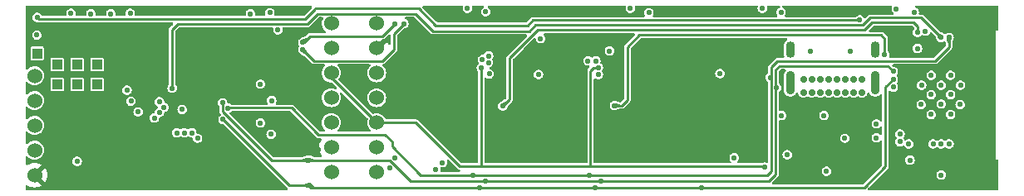
<source format=gbr>
%TF.GenerationSoftware,KiCad,Pcbnew,8.0.3*%
%TF.CreationDate,2024-06-20T21:51:27+02:00*%
%TF.ProjectId,KIA-OBD2-DISPLAY,4b49412d-4f42-4443-922d-444953504c41,rev?*%
%TF.SameCoordinates,Original*%
%TF.FileFunction,Copper,L3,Inr*%
%TF.FilePolarity,Positive*%
%FSLAX46Y46*%
G04 Gerber Fmt 4.6, Leading zero omitted, Abs format (unit mm)*
G04 Created by KiCad (PCBNEW 8.0.3) date 2024-06-20 21:51:27*
%MOMM*%
%LPD*%
G01*
G04 APERTURE LIST*
%TA.AperFunction,ComponentPad*%
%ADD10C,1.524000*%
%TD*%
%TA.AperFunction,ComponentPad*%
%ADD11R,1.000000X1.000000*%
%TD*%
%TA.AperFunction,ComponentPad*%
%ADD12C,0.700000*%
%TD*%
%TA.AperFunction,ComponentPad*%
%ADD13O,0.900000X2.400000*%
%TD*%
%TA.AperFunction,ComponentPad*%
%ADD14O,0.900000X1.700000*%
%TD*%
%TA.AperFunction,ViaPad*%
%ADD15C,0.560000*%
%TD*%
%TA.AperFunction,Conductor*%
%ADD16C,0.250000*%
%TD*%
%TA.AperFunction,Conductor*%
%ADD17C,0.254000*%
%TD*%
G04 APERTURE END LIST*
D10*
%TO.N,+3.3V*%
%TO.C,U8*%
X126873000Y-95504000D03*
%TO.N,GND*%
X126873000Y-92964000D03*
%TO.N,+12V*%
X126873000Y-90424000D03*
%TO.N,unconnected-(U8-SHDN-Pad4)*%
X126873000Y-87884000D03*
%TO.N,unconnected-(U8-PG-Pad5)*%
X126873000Y-85344000D03*
%TD*%
D11*
%TO.N,/OBD2 CAN H*%
%TO.C,J14*%
X131191000Y-86233000D03*
%TD*%
%TO.N,Net-(J12-Pin_1)*%
%TO.C,J12*%
X129159000Y-86233000D03*
%TD*%
D10*
%TO.N,GND*%
%TO.C,U2*%
X161701490Y-79977439D03*
%TO.N,+3.3V*%
X161701490Y-82517439D03*
%TO.N,/SCLK*%
X161701490Y-85057439D03*
%TO.N,/MOSI*%
X161701490Y-87597439D03*
%TO.N,/REST*%
X161701490Y-90137439D03*
%TO.N,/DC*%
X161701490Y-92677439D03*
%TO.N,/CSD2*%
X161701490Y-95217439D03*
%TD*%
D11*
%TO.N,/CAN LISTEN H*%
%TO.C,J15*%
X133223000Y-84201000D03*
%TD*%
%TO.N,/CAN LISTEN L*%
%TO.C,J16*%
X133223000Y-86233000D03*
%TD*%
D12*
%TO.N,GND*%
%TO.C,J10*%
X211135000Y-87037000D03*
%TO.N,Net-(D10-A)*%
X210285000Y-87037000D03*
%TO.N,Net-(J10-CC1)*%
X209435000Y-87037000D03*
%TO.N,Net-(D13-A1)*%
X208585000Y-87037000D03*
%TO.N,Net-(D12-A2)*%
X207735000Y-87037000D03*
%TO.N,unconnected-(J10-SBU1-PadA8)*%
X206885000Y-87037000D03*
%TO.N,Net-(D10-A)*%
X206035000Y-87037000D03*
%TO.N,GND*%
X205185000Y-87037000D03*
X205185000Y-85687000D03*
%TO.N,Net-(D10-A)*%
X206035000Y-85687000D03*
%TO.N,Net-(J10-CC2)*%
X206885000Y-85687000D03*
%TO.N,Net-(D13-A1)*%
X207735000Y-85687000D03*
%TO.N,Net-(D12-A2)*%
X208585000Y-85687000D03*
%TO.N,unconnected-(J10-SBU2-PadB8)*%
X209435000Y-85687000D03*
%TO.N,Net-(D10-A)*%
X210285000Y-85687000D03*
%TO.N,GND*%
X211135000Y-85687000D03*
D13*
X212485000Y-86057000D03*
D14*
X212485000Y-82677000D03*
D13*
X203835000Y-86057000D03*
D14*
X203835000Y-82677000D03*
%TD*%
D10*
%TO.N,GND*%
%TO.C,U1*%
X157080000Y-95220000D03*
%TO.N,+3.3V*%
X157080000Y-92680000D03*
%TO.N,/SCLK*%
X157080000Y-90140000D03*
%TO.N,/MOSI*%
X157080000Y-87600000D03*
%TO.N,/REST*%
X157080000Y-85060000D03*
%TO.N,/DC*%
X157080000Y-82520000D03*
%TO.N,/CSD1*%
X157080000Y-79980000D03*
%TD*%
D11*
%TO.N,GND*%
%TO.C,J17*%
X129159000Y-84201000D03*
%TD*%
%TO.N,/ING12V+*%
%TO.C,J18*%
X127127000Y-83058000D03*
%TD*%
%TO.N,/OBD2 CAN L*%
%TO.C,J13*%
X131191000Y-84201000D03*
%TD*%
D15*
%TO.N,/REST*%
X172364400Y-84531200D03*
X184277000Y-84498814D03*
X201227549Y-94696938D03*
%TO.N,/SCLK*%
X202438000Y-86560613D03*
X172770800Y-96113600D03*
X184556400Y-96113600D03*
X214325200Y-84886800D03*
X146025881Y-88104908D03*
X154736800Y-93980000D03*
%TO.N,/CSD1*%
X215011000Y-92100400D03*
X163068000Y-94742000D03*
%TO.N,/MOSI*%
X183997528Y-96770000D03*
X214325200Y-85699600D03*
X154838400Y-96570800D03*
X146050000Y-89814400D03*
X194818000Y-96770000D03*
X172215183Y-96770000D03*
%TO.N,/DC*%
X218389200Y-92329000D03*
X163576000Y-93726000D03*
%TO.N,/MISO*%
X146558000Y-88646000D03*
X201803000Y-85508914D03*
X220014800Y-81432400D03*
X171551600Y-95504000D03*
X183337200Y-95504000D03*
%TO.N,+3.3V*%
X185882339Y-83858028D03*
X187833000Y-84836000D03*
X169418000Y-94869000D03*
X180086000Y-81330800D03*
X212344000Y-94615000D03*
X193548000Y-85090000D03*
X170688000Y-90932000D03*
X155782861Y-92925238D03*
X152958800Y-78943200D03*
X205028800Y-78943200D03*
X222188721Y-79519508D03*
X203708000Y-95250000D03*
X174532757Y-83844188D03*
X165004899Y-80682131D03*
X199517000Y-93726000D03*
X144576800Y-95046800D03*
X222504000Y-82931000D03*
X206629000Y-93726000D03*
X144263950Y-91079540D03*
X221589600Y-81381600D03*
X189230000Y-93980000D03*
X177292000Y-85090000D03*
X224536000Y-95148400D03*
X204597000Y-89408000D03*
X168960800Y-81381600D03*
X218592400Y-78841600D03*
X170561000Y-93726000D03*
X221107000Y-95123000D03*
X216005981Y-94873577D03*
X191516000Y-78841600D03*
X176682400Y-79603600D03*
X211074000Y-88900000D03*
X200025000Y-82550000D03*
X153162000Y-91948000D03*
X222504000Y-91948000D03*
X181864000Y-90932000D03*
X138751542Y-78901021D03*
X218567000Y-82550000D03*
%TO.N,GND*%
X209397600Y-91744800D03*
X220167200Y-89306400D03*
X207264000Y-89408000D03*
X217170000Y-88290400D03*
X219202000Y-86309200D03*
X209931000Y-82804000D03*
X127101600Y-81178400D03*
X178198908Y-85201735D03*
X219202000Y-88239600D03*
X217220800Y-86309200D03*
X212598000Y-91694000D03*
X220167200Y-87274400D03*
X221132400Y-88290400D03*
X221183200Y-86309200D03*
X167716200Y-94970600D03*
X218186000Y-85293200D03*
X198120000Y-93726000D03*
X220167200Y-85293200D03*
X141884400Y-88798400D03*
X218186000Y-87274400D03*
X218186000Y-89306400D03*
X168402000Y-94234000D03*
X219202000Y-95504000D03*
X205867000Y-82804000D03*
%TO.N,/CSD2*%
X215900000Y-92329000D03*
%TO.N,Net-(U9-EN{slash}CHIP_PU)*%
X217598621Y-80776177D03*
X203515908Y-93423472D03*
%TO.N,/INTCAN2*%
X213461600Y-83159600D03*
X185928000Y-88392000D03*
%TO.N,/CSCAN2*%
X184277000Y-85217000D03*
X220014800Y-92329000D03*
%TO.N,/CSCAN*%
X219202000Y-92329000D03*
X173173220Y-85157933D03*
%TO.N,/INTCAN*%
X174548800Y-88442800D03*
X216789000Y-80899000D03*
%TO.N,Net-(D14-A)*%
X207518000Y-95123000D03*
X216789000Y-82550000D03*
%TO.N,/CSSDCARD*%
X215011000Y-91300685D03*
X196673396Y-85115312D03*
%TO.N,/CSCAP*%
X150944945Y-91335159D03*
X216027000Y-93980000D03*
%TO.N,/INTCAP*%
X219202000Y-81432400D03*
X140868400Y-86614000D03*
%TO.N,/INTING*%
X210905640Y-79632043D03*
X127127000Y-79375000D03*
%TO.N,Net-(JP2-B)*%
X185420000Y-82804000D03*
X178396303Y-81533403D03*
X173088506Y-83991888D03*
%TO.N,+12V*%
X131191000Y-94107000D03*
X202946000Y-89408000D03*
%TO.N,/OBD2 CAN H*%
X172466000Y-83693000D03*
%TO.N,/CAN LISTEN L*%
X164465000Y-80010000D03*
X154178000Y-82677000D03*
X184023000Y-83820000D03*
%TO.N,/CAN LISTEN H*%
X163512500Y-80073500D03*
X154178000Y-81915000D03*
X183235600Y-83820000D03*
%TO.N,/OBD2 CAN L*%
X173101000Y-83312000D03*
%TO.N,Net-(D1-K)*%
X216458800Y-78841600D03*
X149860000Y-90170000D03*
%TO.N,Net-(D2-K)*%
X202895200Y-78841600D03*
X151003000Y-87884000D03*
%TO.N,Net-(D3-K)*%
X149860000Y-86207600D03*
X189433200Y-78892400D03*
%TO.N,Net-(D4-K)*%
X172821600Y-78790800D03*
X151638000Y-80645000D03*
%TO.N,Net-(D5-K)*%
X150825200Y-78892400D03*
%TO.N,Net-(D6-K)*%
X136601200Y-78943200D03*
X136271000Y-86817200D03*
%TO.N,Net-(D7-K)*%
X136674194Y-87945918D03*
%TO.N,Net-(D8-K)*%
X137404555Y-89043756D03*
%TO.N,Net-(J9-Pin_1)*%
X148844000Y-78994000D03*
X139573000Y-88011000D03*
%TO.N,Net-(J5-Pin_1)*%
X141351000Y-91186000D03*
X214630000Y-78486000D03*
%TO.N,Net-(J8-Pin_1)*%
X140034074Y-88581026D03*
X134620000Y-78994000D03*
%TO.N,Net-(J4-Pin_1)*%
X200991750Y-78434365D03*
X142113000Y-91186000D03*
%TO.N,Net-(J7-Pin_1)*%
X132588000Y-78994000D03*
X139573000Y-89109971D03*
%TO.N,Net-(J6-Pin_1)*%
X139065000Y-89662000D03*
X130556000Y-78943200D03*
%TO.N,Net-(J2-Pin_1)*%
X170939937Y-78434896D03*
X143459200Y-91744800D03*
%TO.N,Net-(J3-Pin_1)*%
X142875000Y-91186000D03*
X187551821Y-78454100D03*
%TO.N,Net-(D12-A2)*%
X212598000Y-90271600D03*
X214325200Y-86512400D03*
%TD*%
D16*
%TO.N,/REST*%
X183822630Y-84502970D02*
X183489600Y-84836000D01*
X172364400Y-94615000D02*
X172364400Y-84531200D01*
X184093830Y-84498814D02*
X184277000Y-84498814D01*
D17*
X201145611Y-94615000D02*
X201227549Y-94696938D01*
D16*
X171831000Y-94615000D02*
X170180000Y-94615000D01*
X183489600Y-84836000D02*
X183489600Y-94462600D01*
X184277000Y-84498814D02*
X184272844Y-84502970D01*
D17*
X172847000Y-94615000D02*
X171831000Y-94615000D01*
D16*
X172364400Y-84531200D02*
X172364400Y-84632800D01*
X165702439Y-90137439D02*
X161701490Y-90137439D01*
X170180000Y-94615000D02*
X165702439Y-90137439D01*
X184089674Y-84502970D02*
X184093830Y-84498814D01*
X184272844Y-84502970D02*
X183822630Y-84502970D01*
X157080000Y-85515949D02*
X157080000Y-85060000D01*
X183642000Y-94615000D02*
X172847000Y-94615000D01*
D17*
X200406000Y-94615000D02*
X201145611Y-94615000D01*
X184658000Y-94615000D02*
X183642000Y-94615000D01*
D16*
X161701490Y-90137439D02*
X157080000Y-85515949D01*
X200406000Y-94615000D02*
X184658000Y-94615000D01*
%TO.N,/SCLK*%
X154736800Y-93980000D02*
X154228800Y-93980000D01*
X195373711Y-96116689D02*
X193195489Y-96116689D01*
X193195489Y-96116689D02*
X193192400Y-96113600D01*
D17*
X202336400Y-85852000D02*
X202336400Y-87014408D01*
D16*
X165202299Y-96113600D02*
X163068699Y-93980000D01*
D17*
X145948435Y-88104908D02*
X145939241Y-88095714D01*
D16*
X202336400Y-84734400D02*
X202742800Y-84328000D01*
X202336400Y-86662213D02*
X202336400Y-95453200D01*
X163068699Y-93980000D02*
X154736800Y-93980000D01*
X193192400Y-96113600D02*
X165202299Y-96113600D01*
X202438000Y-86560613D02*
X202336400Y-86662213D01*
X201672911Y-96116689D02*
X195379889Y-96116689D01*
X213766400Y-84328000D02*
X214325200Y-84886800D01*
X202742800Y-84328000D02*
X213766400Y-84328000D01*
X195376800Y-96113600D02*
X195373711Y-96116689D01*
X202336400Y-95453200D02*
X201672911Y-96116689D01*
X202438000Y-86560613D02*
X202336400Y-86459013D01*
D17*
X146025881Y-88104908D02*
X146025881Y-89002881D01*
X146025881Y-89002881D02*
X151003000Y-93980000D01*
X151003000Y-93980000D02*
X154736800Y-93980000D01*
D16*
X202336400Y-86459013D02*
X202336400Y-85852000D01*
D17*
X146025881Y-88104908D02*
X145948435Y-88104908D01*
D16*
X202336400Y-85852000D02*
X202336400Y-84734400D01*
X195379889Y-96116689D02*
X195376800Y-96113600D01*
%TO.N,/MOSI*%
X153314400Y-96575000D02*
X152810600Y-96575000D01*
X154834200Y-96575000D02*
X153314400Y-96575000D01*
X213512400Y-94640400D02*
X213512400Y-86512400D01*
X194818000Y-96770000D02*
X194822000Y-96774000D01*
X194822000Y-96774000D02*
X155041600Y-96774000D01*
X194822000Y-96774000D02*
X211378800Y-96774000D01*
X154838400Y-96570800D02*
X154834200Y-96575000D01*
X213512400Y-86512400D02*
X214325200Y-85699600D01*
X211378800Y-96774000D02*
X213512400Y-94640400D01*
X155041600Y-96774000D02*
X154838400Y-96570800D01*
X152810600Y-96575000D02*
X146050000Y-89814400D01*
%TO.N,/MISO*%
X218592400Y-83820000D02*
X220014800Y-82397600D01*
X163271200Y-92557600D02*
X166217600Y-95504000D01*
X201879200Y-95148400D02*
X201879200Y-85863469D01*
X163271200Y-92100400D02*
X163271200Y-92557600D01*
X201879200Y-85863469D02*
X201874899Y-85859168D01*
X201874899Y-85859168D02*
X201879200Y-85854867D01*
X146565200Y-88638800D02*
X153053200Y-88638800D01*
X201879200Y-85854867D02*
X201879200Y-84480400D01*
X201523600Y-95504000D02*
X201879200Y-95148400D01*
X201879200Y-84480400D02*
X202539600Y-83820000D01*
X220014800Y-82397600D02*
X220014800Y-81432400D01*
X202539600Y-83820000D02*
X218592400Y-83820000D01*
X155803600Y-91389200D02*
X162560000Y-91389200D01*
X153053200Y-88638800D02*
X155803600Y-91389200D01*
X166217600Y-95504000D02*
X201523600Y-95504000D01*
X162560000Y-91389200D02*
X163271200Y-92100400D01*
%TO.N,/INTCAN2*%
X187248800Y-82397600D02*
X187248800Y-87833200D01*
X213461600Y-81534000D02*
X213106000Y-81178400D01*
X187248800Y-87833200D02*
X186690000Y-88392000D01*
X188468000Y-81178400D02*
X187248800Y-82397600D01*
X213461600Y-83159600D02*
X213461600Y-81534000D01*
X186690000Y-88392000D02*
X185928000Y-88392000D01*
X213106000Y-81178400D02*
X188468000Y-81178400D01*
%TO.N,/INTCAN*%
X216807710Y-80917710D02*
X216789000Y-80899000D01*
X216807710Y-80880290D02*
X216807710Y-80257310D01*
X175260000Y-87731600D02*
X174548800Y-88442800D01*
X216807710Y-80933055D02*
X216807710Y-80917710D01*
X212191600Y-79857600D02*
X211378800Y-80670400D01*
X216789000Y-80899000D02*
X216807710Y-80880290D01*
X175260000Y-83515200D02*
X175260000Y-87731600D01*
X178104800Y-80670400D02*
X175260000Y-83515200D01*
X216807710Y-80257310D02*
X216408000Y-79857600D01*
X211378800Y-80670400D02*
X178104800Y-80670400D01*
X216408000Y-79857600D02*
X212191600Y-79857600D01*
%TO.N,/INTCAP*%
X211226400Y-80162400D02*
X210464400Y-80162400D01*
X140868400Y-80619600D02*
X141427200Y-80060800D01*
X219202000Y-81432400D02*
X217170000Y-79400400D01*
X217170000Y-79400400D02*
X216357200Y-79400400D01*
D17*
X167436800Y-80772000D02*
X177241200Y-80772000D01*
D16*
X155702000Y-78994000D02*
X165658800Y-78994000D01*
X216357200Y-79400400D02*
X215493600Y-79400400D01*
X154635200Y-80060800D02*
X155702000Y-78994000D01*
X211988400Y-79400400D02*
X211429600Y-79959200D01*
D17*
X177850800Y-80162400D02*
X210464400Y-80162400D01*
D16*
X215493600Y-79400400D02*
X211988400Y-79400400D01*
X211429600Y-79959200D02*
X211226400Y-80162400D01*
X140868400Y-86614000D02*
X140868400Y-80619600D01*
X141427200Y-80060800D02*
X154635200Y-80060800D01*
D17*
X177241200Y-80772000D02*
X177850800Y-80162400D01*
X165658800Y-78994000D02*
X167436800Y-80772000D01*
%TO.N,/INTING*%
X127127000Y-79375000D02*
X127304800Y-79552800D01*
X127304800Y-79552800D02*
X127762000Y-79552800D01*
D16*
X167728900Y-80175100D02*
X166028800Y-78475000D01*
X177596800Y-79654400D02*
X177076100Y-80175100D01*
X155397200Y-78475000D02*
X155397200Y-78536800D01*
X154381200Y-79552800D02*
X127762000Y-79552800D01*
X155397200Y-78536800D02*
X154381200Y-79552800D01*
X177076100Y-80175100D02*
X167728900Y-80175100D01*
X166028800Y-78475000D02*
X155397200Y-78475000D01*
X210883283Y-79654400D02*
X177596800Y-79654400D01*
X210905640Y-79632043D02*
X210883283Y-79654400D01*
D17*
%TO.N,/CAN LISTEN L*%
X163449000Y-82677000D02*
X162306000Y-83820000D01*
X155321000Y-83820000D02*
X154178000Y-82677000D01*
X164465000Y-80010000D02*
X163449000Y-81026000D01*
X162306000Y-83820000D02*
X155321000Y-83820000D01*
X163449000Y-81026000D02*
X163449000Y-82677000D01*
%TO.N,/CAN LISTEN H*%
X163512500Y-80073500D02*
X162306000Y-81280000D01*
X162306000Y-81280000D02*
X154940000Y-81280000D01*
X154305000Y-81915000D02*
X154178000Y-81915000D01*
X154940000Y-81280000D02*
X154305000Y-81915000D01*
%TD*%
%TA.AperFunction,Conductor*%
%TO.N,/SCLK*%
G36*
X154628275Y-93725384D02*
G01*
X154633839Y-93731337D01*
X154735913Y-93975487D01*
X154735942Y-93984442D01*
X154735913Y-93984513D01*
X154633839Y-94228662D01*
X154627486Y-94234973D01*
X154619342Y-94235248D01*
X154236798Y-94107667D01*
X154230034Y-94101799D01*
X154228800Y-94096568D01*
X154228800Y-93863431D01*
X154232227Y-93855158D01*
X154236795Y-93852333D01*
X154619343Y-93724751D01*
X154628275Y-93725384D01*
G37*
%TD.AperFunction*%
%TD*%
%TA.AperFunction,Conductor*%
%TO.N,/SCLK*%
G36*
X155288413Y-93852524D02*
G01*
X155295377Y-93858153D01*
X155296800Y-93863745D01*
X155296800Y-94096254D01*
X155293373Y-94104527D01*
X155288413Y-94107475D01*
X154854012Y-94235715D01*
X154845107Y-94234771D01*
X154839904Y-94229007D01*
X154737685Y-93984511D01*
X154737657Y-93975558D01*
X154839905Y-93730990D01*
X154846257Y-93724681D01*
X154854012Y-93724284D01*
X155288413Y-93852524D01*
G37*
%TD.AperFunction*%
%TD*%
%TA.AperFunction,Conductor*%
%TO.N,/INTCAN2*%
G36*
X186479613Y-88264524D02*
G01*
X186486577Y-88270153D01*
X186488000Y-88275745D01*
X186488000Y-88508254D01*
X186484573Y-88516527D01*
X186479613Y-88519475D01*
X186045212Y-88647715D01*
X186036307Y-88646771D01*
X186031104Y-88641007D01*
X185928885Y-88396511D01*
X185928857Y-88387558D01*
X186031105Y-88142990D01*
X186037457Y-88136681D01*
X186045212Y-88136284D01*
X186479613Y-88264524D01*
G37*
%TD.AperFunction*%
%TD*%
%TA.AperFunction,Conductor*%
%TO.N,/CAN LISTEN H*%
G36*
X154537152Y-81508266D02*
G01*
X154540116Y-81510419D01*
X154707286Y-81677589D01*
X154710713Y-81685862D01*
X154708188Y-81693122D01*
X154384115Y-82102719D01*
X154376295Y-82107080D01*
X154367680Y-82104634D01*
X154366696Y-82103762D01*
X154178973Y-81917375D01*
X154176393Y-81913514D01*
X154082974Y-81685862D01*
X154075636Y-81667979D01*
X154075665Y-81659026D01*
X154082018Y-81652715D01*
X154082817Y-81652421D01*
X154528228Y-81507566D01*
X154537152Y-81508266D01*
G37*
%TD.AperFunction*%
%TD*%
%TA.AperFunction,Conductor*%
%TO.N,/SCLK*%
G36*
X154628517Y-93725212D02*
G01*
X154633678Y-93730953D01*
X154735913Y-93975487D01*
X154735942Y-93984442D01*
X154735913Y-93984513D01*
X154633678Y-94229046D01*
X154627325Y-94235357D01*
X154619616Y-94235768D01*
X154185233Y-94109452D01*
X154178246Y-94103851D01*
X154176800Y-94098217D01*
X154176800Y-93861782D01*
X154180227Y-93853509D01*
X154185230Y-93850548D01*
X154619617Y-93724231D01*
X154628517Y-93725212D01*
G37*
%TD.AperFunction*%
%TD*%
%TA.AperFunction,Conductor*%
%TO.N,/INTCAP*%
G36*
X218902087Y-80952210D02*
G01*
X219299936Y-81168700D01*
X219305565Y-81175663D01*
X219305168Y-81183418D01*
X219204563Y-81428581D01*
X219198252Y-81434934D01*
X219198181Y-81434963D01*
X218953018Y-81535568D01*
X218944063Y-81535539D01*
X218938300Y-81530337D01*
X218721810Y-81132488D01*
X218720867Y-81123585D01*
X218723813Y-81118627D01*
X218888226Y-80954214D01*
X218896498Y-80950788D01*
X218902087Y-80952210D01*
G37*
%TD.AperFunction*%
%TD*%
%TA.AperFunction,Conductor*%
%TO.N,/MISO*%
G36*
X220263807Y-81535504D02*
G01*
X220270118Y-81541857D01*
X220270515Y-81549612D01*
X220142276Y-81984013D01*
X220136647Y-81990977D01*
X220131055Y-81992400D01*
X219898545Y-81992400D01*
X219890272Y-81988973D01*
X219887324Y-81984013D01*
X219759084Y-81549612D01*
X219760028Y-81540707D01*
X219765790Y-81535505D01*
X220010288Y-81433285D01*
X220019242Y-81433257D01*
X220263807Y-81535504D01*
G37*
%TD.AperFunction*%
%TD*%
%TA.AperFunction,Conductor*%
%TO.N,/CAN LISTEN L*%
G36*
X154435975Y-82573844D02*
G01*
X154441716Y-82579005D01*
X154494165Y-82674465D01*
X154659553Y-82975480D01*
X154660534Y-82984380D01*
X154657572Y-82989386D01*
X154490386Y-83156572D01*
X154482113Y-83159999D01*
X154476480Y-83158553D01*
X154290941Y-83056612D01*
X154080005Y-82940716D01*
X154074404Y-82933729D01*
X154074814Y-82926021D01*
X154175436Y-82680817D01*
X154181746Y-82674465D01*
X154427021Y-82573815D01*
X154435975Y-82573844D01*
G37*
%TD.AperFunction*%
%TD*%
%TA.AperFunction,Conductor*%
%TO.N,/INTCAN*%
G36*
X174862574Y-87964615D02*
G01*
X175026984Y-88129025D01*
X175030411Y-88137298D01*
X175028988Y-88142890D01*
X174812500Y-88540736D01*
X174805536Y-88546365D01*
X174797781Y-88545968D01*
X174552618Y-88445363D01*
X174546265Y-88439052D01*
X174546236Y-88438981D01*
X174445631Y-88193818D01*
X174445660Y-88184863D01*
X174450860Y-88179101D01*
X174848711Y-87962610D01*
X174857614Y-87961667D01*
X174862574Y-87964615D01*
G37*
%TD.AperFunction*%
%TD*%
%TA.AperFunction,Conductor*%
%TO.N,/MOSI*%
G36*
X155044641Y-96381012D02*
G01*
X155310780Y-96645568D01*
X155314232Y-96653831D01*
X155314232Y-96886055D01*
X155310805Y-96894328D01*
X155302532Y-96897755D01*
X155301353Y-96897695D01*
X154848883Y-96851861D01*
X154840997Y-96847618D01*
X154838362Y-96840263D01*
X154837417Y-96575685D01*
X154840812Y-96567404D01*
X155028143Y-96381014D01*
X155036422Y-96377610D01*
X155044641Y-96381012D01*
G37*
%TD.AperFunction*%
%TD*%
%TA.AperFunction,Conductor*%
%TO.N,/MOSI*%
G36*
X154730036Y-96316066D02*
G01*
X154735332Y-96321880D01*
X154837513Y-96566287D01*
X154837542Y-96575242D01*
X154837513Y-96575313D01*
X154735262Y-96819885D01*
X154728909Y-96826196D01*
X154721245Y-96826620D01*
X154287713Y-96702428D01*
X154280703Y-96696855D01*
X154279235Y-96691180D01*
X154279235Y-96458663D01*
X154282662Y-96450390D01*
X154287519Y-96447472D01*
X154721125Y-96315202D01*
X154730036Y-96316066D01*
G37*
%TD.AperFunction*%
%TD*%
%TA.AperFunction,Conductor*%
%TO.N,+3.3V*%
G36*
X155060959Y-78170185D02*
G01*
X155106714Y-78222989D01*
X155116658Y-78292147D01*
X155101308Y-78336499D01*
X155093882Y-78349360D01*
X155093881Y-78349363D01*
X155091343Y-78358836D01*
X155059250Y-78414421D01*
X154282692Y-79190981D01*
X154221369Y-79224466D01*
X154195011Y-79227300D01*
X151393440Y-79227300D01*
X151326401Y-79207615D01*
X151280646Y-79154811D01*
X151270702Y-79085653D01*
X151280645Y-79051789D01*
X151290977Y-79029164D01*
X151310641Y-78892400D01*
X151290977Y-78755635D01*
X151287695Y-78748449D01*
X151233579Y-78629952D01*
X151233579Y-78629951D01*
X151143096Y-78525528D01*
X151143093Y-78525526D01*
X151143091Y-78525524D01*
X151026861Y-78450827D01*
X151026856Y-78450825D01*
X150894287Y-78411900D01*
X150894285Y-78411900D01*
X150756115Y-78411900D01*
X150756112Y-78411900D01*
X150623543Y-78450825D01*
X150623538Y-78450827D01*
X150507308Y-78525524D01*
X150507306Y-78525526D01*
X150507304Y-78525527D01*
X150507304Y-78525528D01*
X150460839Y-78579152D01*
X150416821Y-78629951D01*
X150416820Y-78629952D01*
X150359422Y-78755634D01*
X150339759Y-78892400D01*
X150359422Y-79029164D01*
X150369755Y-79051789D01*
X150379698Y-79120947D01*
X150350673Y-79184503D01*
X150291894Y-79222277D01*
X150256960Y-79227300D01*
X149439001Y-79227300D01*
X149371962Y-79207615D01*
X149326207Y-79154811D01*
X149316263Y-79085653D01*
X149317809Y-79074899D01*
X149329441Y-78994000D01*
X149309777Y-78857235D01*
X149307784Y-78852872D01*
X149260096Y-78748449D01*
X149252379Y-78731551D01*
X149161896Y-78627128D01*
X149161893Y-78627126D01*
X149161891Y-78627124D01*
X149045661Y-78552427D01*
X149045656Y-78552425D01*
X148913087Y-78513500D01*
X148913085Y-78513500D01*
X148774915Y-78513500D01*
X148774912Y-78513500D01*
X148642343Y-78552425D01*
X148642338Y-78552427D01*
X148526108Y-78627124D01*
X148526106Y-78627126D01*
X148526104Y-78627127D01*
X148526104Y-78627128D01*
X148479639Y-78680752D01*
X148435621Y-78731551D01*
X148435620Y-78731552D01*
X148378222Y-78857234D01*
X148358559Y-78993999D01*
X148358559Y-78994000D01*
X148367360Y-79055215D01*
X148371737Y-79085653D01*
X148361793Y-79154811D01*
X148316039Y-79207615D01*
X148248999Y-79227300D01*
X137188897Y-79227300D01*
X137121858Y-79207615D01*
X137076103Y-79154811D01*
X137066159Y-79085653D01*
X137067705Y-79074899D01*
X137086641Y-78943200D01*
X137066977Y-78806435D01*
X137064846Y-78801769D01*
X137017157Y-78697345D01*
X137009579Y-78680751D01*
X136919096Y-78576328D01*
X136919093Y-78576326D01*
X136919091Y-78576324D01*
X136802861Y-78501627D01*
X136802856Y-78501625D01*
X136670287Y-78462700D01*
X136670285Y-78462700D01*
X136532115Y-78462700D01*
X136532112Y-78462700D01*
X136399543Y-78501625D01*
X136399538Y-78501627D01*
X136283308Y-78576324D01*
X136283306Y-78576326D01*
X136283304Y-78576327D01*
X136283304Y-78576328D01*
X136236839Y-78629952D01*
X136192821Y-78680751D01*
X136192820Y-78680752D01*
X136135422Y-78806434D01*
X136115759Y-78943199D01*
X136115759Y-78943200D01*
X136131864Y-79055215D01*
X136136241Y-79085653D01*
X136126297Y-79154811D01*
X136080543Y-79207615D01*
X136013503Y-79227300D01*
X135215001Y-79227300D01*
X135147962Y-79207615D01*
X135102207Y-79154811D01*
X135092263Y-79085653D01*
X135093809Y-79074899D01*
X135105441Y-78994000D01*
X135085777Y-78857235D01*
X135083784Y-78852872D01*
X135036096Y-78748449D01*
X135028379Y-78731551D01*
X134937896Y-78627128D01*
X134937893Y-78627126D01*
X134937891Y-78627124D01*
X134821661Y-78552427D01*
X134821656Y-78552425D01*
X134689087Y-78513500D01*
X134689085Y-78513500D01*
X134550915Y-78513500D01*
X134550912Y-78513500D01*
X134418343Y-78552425D01*
X134418338Y-78552427D01*
X134302108Y-78627124D01*
X134302106Y-78627126D01*
X134302104Y-78627127D01*
X134302104Y-78627128D01*
X134255639Y-78680752D01*
X134211621Y-78731551D01*
X134211620Y-78731552D01*
X134154222Y-78857234D01*
X134134559Y-78993999D01*
X134134559Y-78994000D01*
X134143360Y-79055215D01*
X134147737Y-79085653D01*
X134137793Y-79154811D01*
X134092039Y-79207615D01*
X134024999Y-79227300D01*
X133183001Y-79227300D01*
X133115962Y-79207615D01*
X133070207Y-79154811D01*
X133060263Y-79085653D01*
X133061809Y-79074899D01*
X133073441Y-78994000D01*
X133053777Y-78857235D01*
X133051784Y-78852872D01*
X133004096Y-78748449D01*
X132996379Y-78731551D01*
X132905896Y-78627128D01*
X132905893Y-78627126D01*
X132905891Y-78627124D01*
X132789661Y-78552427D01*
X132789656Y-78552425D01*
X132657087Y-78513500D01*
X132657085Y-78513500D01*
X132518915Y-78513500D01*
X132518912Y-78513500D01*
X132386343Y-78552425D01*
X132386338Y-78552427D01*
X132270108Y-78627124D01*
X132270106Y-78627126D01*
X132270104Y-78627127D01*
X132270104Y-78627128D01*
X132223639Y-78680752D01*
X132179621Y-78731551D01*
X132179620Y-78731552D01*
X132122222Y-78857234D01*
X132102559Y-78993999D01*
X132102559Y-78994000D01*
X132111360Y-79055215D01*
X132115737Y-79085653D01*
X132105793Y-79154811D01*
X132060039Y-79207615D01*
X131992999Y-79227300D01*
X131143697Y-79227300D01*
X131076658Y-79207615D01*
X131030903Y-79154811D01*
X131020959Y-79085653D01*
X131022505Y-79074899D01*
X131041441Y-78943200D01*
X131021777Y-78806435D01*
X131019646Y-78801769D01*
X130971957Y-78697345D01*
X130964379Y-78680751D01*
X130873896Y-78576328D01*
X130873893Y-78576326D01*
X130873891Y-78576324D01*
X130757661Y-78501627D01*
X130757656Y-78501625D01*
X130625087Y-78462700D01*
X130625085Y-78462700D01*
X130486915Y-78462700D01*
X130486912Y-78462700D01*
X130354343Y-78501625D01*
X130354338Y-78501627D01*
X130238108Y-78576324D01*
X130238106Y-78576326D01*
X130238104Y-78576327D01*
X130238104Y-78576328D01*
X130191639Y-78629952D01*
X130147621Y-78680751D01*
X130147620Y-78680752D01*
X130090222Y-78806434D01*
X130070559Y-78943199D01*
X130070559Y-78943200D01*
X130086664Y-79055215D01*
X130091041Y-79085653D01*
X130081097Y-79154811D01*
X130035343Y-79207615D01*
X129968303Y-79227300D01*
X127828432Y-79227300D01*
X127812244Y-79226239D01*
X127805118Y-79225300D01*
X127805116Y-79225300D01*
X127805113Y-79225300D01*
X127666560Y-79225300D01*
X127599521Y-79205615D01*
X127553766Y-79152812D01*
X127543697Y-79130765D01*
X127535379Y-79112551D01*
X127444896Y-79008128D01*
X127444893Y-79008126D01*
X127444891Y-79008124D01*
X127328661Y-78933427D01*
X127328656Y-78933425D01*
X127196087Y-78894500D01*
X127196085Y-78894500D01*
X127057915Y-78894500D01*
X127057912Y-78894500D01*
X126925343Y-78933425D01*
X126925338Y-78933427D01*
X126809108Y-79008124D01*
X126809106Y-79008126D01*
X126809104Y-79008127D01*
X126809104Y-79008128D01*
X126768303Y-79055215D01*
X126718621Y-79112551D01*
X126718620Y-79112552D01*
X126661222Y-79238234D01*
X126641559Y-79375000D01*
X126661222Y-79511765D01*
X126706033Y-79609885D01*
X126718621Y-79637449D01*
X126809104Y-79741872D01*
X126809106Y-79741873D01*
X126809108Y-79741875D01*
X126925338Y-79816572D01*
X126925343Y-79816574D01*
X127057912Y-79855499D01*
X127057914Y-79855500D01*
X127057915Y-79855500D01*
X127152806Y-79855500D01*
X127184897Y-79859724D01*
X127261684Y-79880300D01*
X127261686Y-79880300D01*
X127805113Y-79880300D01*
X127805116Y-79880300D01*
X127805118Y-79880299D01*
X127812244Y-79879361D01*
X127828432Y-79878300D01*
X140850012Y-79878300D01*
X140917051Y-79897985D01*
X140962806Y-79950789D01*
X140972750Y-80019947D01*
X140943725Y-80083503D01*
X140937698Y-80089975D01*
X140845277Y-80182396D01*
X140607937Y-80419735D01*
X140607935Y-80419738D01*
X140565083Y-80493959D01*
X140551470Y-80544759D01*
X140551470Y-80544762D01*
X140542900Y-80576747D01*
X140542900Y-80576750D01*
X140542900Y-86209653D01*
X140523215Y-86276692D01*
X140512613Y-86290855D01*
X140460023Y-86351546D01*
X140460020Y-86351552D01*
X140402622Y-86477234D01*
X140382959Y-86614000D01*
X140402622Y-86750765D01*
X140440099Y-86832827D01*
X140460021Y-86876449D01*
X140550504Y-86980872D01*
X140550506Y-86980873D01*
X140550508Y-86980875D01*
X140666738Y-87055572D01*
X140666743Y-87055574D01*
X140799312Y-87094499D01*
X140799314Y-87094500D01*
X140799315Y-87094500D01*
X140937486Y-87094500D01*
X140937486Y-87094499D01*
X141055200Y-87059936D01*
X141070056Y-87055574D01*
X141070057Y-87055573D01*
X141070059Y-87055573D01*
X141186296Y-86980872D01*
X141276779Y-86876449D01*
X141334177Y-86750765D01*
X141353841Y-86614000D01*
X141334177Y-86477235D01*
X141330895Y-86470049D01*
X141276779Y-86351552D01*
X141276776Y-86351546D01*
X141224187Y-86290855D01*
X141195162Y-86227299D01*
X141193900Y-86209653D01*
X141193900Y-86207600D01*
X149374559Y-86207600D01*
X149394222Y-86344365D01*
X149451392Y-86469547D01*
X149451621Y-86470049D01*
X149542104Y-86574472D01*
X149542106Y-86574473D01*
X149542108Y-86574475D01*
X149658338Y-86649172D01*
X149658343Y-86649174D01*
X149749961Y-86676075D01*
X149785721Y-86686575D01*
X149790912Y-86688099D01*
X149790914Y-86688100D01*
X149790915Y-86688100D01*
X149929086Y-86688100D01*
X149929086Y-86688099D01*
X150061659Y-86649173D01*
X150061672Y-86649165D01*
X150128169Y-86606429D01*
X150177896Y-86574472D01*
X150268379Y-86470049D01*
X150325777Y-86344365D01*
X150345441Y-86207600D01*
X150325777Y-86070835D01*
X150323784Y-86066472D01*
X150276096Y-85962049D01*
X150268379Y-85945151D01*
X150177896Y-85840728D01*
X150177893Y-85840726D01*
X150177891Y-85840724D01*
X150061661Y-85766027D01*
X150061656Y-85766025D01*
X149929087Y-85727100D01*
X149929085Y-85727100D01*
X149790915Y-85727100D01*
X149790912Y-85727100D01*
X149658343Y-85766025D01*
X149658338Y-85766027D01*
X149542108Y-85840724D01*
X149542106Y-85840726D01*
X149542104Y-85840727D01*
X149542104Y-85840728D01*
X149459498Y-85936061D01*
X149451622Y-85945150D01*
X149451620Y-85945152D01*
X149394222Y-86070834D01*
X149374559Y-86207600D01*
X141193900Y-86207600D01*
X141193900Y-80805788D01*
X141213585Y-80738749D01*
X141230219Y-80718107D01*
X141525707Y-80422619D01*
X141587030Y-80389134D01*
X141613388Y-80386300D01*
X151046651Y-80386300D01*
X151113690Y-80405985D01*
X151159445Y-80458789D01*
X151169388Y-80527946D01*
X151166971Y-80544762D01*
X151152559Y-80645000D01*
X151172222Y-80781765D01*
X151185813Y-80811524D01*
X151229621Y-80907449D01*
X151320104Y-81011872D01*
X151320106Y-81011873D01*
X151320108Y-81011875D01*
X151436338Y-81086572D01*
X151436343Y-81086574D01*
X151518967Y-81110834D01*
X151568356Y-81125336D01*
X151568912Y-81125499D01*
X151568914Y-81125500D01*
X151568915Y-81125500D01*
X151707086Y-81125500D01*
X151707086Y-81125499D01*
X151839659Y-81086573D01*
X151854274Y-81077181D01*
X151914266Y-81038626D01*
X151955896Y-81011872D01*
X152046379Y-80907449D01*
X152103777Y-80781765D01*
X152123441Y-80645000D01*
X152106611Y-80527946D01*
X152116555Y-80458789D01*
X152162309Y-80405985D01*
X152229349Y-80386300D01*
X154678051Y-80386300D01*
X154678053Y-80386300D01*
X154760839Y-80364118D01*
X154835062Y-80321265D01*
X155800508Y-79355819D01*
X155861831Y-79322334D01*
X155888189Y-79319500D01*
X156134795Y-79319500D01*
X156201834Y-79339185D01*
X156247589Y-79391989D01*
X156257533Y-79461147D01*
X156244153Y-79501953D01*
X156186466Y-79609877D01*
X156186465Y-79609880D01*
X156186464Y-79609882D01*
X156186463Y-79609885D01*
X156178102Y-79637448D01*
X156131426Y-79791318D01*
X156112843Y-79980000D01*
X156131426Y-80168681D01*
X156145312Y-80214457D01*
X156186463Y-80350115D01*
X156186464Y-80350118D01*
X156186465Y-80350119D01*
X156186466Y-80350122D01*
X156275834Y-80517318D01*
X156275838Y-80517325D01*
X156396116Y-80663883D01*
X156479905Y-80732647D01*
X156519239Y-80790393D01*
X156521110Y-80860237D01*
X156484922Y-80920006D01*
X156422166Y-80950721D01*
X156401240Y-80952500D01*
X154983116Y-80952500D01*
X154896884Y-80952500D01*
X154842558Y-80967057D01*
X154813589Y-80974819D01*
X154738912Y-81017933D01*
X154456117Y-81300727D01*
X154406786Y-81330966D01*
X154019237Y-81457004D01*
X154011867Y-81459557D01*
X154011053Y-81459857D01*
X154005087Y-81462813D01*
X154004623Y-81461877D01*
X153984365Y-81471070D01*
X153976339Y-81473427D01*
X153860106Y-81548126D01*
X153860104Y-81548127D01*
X153860104Y-81548128D01*
X153780502Y-81639994D01*
X153769621Y-81652551D01*
X153769620Y-81652552D01*
X153712222Y-81778234D01*
X153692559Y-81915000D01*
X153712222Y-82051765D01*
X153769620Y-82177447D01*
X153769623Y-82177453D01*
X153801983Y-82214798D01*
X153831008Y-82278354D01*
X153821064Y-82347512D01*
X153801983Y-82377202D01*
X153769623Y-82414546D01*
X153769620Y-82414552D01*
X153712223Y-82540233D01*
X153692559Y-82677000D01*
X153712222Y-82813765D01*
X153750892Y-82898439D01*
X153769621Y-82939449D01*
X153860104Y-83043872D01*
X153860106Y-83043873D01*
X153860108Y-83043875D01*
X153976503Y-83118678D01*
X153984015Y-83122451D01*
X154162247Y-83220379D01*
X154191985Y-83236717D01*
X154191985Y-83236718D01*
X154354713Y-83326126D01*
X154359779Y-83328909D01*
X154387750Y-83349905D01*
X155058935Y-84021090D01*
X155119910Y-84082065D01*
X155194590Y-84125181D01*
X155277884Y-84147500D01*
X156328130Y-84147500D01*
X156395169Y-84167185D01*
X156440924Y-84219989D01*
X156450868Y-84289147D01*
X156421843Y-84352703D01*
X156406796Y-84367353D01*
X156396114Y-84376119D01*
X156275838Y-84522674D01*
X156275834Y-84522681D01*
X156186466Y-84689877D01*
X156186465Y-84689880D01*
X156186464Y-84689882D01*
X156186463Y-84689885D01*
X156168701Y-84748440D01*
X156131426Y-84871318D01*
X156112843Y-85060000D01*
X156131426Y-85248681D01*
X156145289Y-85294381D01*
X156186463Y-85430115D01*
X156186464Y-85430118D01*
X156186465Y-85430119D01*
X156186466Y-85430122D01*
X156275834Y-85597318D01*
X156275838Y-85597325D01*
X156396116Y-85743883D01*
X156542674Y-85864161D01*
X156542681Y-85864165D01*
X156709877Y-85953533D01*
X156709878Y-85953533D01*
X156709885Y-85953537D01*
X156891317Y-86008573D01*
X156891316Y-86008573D01*
X156964246Y-86015756D01*
X157080000Y-86027157D01*
X157080000Y-86027156D01*
X157086063Y-86027754D01*
X157085936Y-86029041D01*
X157146558Y-86046842D01*
X157167200Y-86063476D01*
X157632551Y-86528827D01*
X157666036Y-86590150D01*
X157661052Y-86659842D01*
X157619180Y-86715775D01*
X157553716Y-86740192D01*
X157486417Y-86725866D01*
X157450122Y-86706466D01*
X157450119Y-86706465D01*
X157450118Y-86706464D01*
X157450115Y-86706463D01*
X157268683Y-86651427D01*
X157268681Y-86651426D01*
X157268683Y-86651426D01*
X157080000Y-86632843D01*
X156891318Y-86651426D01*
X156810062Y-86676075D01*
X156709885Y-86706463D01*
X156709882Y-86706464D01*
X156709880Y-86706465D01*
X156709877Y-86706466D01*
X156542681Y-86795834D01*
X156542674Y-86795838D01*
X156396116Y-86916116D01*
X156275838Y-87062674D01*
X156275834Y-87062681D01*
X156186466Y-87229877D01*
X156186465Y-87229880D01*
X156186465Y-87229881D01*
X156186463Y-87229885D01*
X156177700Y-87258773D01*
X156131426Y-87411318D01*
X156112843Y-87600000D01*
X156131426Y-87788681D01*
X156147740Y-87842460D01*
X156186463Y-87970115D01*
X156186464Y-87970118D01*
X156186465Y-87970119D01*
X156186466Y-87970122D01*
X156275834Y-88137318D01*
X156275838Y-88137325D01*
X156396116Y-88283883D01*
X156542674Y-88404161D01*
X156542681Y-88404165D01*
X156709877Y-88493533D01*
X156709878Y-88493533D01*
X156709885Y-88493537D01*
X156891317Y-88548573D01*
X156891316Y-88548573D01*
X156908233Y-88550239D01*
X157080000Y-88567157D01*
X157268683Y-88548573D01*
X157450115Y-88493537D01*
X157617324Y-88404162D01*
X157763883Y-88283883D01*
X157884162Y-88137324D01*
X157973537Y-87970115D01*
X158028573Y-87788683D01*
X158047157Y-87600000D01*
X158028573Y-87411317D01*
X157973537Y-87229885D01*
X157972165Y-87227319D01*
X157954133Y-87193583D01*
X157939891Y-87125180D01*
X157964891Y-87059936D01*
X158021196Y-87018565D01*
X158090929Y-87014203D01*
X158151172Y-87047448D01*
X160770083Y-89666359D01*
X160803568Y-89727682D01*
X160801063Y-89790034D01*
X160752916Y-89948756D01*
X160734333Y-90137439D01*
X160752916Y-90326120D01*
X160754463Y-90331219D01*
X160807953Y-90507554D01*
X160807954Y-90507557D01*
X160807955Y-90507558D01*
X160807956Y-90507561D01*
X160897324Y-90674757D01*
X160897328Y-90674764D01*
X161017606Y-90821322D01*
X161045053Y-90843847D01*
X161084387Y-90901593D01*
X161086258Y-90971437D01*
X161050070Y-91031206D01*
X160987314Y-91061921D01*
X160966388Y-91063700D01*
X157818223Y-91063700D01*
X157751184Y-91044015D01*
X157705429Y-90991211D01*
X157695485Y-90922053D01*
X157724510Y-90858497D01*
X157739557Y-90843847D01*
X157763883Y-90823883D01*
X157884162Y-90677324D01*
X157973537Y-90510115D01*
X158028573Y-90328683D01*
X158047157Y-90140000D01*
X158028573Y-89951317D01*
X157973537Y-89769885D01*
X157972168Y-89767324D01*
X157884165Y-89602681D01*
X157884161Y-89602674D01*
X157763883Y-89456116D01*
X157617325Y-89335838D01*
X157617318Y-89335834D01*
X157450122Y-89246466D01*
X157450119Y-89246465D01*
X157450118Y-89246464D01*
X157450115Y-89246463D01*
X157268683Y-89191427D01*
X157268681Y-89191426D01*
X157268683Y-89191426D01*
X157080000Y-89172843D01*
X156891318Y-89191426D01*
X156795715Y-89220427D01*
X156709885Y-89246463D01*
X156709882Y-89246464D01*
X156709880Y-89246465D01*
X156709877Y-89246466D01*
X156542681Y-89335834D01*
X156542674Y-89335838D01*
X156396116Y-89456116D01*
X156275838Y-89602674D01*
X156275834Y-89602681D01*
X156186466Y-89769877D01*
X156186465Y-89769880D01*
X156186464Y-89769882D01*
X156186463Y-89769885D01*
X156176380Y-89803124D01*
X156131426Y-89951318D01*
X156112843Y-90140000D01*
X156131426Y-90328681D01*
X156131427Y-90328683D01*
X156186463Y-90510115D01*
X156186464Y-90510118D01*
X156186465Y-90510119D01*
X156186466Y-90510122D01*
X156275834Y-90677318D01*
X156275838Y-90677325D01*
X156396114Y-90823880D01*
X156396115Y-90823881D01*
X156396117Y-90823883D01*
X156420443Y-90843847D01*
X156459777Y-90901593D01*
X156461646Y-90971438D01*
X156425459Y-91031206D01*
X156362703Y-91061922D01*
X156341777Y-91063700D01*
X155989789Y-91063700D01*
X155922750Y-91044015D01*
X155902108Y-91027381D01*
X153253064Y-88378337D01*
X153253062Y-88378335D01*
X153215806Y-88356825D01*
X153178840Y-88335482D01*
X153115747Y-88318577D01*
X153096053Y-88313300D01*
X153096052Y-88313300D01*
X151528128Y-88313300D01*
X151461089Y-88293615D01*
X151415334Y-88240811D01*
X151405390Y-88171653D01*
X151415334Y-88137788D01*
X151415546Y-88137325D01*
X151468777Y-88020765D01*
X151488441Y-87884000D01*
X151468777Y-87747235D01*
X151464574Y-87738032D01*
X151423006Y-87647011D01*
X151411379Y-87621551D01*
X151320896Y-87517128D01*
X151320893Y-87517126D01*
X151320891Y-87517124D01*
X151204661Y-87442427D01*
X151204656Y-87442425D01*
X151072087Y-87403500D01*
X151072085Y-87403500D01*
X150933915Y-87403500D01*
X150933912Y-87403500D01*
X150801343Y-87442425D01*
X150801338Y-87442427D01*
X150685108Y-87517124D01*
X150685106Y-87517126D01*
X150685104Y-87517127D01*
X150685104Y-87517128D01*
X150616091Y-87596773D01*
X150594621Y-87621551D01*
X150594620Y-87621552D01*
X150537222Y-87747234D01*
X150517559Y-87884000D01*
X150537222Y-88020765D01*
X150570515Y-88093665D01*
X150590454Y-88137325D01*
X150590666Y-88137788D01*
X150600610Y-88206946D01*
X150571585Y-88270502D01*
X150512808Y-88308277D01*
X150477872Y-88313300D01*
X146961582Y-88313300D01*
X146894543Y-88293615D01*
X146880378Y-88283012D01*
X146875891Y-88279123D01*
X146759661Y-88204427D01*
X146759656Y-88204425D01*
X146627087Y-88165500D01*
X146618308Y-88164238D01*
X146618505Y-88162864D01*
X146560442Y-88145815D01*
X146514687Y-88093011D01*
X146504743Y-88059147D01*
X146491658Y-87968142D01*
X146462959Y-87905301D01*
X146434260Y-87842459D01*
X146343777Y-87738036D01*
X146343774Y-87738034D01*
X146343772Y-87738032D01*
X146227542Y-87663335D01*
X146227537Y-87663333D01*
X146094968Y-87624408D01*
X146094966Y-87624408D01*
X145956796Y-87624408D01*
X145956793Y-87624408D01*
X145824224Y-87663333D01*
X145824219Y-87663335D01*
X145707989Y-87738032D01*
X145707987Y-87738034D01*
X145707985Y-87738035D01*
X145707985Y-87738036D01*
X145668437Y-87783677D01*
X145617502Y-87842459D01*
X145617501Y-87842460D01*
X145560103Y-87968142D01*
X145540440Y-88104908D01*
X145560103Y-88241673D01*
X145617501Y-88367355D01*
X145617504Y-88367361D01*
X145668093Y-88425742D01*
X145697119Y-88489297D01*
X145698381Y-88506945D01*
X145698381Y-88959765D01*
X145698381Y-89045997D01*
X145720700Y-89129291D01*
X145745844Y-89172843D01*
X145763815Y-89203969D01*
X145763817Y-89203972D01*
X145790873Y-89231028D01*
X145824358Y-89292351D01*
X145819374Y-89362043D01*
X145777502Y-89417976D01*
X145770232Y-89423024D01*
X145732106Y-89447526D01*
X145732104Y-89447527D01*
X145732104Y-89447528D01*
X145660239Y-89530465D01*
X145641621Y-89551951D01*
X145641620Y-89551952D01*
X145584222Y-89677634D01*
X145564559Y-89814400D01*
X145584222Y-89951165D01*
X145641620Y-90076847D01*
X145641621Y-90076849D01*
X145732104Y-90181272D01*
X145732106Y-90181273D01*
X145732108Y-90181275D01*
X145848338Y-90255972D01*
X145848343Y-90255974D01*
X145980912Y-90294899D01*
X145980914Y-90294900D01*
X145980915Y-90294900D01*
X146018811Y-90294900D01*
X146085850Y-90314585D01*
X146106492Y-90331219D01*
X152613092Y-96837819D01*
X152646577Y-96899142D01*
X152641593Y-96968834D01*
X152599721Y-97024767D01*
X152534257Y-97049184D01*
X152525411Y-97049500D01*
X126071200Y-97049500D01*
X126004161Y-97029815D01*
X125958406Y-96977011D01*
X125947200Y-96925500D01*
X125947200Y-96634567D01*
X125966885Y-96567528D01*
X126019689Y-96521773D01*
X126088847Y-96511829D01*
X126142324Y-96532993D01*
X126239582Y-96601094D01*
X126239592Y-96601100D01*
X126439715Y-96694419D01*
X126439729Y-96694424D01*
X126653013Y-96751573D01*
X126653023Y-96751575D01*
X126872999Y-96770821D01*
X126873001Y-96770821D01*
X127092976Y-96751575D01*
X127092986Y-96751573D01*
X127306270Y-96694424D01*
X127306284Y-96694419D01*
X127506407Y-96601100D01*
X127506417Y-96601094D01*
X127571188Y-96555741D01*
X126900447Y-95885000D01*
X126923160Y-95885000D01*
X127020061Y-95859036D01*
X127106940Y-95808876D01*
X127177876Y-95737940D01*
X127228036Y-95651061D01*
X127254000Y-95554160D01*
X127254000Y-95531447D01*
X127924741Y-96202188D01*
X127970094Y-96137417D01*
X127970100Y-96137407D01*
X128063419Y-95937284D01*
X128063424Y-95937270D01*
X128120573Y-95723986D01*
X128120575Y-95723976D01*
X128139821Y-95504000D01*
X128139821Y-95503999D01*
X128120575Y-95284023D01*
X128120573Y-95284013D01*
X128063424Y-95070729D01*
X128063420Y-95070720D01*
X127970096Y-94870586D01*
X127924741Y-94805811D01*
X127924740Y-94805810D01*
X127254000Y-95476551D01*
X127254000Y-95453840D01*
X127228036Y-95356939D01*
X127177876Y-95270060D01*
X127106940Y-95199124D01*
X127020061Y-95148964D01*
X126923160Y-95123000D01*
X126900447Y-95123000D01*
X127571188Y-94452258D01*
X127506411Y-94406901D01*
X127506405Y-94406898D01*
X127306284Y-94313580D01*
X127306270Y-94313575D01*
X127092986Y-94256426D01*
X127092976Y-94256424D01*
X126873001Y-94237179D01*
X126872999Y-94237179D01*
X126653023Y-94256424D01*
X126653013Y-94256426D01*
X126439729Y-94313575D01*
X126439720Y-94313579D01*
X126239591Y-94406900D01*
X126142322Y-94475008D01*
X126076116Y-94497335D01*
X126008349Y-94480323D01*
X125960537Y-94429375D01*
X125947200Y-94373432D01*
X125947200Y-94107000D01*
X130705559Y-94107000D01*
X130725222Y-94243765D01*
X130772310Y-94346872D01*
X130782621Y-94369449D01*
X130873104Y-94473872D01*
X130873106Y-94473873D01*
X130873108Y-94473875D01*
X130989338Y-94548572D01*
X130989343Y-94548574D01*
X131121912Y-94587499D01*
X131121914Y-94587500D01*
X131121915Y-94587500D01*
X131260086Y-94587500D01*
X131260086Y-94587499D01*
X131392659Y-94548573D01*
X131412043Y-94536116D01*
X131472387Y-94497335D01*
X131508896Y-94473872D01*
X131599379Y-94369449D01*
X131656777Y-94243765D01*
X131676441Y-94107000D01*
X131656777Y-93970235D01*
X131644169Y-93942628D01*
X131624702Y-93900000D01*
X131599379Y-93844551D01*
X131508896Y-93740128D01*
X131508893Y-93740126D01*
X131508891Y-93740124D01*
X131392661Y-93665427D01*
X131392656Y-93665425D01*
X131260087Y-93626500D01*
X131260085Y-93626500D01*
X131121915Y-93626500D01*
X131121912Y-93626500D01*
X130989343Y-93665425D01*
X130989338Y-93665427D01*
X130873108Y-93740124D01*
X130873106Y-93740126D01*
X130873104Y-93740127D01*
X130873104Y-93740128D01*
X130827787Y-93792427D01*
X130782621Y-93844551D01*
X130782620Y-93844552D01*
X130725222Y-93970234D01*
X130705559Y-94107000D01*
X125947200Y-94107000D01*
X125947200Y-93699663D01*
X125966885Y-93632624D01*
X126019689Y-93586869D01*
X126088847Y-93576925D01*
X126152403Y-93605950D01*
X126167054Y-93620999D01*
X126189117Y-93647884D01*
X126335674Y-93768161D01*
X126335681Y-93768165D01*
X126502877Y-93857533D01*
X126502878Y-93857533D01*
X126502885Y-93857537D01*
X126684317Y-93912573D01*
X126684316Y-93912573D01*
X126701233Y-93914239D01*
X126873000Y-93931157D01*
X127061683Y-93912573D01*
X127243115Y-93857537D01*
X127410324Y-93768162D01*
X127556883Y-93647883D01*
X127677162Y-93501324D01*
X127766537Y-93334115D01*
X127821573Y-93152683D01*
X127840157Y-92964000D01*
X127821573Y-92775317D01*
X127766537Y-92593885D01*
X127765235Y-92591449D01*
X127677165Y-92426681D01*
X127677161Y-92426674D01*
X127556883Y-92280116D01*
X127410325Y-92159838D01*
X127410318Y-92159834D01*
X127243122Y-92070466D01*
X127243119Y-92070465D01*
X127243118Y-92070464D01*
X127243115Y-92070463D01*
X127061683Y-92015427D01*
X127061681Y-92015426D01*
X127061683Y-92015426D01*
X126873000Y-91996843D01*
X126684318Y-92015426D01*
X126577194Y-92047921D01*
X126502885Y-92070463D01*
X126502882Y-92070464D01*
X126502880Y-92070465D01*
X126502877Y-92070466D01*
X126335681Y-92159834D01*
X126335674Y-92159838D01*
X126189116Y-92280116D01*
X126167053Y-92307001D01*
X126109307Y-92346335D01*
X126039462Y-92348206D01*
X125979694Y-92312018D01*
X125948978Y-92249262D01*
X125947200Y-92228336D01*
X125947200Y-91159663D01*
X125966885Y-91092624D01*
X126019689Y-91046869D01*
X126088847Y-91036925D01*
X126152403Y-91065950D01*
X126167054Y-91080999D01*
X126189117Y-91107884D01*
X126335674Y-91228161D01*
X126335681Y-91228165D01*
X126502877Y-91317533D01*
X126502878Y-91317533D01*
X126502885Y-91317537D01*
X126684317Y-91372573D01*
X126684316Y-91372573D01*
X126701233Y-91374239D01*
X126873000Y-91391157D01*
X127061683Y-91372573D01*
X127243115Y-91317537D01*
X127410324Y-91228162D01*
X127461698Y-91186000D01*
X140865559Y-91186000D01*
X140885222Y-91322765D01*
X140934904Y-91431551D01*
X140942621Y-91448449D01*
X141033104Y-91552872D01*
X141033106Y-91552873D01*
X141033108Y-91552875D01*
X141149338Y-91627572D01*
X141149343Y-91627574D01*
X141281912Y-91666499D01*
X141281914Y-91666500D01*
X141281915Y-91666500D01*
X141420086Y-91666500D01*
X141420086Y-91666499D01*
X141552656Y-91627574D01*
X141552657Y-91627574D01*
X141552659Y-91627573D01*
X141664961Y-91555400D01*
X141732000Y-91535716D01*
X141799036Y-91555399D01*
X141864711Y-91597606D01*
X141911342Y-91627574D01*
X142043912Y-91666499D01*
X142043914Y-91666500D01*
X142043915Y-91666500D01*
X142182086Y-91666500D01*
X142182086Y-91666499D01*
X142314656Y-91627574D01*
X142314657Y-91627574D01*
X142314659Y-91627573D01*
X142426961Y-91555400D01*
X142494000Y-91535716D01*
X142561036Y-91555399D01*
X142626711Y-91597606D01*
X142673342Y-91627574D01*
X142805912Y-91666499D01*
X142805914Y-91666500D01*
X142855054Y-91666500D01*
X142922093Y-91686185D01*
X142967848Y-91738989D01*
X142977792Y-91772853D01*
X142993422Y-91881565D01*
X143044717Y-91993884D01*
X143050821Y-92007249D01*
X143141304Y-92111672D01*
X143141306Y-92111673D01*
X143141308Y-92111675D01*
X143257538Y-92186372D01*
X143257543Y-92186374D01*
X143390112Y-92225299D01*
X143390114Y-92225300D01*
X143390115Y-92225300D01*
X143528286Y-92225300D01*
X143528286Y-92225299D01*
X143660859Y-92186373D01*
X143679336Y-92174499D01*
X143732841Y-92140113D01*
X143777096Y-92111672D01*
X143867579Y-92007249D01*
X143924977Y-91881565D01*
X143944641Y-91744800D01*
X143924977Y-91608035D01*
X143920215Y-91597608D01*
X143867579Y-91482352D01*
X143867579Y-91482351D01*
X143777096Y-91377928D01*
X143777093Y-91377926D01*
X143777091Y-91377924D01*
X143660861Y-91303227D01*
X143660856Y-91303225D01*
X143528287Y-91264300D01*
X143528285Y-91264300D01*
X143479145Y-91264300D01*
X143412106Y-91244615D01*
X143366351Y-91191811D01*
X143356407Y-91157946D01*
X143352207Y-91128737D01*
X143340777Y-91049235D01*
X143339696Y-91046869D01*
X143300629Y-90961324D01*
X143283379Y-90923551D01*
X143192896Y-90819128D01*
X143192893Y-90819126D01*
X143192891Y-90819124D01*
X143076661Y-90744427D01*
X143076656Y-90744425D01*
X142944087Y-90705500D01*
X142944085Y-90705500D01*
X142805915Y-90705500D01*
X142805912Y-90705500D01*
X142673343Y-90744425D01*
X142561039Y-90816599D01*
X142494000Y-90836283D01*
X142426961Y-90816599D01*
X142326598Y-90752100D01*
X142314659Y-90744427D01*
X142314657Y-90744426D01*
X142314655Y-90744425D01*
X142314656Y-90744425D01*
X142182087Y-90705500D01*
X142182085Y-90705500D01*
X142043915Y-90705500D01*
X142043912Y-90705500D01*
X141911343Y-90744425D01*
X141799039Y-90816599D01*
X141732000Y-90836283D01*
X141664961Y-90816599D01*
X141564598Y-90752100D01*
X141552659Y-90744427D01*
X141552657Y-90744426D01*
X141552655Y-90744425D01*
X141552656Y-90744425D01*
X141420087Y-90705500D01*
X141420085Y-90705500D01*
X141281915Y-90705500D01*
X141281912Y-90705500D01*
X141149343Y-90744425D01*
X141149338Y-90744427D01*
X141033108Y-90819124D01*
X141033106Y-90819126D01*
X141033104Y-90819127D01*
X141033104Y-90819128D01*
X140998458Y-90859112D01*
X140942621Y-90923551D01*
X140942620Y-90923552D01*
X140885222Y-91049234D01*
X140865559Y-91186000D01*
X127461698Y-91186000D01*
X127556883Y-91107883D01*
X127677162Y-90961324D01*
X127766537Y-90794115D01*
X127821573Y-90612683D01*
X127840157Y-90424000D01*
X127821573Y-90235317D01*
X127766537Y-90053885D01*
X127766533Y-90053877D01*
X127677165Y-89886681D01*
X127677161Y-89886674D01*
X127556883Y-89740116D01*
X127461699Y-89662000D01*
X138579559Y-89662000D01*
X138599222Y-89798765D01*
X138648904Y-89907551D01*
X138656621Y-89924449D01*
X138747104Y-90028872D01*
X138747106Y-90028873D01*
X138747108Y-90028875D01*
X138863338Y-90103572D01*
X138863343Y-90103574D01*
X138995912Y-90142499D01*
X138995914Y-90142500D01*
X138995915Y-90142500D01*
X139134086Y-90142500D01*
X139134086Y-90142499D01*
X139266659Y-90103573D01*
X139308243Y-90076849D01*
X139376107Y-90033235D01*
X139382896Y-90028872D01*
X139473379Y-89924449D01*
X139530777Y-89798765D01*
X139545798Y-89694291D01*
X139574823Y-89630736D01*
X139633601Y-89592962D01*
X139633602Y-89592962D01*
X139774656Y-89551545D01*
X139774657Y-89551544D01*
X139774659Y-89551544D01*
X139785208Y-89544765D01*
X139877690Y-89485330D01*
X139890896Y-89476843D01*
X139981379Y-89372420D01*
X140038777Y-89246736D01*
X140052401Y-89151977D01*
X140081426Y-89088423D01*
X140140202Y-89050649D01*
X140235733Y-89022599D01*
X140240699Y-89019408D01*
X140312590Y-88973206D01*
X140351970Y-88947898D01*
X140442453Y-88843475D01*
X140463038Y-88798400D01*
X141398959Y-88798400D01*
X141418622Y-88935165D01*
X141468215Y-89043756D01*
X141476021Y-89060849D01*
X141566504Y-89165272D01*
X141566506Y-89165273D01*
X141566508Y-89165275D01*
X141682738Y-89239972D01*
X141682743Y-89239974D01*
X141815312Y-89278899D01*
X141815314Y-89278900D01*
X141815315Y-89278900D01*
X141953486Y-89278900D01*
X141953486Y-89278899D01*
X142086059Y-89239973D01*
X142090667Y-89237012D01*
X142165583Y-89188866D01*
X142202296Y-89165272D01*
X142292779Y-89060849D01*
X142350177Y-88935165D01*
X142369841Y-88798400D01*
X142352648Y-88678826D01*
X142350177Y-88661634D01*
X142307030Y-88567156D01*
X142292779Y-88535951D01*
X142202296Y-88431528D01*
X142202293Y-88431526D01*
X142202291Y-88431524D01*
X142086061Y-88356827D01*
X142086056Y-88356825D01*
X141953487Y-88317900D01*
X141953485Y-88317900D01*
X141815315Y-88317900D01*
X141815312Y-88317900D01*
X141682743Y-88356825D01*
X141682738Y-88356827D01*
X141566508Y-88431524D01*
X141566506Y-88431526D01*
X141566504Y-88431527D01*
X141566504Y-88431528D01*
X141541230Y-88460696D01*
X141476021Y-88535951D01*
X141476020Y-88535952D01*
X141418622Y-88661634D01*
X141398959Y-88798400D01*
X140463038Y-88798400D01*
X140499851Y-88717791D01*
X140519515Y-88581026D01*
X140499851Y-88444261D01*
X140494034Y-88431524D01*
X140442453Y-88318578D01*
X140442453Y-88318577D01*
X140351970Y-88214154D01*
X140351967Y-88214152D01*
X140351965Y-88214150D01*
X140235735Y-88139453D01*
X140235732Y-88139452D01*
X140146371Y-88113213D01*
X140087593Y-88075438D01*
X140058568Y-88011883D01*
X140038777Y-87874234D01*
X140003973Y-87798025D01*
X139981379Y-87748551D01*
X139890896Y-87644128D01*
X139890893Y-87644126D01*
X139890891Y-87644124D01*
X139774661Y-87569427D01*
X139774656Y-87569425D01*
X139642087Y-87530500D01*
X139642085Y-87530500D01*
X139503915Y-87530500D01*
X139503912Y-87530500D01*
X139371343Y-87569425D01*
X139371338Y-87569427D01*
X139255108Y-87644124D01*
X139255106Y-87644126D01*
X139255104Y-87644127D01*
X139255104Y-87644128D01*
X139194516Y-87714050D01*
X139164621Y-87748551D01*
X139164620Y-87748552D01*
X139107222Y-87874234D01*
X139087559Y-88011000D01*
X139107222Y-88147765D01*
X139156302Y-88255234D01*
X139164621Y-88273449D01*
X139255104Y-88377872D01*
X139371341Y-88452573D01*
X139376937Y-88456169D01*
X139422692Y-88508973D01*
X139432636Y-88578132D01*
X139403611Y-88641688D01*
X139376938Y-88664800D01*
X139255106Y-88743097D01*
X139255104Y-88743098D01*
X139255104Y-88743099D01*
X139197418Y-88809672D01*
X139164621Y-88847522D01*
X139164620Y-88847523D01*
X139107222Y-88973205D01*
X139092201Y-89077679D01*
X139063175Y-89141235D01*
X139004398Y-89179008D01*
X138863341Y-89220426D01*
X138863338Y-89220427D01*
X138747108Y-89295124D01*
X138747106Y-89295126D01*
X138747104Y-89295127D01*
X138747104Y-89295128D01*
X138656621Y-89399551D01*
X138656620Y-89399552D01*
X138599222Y-89525234D01*
X138579559Y-89662000D01*
X127461699Y-89662000D01*
X127410325Y-89619838D01*
X127410318Y-89619834D01*
X127243122Y-89530466D01*
X127243119Y-89530465D01*
X127243118Y-89530464D01*
X127243115Y-89530463D01*
X127061683Y-89475427D01*
X127061681Y-89475426D01*
X127061683Y-89475426D01*
X126873000Y-89456843D01*
X126684318Y-89475426D01*
X126577194Y-89507921D01*
X126502885Y-89530463D01*
X126502882Y-89530464D01*
X126502880Y-89530465D01*
X126502877Y-89530466D01*
X126335681Y-89619834D01*
X126335674Y-89619838D01*
X126189116Y-89740116D01*
X126167053Y-89767001D01*
X126109307Y-89806335D01*
X126039462Y-89808206D01*
X125979694Y-89772018D01*
X125948978Y-89709262D01*
X125947200Y-89688336D01*
X125947200Y-89043756D01*
X136919114Y-89043756D01*
X136938777Y-89180521D01*
X136983706Y-89278900D01*
X136996176Y-89306205D01*
X137086659Y-89410628D01*
X137086661Y-89410629D01*
X137086663Y-89410631D01*
X137202893Y-89485328D01*
X137202898Y-89485330D01*
X137335467Y-89524255D01*
X137335469Y-89524256D01*
X137335470Y-89524256D01*
X137473641Y-89524256D01*
X137473641Y-89524255D01*
X137606214Y-89485329D01*
X137619419Y-89476843D01*
X137722446Y-89410631D01*
X137722445Y-89410631D01*
X137722451Y-89410628D01*
X137812934Y-89306205D01*
X137870332Y-89180521D01*
X137889996Y-89043756D01*
X137870332Y-88906991D01*
X137860002Y-88884372D01*
X137840942Y-88842635D01*
X137812934Y-88781307D01*
X137722451Y-88676884D01*
X137722448Y-88676882D01*
X137722446Y-88676880D01*
X137606216Y-88602183D01*
X137606211Y-88602181D01*
X137473642Y-88563256D01*
X137473640Y-88563256D01*
X137335470Y-88563256D01*
X137335467Y-88563256D01*
X137202898Y-88602181D01*
X137202893Y-88602183D01*
X137086663Y-88676880D01*
X137086661Y-88676882D01*
X137086659Y-88676883D01*
X137086659Y-88676884D01*
X137015616Y-88758872D01*
X136996176Y-88781307D01*
X136996175Y-88781308D01*
X136938777Y-88906990D01*
X136919114Y-89043756D01*
X125947200Y-89043756D01*
X125947200Y-88619663D01*
X125966885Y-88552624D01*
X126019689Y-88506869D01*
X126088847Y-88496925D01*
X126152403Y-88525950D01*
X126167054Y-88540999D01*
X126189117Y-88567884D01*
X126335674Y-88688161D01*
X126335681Y-88688165D01*
X126502877Y-88777533D01*
X126502878Y-88777533D01*
X126502885Y-88777537D01*
X126684317Y-88832573D01*
X126684316Y-88832573D01*
X126694470Y-88833573D01*
X126873000Y-88851157D01*
X127061683Y-88832573D01*
X127243115Y-88777537D01*
X127410324Y-88688162D01*
X127556883Y-88567883D01*
X127677162Y-88421324D01*
X127766537Y-88254115D01*
X127821573Y-88072683D01*
X127834058Y-87945918D01*
X136188753Y-87945918D01*
X136208416Y-88082683D01*
X136253021Y-88180352D01*
X136265815Y-88208367D01*
X136356298Y-88312790D01*
X136356300Y-88312791D01*
X136356302Y-88312793D01*
X136472532Y-88387490D01*
X136472537Y-88387492D01*
X136605106Y-88426417D01*
X136605108Y-88426418D01*
X136605109Y-88426418D01*
X136743280Y-88426418D01*
X136743280Y-88426417D01*
X136875853Y-88387491D01*
X136890821Y-88377872D01*
X136942363Y-88344747D01*
X136992090Y-88312790D01*
X137082573Y-88208367D01*
X137139971Y-88082683D01*
X137159635Y-87945918D01*
X137142442Y-87826344D01*
X137139971Y-87809152D01*
X137105966Y-87734692D01*
X137082573Y-87683469D01*
X136992090Y-87579046D01*
X136992087Y-87579044D01*
X136992085Y-87579042D01*
X136875855Y-87504345D01*
X136875850Y-87504343D01*
X136743281Y-87465418D01*
X136743279Y-87465418D01*
X136605109Y-87465418D01*
X136596690Y-87467890D01*
X136526821Y-87467889D01*
X136498532Y-87449708D01*
X136496233Y-87465710D01*
X136450482Y-87518517D01*
X136450476Y-87518520D01*
X136356300Y-87579044D01*
X136356298Y-87579045D01*
X136356298Y-87579046D01*
X136316992Y-87624408D01*
X136265815Y-87683469D01*
X136265814Y-87683470D01*
X136208416Y-87809152D01*
X136188753Y-87945918D01*
X127834058Y-87945918D01*
X127840157Y-87884000D01*
X127821573Y-87695317D01*
X127766537Y-87513885D01*
X127723037Y-87432502D01*
X127677165Y-87346681D01*
X127677161Y-87346674D01*
X127556883Y-87200116D01*
X127410325Y-87079838D01*
X127410318Y-87079834D01*
X127243122Y-86990466D01*
X127243119Y-86990465D01*
X127243118Y-86990464D01*
X127243115Y-86990463D01*
X127061683Y-86935427D01*
X127061681Y-86935426D01*
X127061683Y-86935426D01*
X126873000Y-86916843D01*
X126684318Y-86935426D01*
X126577194Y-86967921D01*
X126502885Y-86990463D01*
X126502882Y-86990464D01*
X126502880Y-86990465D01*
X126502877Y-86990466D01*
X126335681Y-87079834D01*
X126335674Y-87079838D01*
X126189116Y-87200116D01*
X126167053Y-87227001D01*
X126109307Y-87266335D01*
X126039462Y-87268206D01*
X125979694Y-87232018D01*
X125948978Y-87169262D01*
X125947200Y-87148336D01*
X125947200Y-86079663D01*
X125966885Y-86012624D01*
X126019689Y-85966869D01*
X126088847Y-85956925D01*
X126152403Y-85985950D01*
X126167054Y-86000999D01*
X126189117Y-86027884D01*
X126335674Y-86148161D01*
X126335681Y-86148165D01*
X126502877Y-86237533D01*
X126502878Y-86237533D01*
X126502885Y-86237537D01*
X126684317Y-86292573D01*
X126684316Y-86292573D01*
X126701233Y-86294239D01*
X126873000Y-86311157D01*
X127061683Y-86292573D01*
X127243115Y-86237537D01*
X127410324Y-86148162D01*
X127556883Y-86027883D01*
X127677162Y-85881324D01*
X127766537Y-85714115D01*
X127766800Y-85713247D01*
X128458500Y-85713247D01*
X128458500Y-86752752D01*
X128470131Y-86811229D01*
X128470132Y-86811230D01*
X128514447Y-86877552D01*
X128580769Y-86921867D01*
X128580770Y-86921868D01*
X128639247Y-86933499D01*
X128639250Y-86933500D01*
X128639252Y-86933500D01*
X129678750Y-86933500D01*
X129678751Y-86933499D01*
X129694071Y-86930452D01*
X129737229Y-86921868D01*
X129737229Y-86921867D01*
X129737231Y-86921867D01*
X129803552Y-86877552D01*
X129847867Y-86811231D01*
X129847867Y-86811229D01*
X129847868Y-86811229D01*
X129858182Y-86759375D01*
X129859500Y-86752748D01*
X129859500Y-85713252D01*
X129859500Y-85713249D01*
X129859499Y-85713247D01*
X130490500Y-85713247D01*
X130490500Y-86752752D01*
X130502131Y-86811229D01*
X130502132Y-86811230D01*
X130546447Y-86877552D01*
X130612769Y-86921867D01*
X130612770Y-86921868D01*
X130671247Y-86933499D01*
X130671250Y-86933500D01*
X130671252Y-86933500D01*
X131710750Y-86933500D01*
X131710751Y-86933499D01*
X131726071Y-86930452D01*
X131769229Y-86921868D01*
X131769229Y-86921867D01*
X131769231Y-86921867D01*
X131835552Y-86877552D01*
X131879867Y-86811231D01*
X131879867Y-86811229D01*
X131879868Y-86811229D01*
X131890182Y-86759375D01*
X131891500Y-86752748D01*
X131891500Y-85713252D01*
X131891500Y-85713249D01*
X131891499Y-85713247D01*
X132522500Y-85713247D01*
X132522500Y-86752752D01*
X132534131Y-86811229D01*
X132534132Y-86811230D01*
X132578447Y-86877552D01*
X132644769Y-86921867D01*
X132644770Y-86921868D01*
X132703247Y-86933499D01*
X132703250Y-86933500D01*
X132703252Y-86933500D01*
X133742750Y-86933500D01*
X133742751Y-86933499D01*
X133758071Y-86930452D01*
X133801229Y-86921868D01*
X133801229Y-86921867D01*
X133801231Y-86921867D01*
X133867552Y-86877552D01*
X133907879Y-86817200D01*
X135785559Y-86817200D01*
X135805222Y-86953965D01*
X135862620Y-87079647D01*
X135862621Y-87079649D01*
X135953104Y-87184072D01*
X135953106Y-87184073D01*
X135953108Y-87184075D01*
X136069338Y-87258772D01*
X136069343Y-87258774D01*
X136172220Y-87288980D01*
X136193489Y-87295226D01*
X136201912Y-87297699D01*
X136201914Y-87297700D01*
X136201915Y-87297700D01*
X136340084Y-87297700D01*
X136340085Y-87297700D01*
X136348497Y-87295229D01*
X136418364Y-87295226D01*
X136446660Y-87313409D01*
X136448963Y-87297399D01*
X136494716Y-87244597D01*
X136588896Y-87184072D01*
X136679379Y-87079649D01*
X136736777Y-86953965D01*
X136756441Y-86817200D01*
X136736777Y-86680435D01*
X136734784Y-86676072D01*
X136706437Y-86614000D01*
X136679379Y-86554751D01*
X136588896Y-86450328D01*
X136588893Y-86450326D01*
X136588891Y-86450324D01*
X136472661Y-86375627D01*
X136472656Y-86375625D01*
X136340087Y-86336700D01*
X136340085Y-86336700D01*
X136201915Y-86336700D01*
X136201912Y-86336700D01*
X136069343Y-86375625D01*
X136069338Y-86375627D01*
X135953108Y-86450324D01*
X135953106Y-86450326D01*
X135953104Y-86450327D01*
X135953104Y-86450328D01*
X135909482Y-86500671D01*
X135862621Y-86554751D01*
X135862620Y-86554752D01*
X135805222Y-86680434D01*
X135785559Y-86817200D01*
X133907879Y-86817200D01*
X133911867Y-86811231D01*
X133911867Y-86811229D01*
X133911868Y-86811229D01*
X133922182Y-86759375D01*
X133923500Y-86752748D01*
X133923500Y-85713252D01*
X133923500Y-85713249D01*
X133923499Y-85713247D01*
X133911868Y-85654770D01*
X133911867Y-85654769D01*
X133867552Y-85588447D01*
X133801230Y-85544132D01*
X133801229Y-85544131D01*
X133742752Y-85532500D01*
X133742748Y-85532500D01*
X132703252Y-85532500D01*
X132703247Y-85532500D01*
X132644770Y-85544131D01*
X132644769Y-85544132D01*
X132578447Y-85588447D01*
X132534132Y-85654769D01*
X132534131Y-85654770D01*
X132522500Y-85713247D01*
X131891499Y-85713247D01*
X131879868Y-85654770D01*
X131879867Y-85654769D01*
X131835552Y-85588447D01*
X131769230Y-85544132D01*
X131769229Y-85544131D01*
X131710752Y-85532500D01*
X131710748Y-85532500D01*
X130671252Y-85532500D01*
X130671247Y-85532500D01*
X130612770Y-85544131D01*
X130612769Y-85544132D01*
X130546447Y-85588447D01*
X130502132Y-85654769D01*
X130502131Y-85654770D01*
X130490500Y-85713247D01*
X129859499Y-85713247D01*
X129847868Y-85654770D01*
X129847867Y-85654769D01*
X129803552Y-85588447D01*
X129737230Y-85544132D01*
X129737229Y-85544131D01*
X129678752Y-85532500D01*
X129678748Y-85532500D01*
X128639252Y-85532500D01*
X128639247Y-85532500D01*
X128580770Y-85544131D01*
X128580769Y-85544132D01*
X128514447Y-85588447D01*
X128470132Y-85654769D01*
X128470131Y-85654770D01*
X128458500Y-85713247D01*
X127766800Y-85713247D01*
X127821573Y-85532683D01*
X127840157Y-85344000D01*
X127821573Y-85155317D01*
X127766537Y-84973885D01*
X127764902Y-84970826D01*
X127677165Y-84806681D01*
X127677161Y-84806674D01*
X127556883Y-84660116D01*
X127410325Y-84539838D01*
X127410318Y-84539834D01*
X127243122Y-84450466D01*
X127243119Y-84450465D01*
X127243118Y-84450464D01*
X127243115Y-84450463D01*
X127061683Y-84395427D01*
X127061681Y-84395426D01*
X127061683Y-84395426D01*
X126873000Y-84376843D01*
X126684318Y-84395426D01*
X126577194Y-84427921D01*
X126502885Y-84450463D01*
X126502882Y-84450464D01*
X126502880Y-84450465D01*
X126502877Y-84450466D01*
X126335681Y-84539834D01*
X126335674Y-84539838D01*
X126189116Y-84660116D01*
X126167053Y-84687001D01*
X126109307Y-84726335D01*
X126039462Y-84728206D01*
X125979694Y-84692018D01*
X125948978Y-84629262D01*
X125947200Y-84608336D01*
X125947200Y-82538247D01*
X126426500Y-82538247D01*
X126426500Y-83577752D01*
X126438131Y-83636229D01*
X126438132Y-83636230D01*
X126482447Y-83702552D01*
X126548769Y-83746867D01*
X126548770Y-83746868D01*
X126607247Y-83758499D01*
X126607250Y-83758500D01*
X126607252Y-83758500D01*
X127646750Y-83758500D01*
X127646751Y-83758499D01*
X127661568Y-83755552D01*
X127705229Y-83746868D01*
X127705229Y-83746867D01*
X127705231Y-83746867D01*
X127771552Y-83702552D01*
X127785788Y-83681247D01*
X128458500Y-83681247D01*
X128458500Y-84720752D01*
X128470131Y-84779229D01*
X128470132Y-84779230D01*
X128514447Y-84845552D01*
X128580769Y-84889867D01*
X128580770Y-84889868D01*
X128639247Y-84901499D01*
X128639250Y-84901500D01*
X128639252Y-84901500D01*
X129678750Y-84901500D01*
X129678751Y-84901499D01*
X129694745Y-84898318D01*
X129737229Y-84889868D01*
X129737229Y-84889867D01*
X129737231Y-84889867D01*
X129803552Y-84845552D01*
X129847867Y-84779231D01*
X129847867Y-84779229D01*
X129847868Y-84779229D01*
X129857553Y-84730535D01*
X129859500Y-84720748D01*
X129859500Y-83681252D01*
X129859500Y-83681249D01*
X129859499Y-83681247D01*
X130490500Y-83681247D01*
X130490500Y-84720752D01*
X130502131Y-84779229D01*
X130502132Y-84779230D01*
X130546447Y-84845552D01*
X130612769Y-84889867D01*
X130612770Y-84889868D01*
X130671247Y-84901499D01*
X130671250Y-84901500D01*
X130671252Y-84901500D01*
X131710750Y-84901500D01*
X131710751Y-84901499D01*
X131726745Y-84898318D01*
X131769229Y-84889868D01*
X131769229Y-84889867D01*
X131769231Y-84889867D01*
X131835552Y-84845552D01*
X131879867Y-84779231D01*
X131879867Y-84779229D01*
X131879868Y-84779229D01*
X131889553Y-84730535D01*
X131891500Y-84720748D01*
X131891500Y-83681252D01*
X131891500Y-83681249D01*
X131891499Y-83681247D01*
X132522500Y-83681247D01*
X132522500Y-84720752D01*
X132534131Y-84779229D01*
X132534132Y-84779230D01*
X132578447Y-84845552D01*
X132644769Y-84889867D01*
X132644770Y-84889868D01*
X132703247Y-84901499D01*
X132703250Y-84901500D01*
X132703252Y-84901500D01*
X133742750Y-84901500D01*
X133742751Y-84901499D01*
X133758745Y-84898318D01*
X133801229Y-84889868D01*
X133801229Y-84889867D01*
X133801231Y-84889867D01*
X133867552Y-84845552D01*
X133911867Y-84779231D01*
X133911867Y-84779229D01*
X133911868Y-84779229D01*
X133921553Y-84730535D01*
X133923500Y-84720748D01*
X133923500Y-83681252D01*
X133923500Y-83681249D01*
X133923499Y-83681247D01*
X133911868Y-83622770D01*
X133911867Y-83622769D01*
X133867552Y-83556447D01*
X133801230Y-83512132D01*
X133801229Y-83512131D01*
X133742752Y-83500500D01*
X133742748Y-83500500D01*
X132703252Y-83500500D01*
X132703247Y-83500500D01*
X132644770Y-83512131D01*
X132644769Y-83512132D01*
X132578447Y-83556447D01*
X132534132Y-83622769D01*
X132534131Y-83622770D01*
X132522500Y-83681247D01*
X131891499Y-83681247D01*
X131879868Y-83622770D01*
X131879867Y-83622769D01*
X131835552Y-83556447D01*
X131769230Y-83512132D01*
X131769229Y-83512131D01*
X131710752Y-83500500D01*
X131710748Y-83500500D01*
X130671252Y-83500500D01*
X130671247Y-83500500D01*
X130612770Y-83512131D01*
X130612769Y-83512132D01*
X130546447Y-83556447D01*
X130502132Y-83622769D01*
X130502131Y-83622770D01*
X130490500Y-83681247D01*
X129859499Y-83681247D01*
X129847868Y-83622770D01*
X129847867Y-83622769D01*
X129803552Y-83556447D01*
X129737230Y-83512132D01*
X129737229Y-83512131D01*
X129678752Y-83500500D01*
X129678748Y-83500500D01*
X128639252Y-83500500D01*
X128639247Y-83500500D01*
X128580770Y-83512131D01*
X128580769Y-83512132D01*
X128514447Y-83556447D01*
X128470132Y-83622769D01*
X128470131Y-83622770D01*
X128458500Y-83681247D01*
X127785788Y-83681247D01*
X127815867Y-83636231D01*
X127815867Y-83636229D01*
X127815868Y-83636229D01*
X127827499Y-83577752D01*
X127827500Y-83577750D01*
X127827500Y-82538249D01*
X127827499Y-82538247D01*
X127815868Y-82479770D01*
X127815867Y-82479769D01*
X127771552Y-82413447D01*
X127705230Y-82369132D01*
X127705229Y-82369131D01*
X127646752Y-82357500D01*
X127646748Y-82357500D01*
X126607252Y-82357500D01*
X126607247Y-82357500D01*
X126548770Y-82369131D01*
X126548769Y-82369132D01*
X126482447Y-82413447D01*
X126438132Y-82479769D01*
X126438131Y-82479770D01*
X126426500Y-82538247D01*
X125947200Y-82538247D01*
X125947200Y-81178400D01*
X126616159Y-81178400D01*
X126635822Y-81315165D01*
X126689362Y-81432400D01*
X126693221Y-81440849D01*
X126783704Y-81545272D01*
X126783706Y-81545273D01*
X126783708Y-81545275D01*
X126899938Y-81619972D01*
X126899943Y-81619974D01*
X127002820Y-81650180D01*
X127032392Y-81658864D01*
X127032512Y-81658899D01*
X127032514Y-81658900D01*
X127032515Y-81658900D01*
X127170686Y-81658900D01*
X127170686Y-81658899D01*
X127303259Y-81619973D01*
X127321789Y-81608065D01*
X127419491Y-81545275D01*
X127419490Y-81545275D01*
X127419496Y-81545272D01*
X127509979Y-81440849D01*
X127567377Y-81315165D01*
X127587041Y-81178400D01*
X127567377Y-81041635D01*
X127566002Y-81038625D01*
X127524230Y-80947157D01*
X127509979Y-80915951D01*
X127419496Y-80811528D01*
X127419493Y-80811526D01*
X127419491Y-80811524D01*
X127303261Y-80736827D01*
X127303256Y-80736825D01*
X127170687Y-80697900D01*
X127170685Y-80697900D01*
X127032515Y-80697900D01*
X127032512Y-80697900D01*
X126899943Y-80736825D01*
X126899938Y-80736827D01*
X126783708Y-80811524D01*
X126783706Y-80811526D01*
X126783704Y-80811527D01*
X126783704Y-80811528D01*
X126707909Y-80899000D01*
X126693221Y-80915951D01*
X126693220Y-80915952D01*
X126635822Y-81041634D01*
X126616159Y-81178400D01*
X125947200Y-81178400D01*
X125947200Y-78274500D01*
X125966885Y-78207461D01*
X126019689Y-78161706D01*
X126071200Y-78150500D01*
X154993920Y-78150500D01*
X155060959Y-78170185D01*
G37*
%TD.AperFunction*%
%TA.AperFunction,Conductor*%
G36*
X224992539Y-78170185D02*
G01*
X225038294Y-78222989D01*
X225049500Y-78274500D01*
X225049500Y-80576000D01*
X225029815Y-80643039D01*
X224977011Y-80688794D01*
X224925500Y-80700000D01*
X224800000Y-80700000D01*
X224800000Y-93900000D01*
X224925500Y-93900000D01*
X224992539Y-93919685D01*
X225038294Y-93972489D01*
X225049500Y-94024000D01*
X225049500Y-96925500D01*
X225029815Y-96992539D01*
X224977011Y-97038294D01*
X224925500Y-97049500D01*
X211862989Y-97049500D01*
X211795950Y-97029815D01*
X211750195Y-96977011D01*
X211740251Y-96907853D01*
X211769276Y-96844297D01*
X211775308Y-96837819D01*
X212754091Y-95859036D01*
X213109127Y-95504000D01*
X218716559Y-95504000D01*
X218736222Y-95640765D01*
X218789451Y-95757318D01*
X218793621Y-95766449D01*
X218884104Y-95870872D01*
X218884106Y-95870873D01*
X218884108Y-95870875D01*
X219000338Y-95945572D01*
X219000343Y-95945574D01*
X219132912Y-95984499D01*
X219132914Y-95984500D01*
X219132915Y-95984500D01*
X219271086Y-95984500D01*
X219271086Y-95984499D01*
X219403659Y-95945573D01*
X219519896Y-95870872D01*
X219610379Y-95766449D01*
X219667777Y-95640765D01*
X219687441Y-95504000D01*
X219667777Y-95367235D01*
X219610379Y-95241551D01*
X219519896Y-95137128D01*
X219519893Y-95137126D01*
X219519891Y-95137124D01*
X219403661Y-95062427D01*
X219403656Y-95062425D01*
X219271087Y-95023500D01*
X219271085Y-95023500D01*
X219132915Y-95023500D01*
X219132912Y-95023500D01*
X219000343Y-95062425D01*
X219000338Y-95062427D01*
X218884108Y-95137124D01*
X218884106Y-95137126D01*
X218884104Y-95137127D01*
X218884104Y-95137128D01*
X218850665Y-95175719D01*
X218793621Y-95241551D01*
X218793620Y-95241552D01*
X218736222Y-95367234D01*
X218716559Y-95504000D01*
X213109127Y-95504000D01*
X213772865Y-94840262D01*
X213815718Y-94766039D01*
X213837900Y-94683253D01*
X213837900Y-94597547D01*
X213837900Y-93980000D01*
X215541559Y-93980000D01*
X215561222Y-94116765D01*
X215606090Y-94215011D01*
X215618621Y-94242449D01*
X215709104Y-94346872D01*
X215709106Y-94346873D01*
X215709108Y-94346875D01*
X215825338Y-94421572D01*
X215825343Y-94421574D01*
X215957912Y-94460499D01*
X215957914Y-94460500D01*
X215957915Y-94460500D01*
X216096086Y-94460500D01*
X216096086Y-94460499D01*
X216228659Y-94421573D01*
X216344896Y-94346872D01*
X216435379Y-94242449D01*
X216492777Y-94116765D01*
X216512441Y-93980000D01*
X216492777Y-93843235D01*
X216468622Y-93790344D01*
X216451796Y-93753500D01*
X216435379Y-93717551D01*
X216344896Y-93613128D01*
X216344893Y-93613126D01*
X216344891Y-93613124D01*
X216228661Y-93538427D01*
X216228656Y-93538425D01*
X216096087Y-93499500D01*
X216096085Y-93499500D01*
X215957915Y-93499500D01*
X215957912Y-93499500D01*
X215825343Y-93538425D01*
X215825338Y-93538427D01*
X215709108Y-93613124D01*
X215709106Y-93613126D01*
X215709104Y-93613127D01*
X215709104Y-93613128D01*
X215663787Y-93665427D01*
X215618621Y-93717551D01*
X215618620Y-93717552D01*
X215561222Y-93843234D01*
X215541559Y-93980000D01*
X213837900Y-93980000D01*
X213837900Y-91300685D01*
X214525559Y-91300685D01*
X214545222Y-91437450D01*
X214602620Y-91563132D01*
X214602621Y-91563134D01*
X214651323Y-91619339D01*
X214680348Y-91682895D01*
X214670404Y-91752054D01*
X214651324Y-91781744D01*
X214602621Y-91837951D01*
X214602620Y-91837952D01*
X214545222Y-91963634D01*
X214525559Y-92100400D01*
X214545222Y-92237165D01*
X214595079Y-92346335D01*
X214602621Y-92362849D01*
X214693104Y-92467272D01*
X214693106Y-92467273D01*
X214693108Y-92467275D01*
X214809338Y-92541972D01*
X214809343Y-92541974D01*
X214941912Y-92580899D01*
X214941914Y-92580900D01*
X214941915Y-92580900D01*
X215080086Y-92580900D01*
X215080086Y-92580899D01*
X215182964Y-92550692D01*
X215212656Y-92541974D01*
X215212657Y-92541974D01*
X215212659Y-92541973D01*
X215290470Y-92491966D01*
X215357508Y-92472282D01*
X215424548Y-92491966D01*
X215470303Y-92544770D01*
X215491621Y-92591449D01*
X215582104Y-92695872D01*
X215582106Y-92695873D01*
X215582108Y-92695875D01*
X215698338Y-92770572D01*
X215698343Y-92770574D01*
X215830912Y-92809499D01*
X215830914Y-92809500D01*
X215830915Y-92809500D01*
X215969086Y-92809500D01*
X215969086Y-92809499D01*
X216085499Y-92775318D01*
X216101656Y-92770574D01*
X216101657Y-92770573D01*
X216101659Y-92770573D01*
X216217896Y-92695872D01*
X216308379Y-92591449D01*
X216365777Y-92465765D01*
X216385441Y-92329000D01*
X217903759Y-92329000D01*
X217923422Y-92465765D01*
X217959503Y-92544770D01*
X217980821Y-92591449D01*
X218071304Y-92695872D01*
X218071306Y-92695873D01*
X218071308Y-92695875D01*
X218187538Y-92770572D01*
X218187543Y-92770574D01*
X218320112Y-92809499D01*
X218320114Y-92809500D01*
X218320115Y-92809500D01*
X218458286Y-92809500D01*
X218458286Y-92809499D01*
X218574699Y-92775318D01*
X218590856Y-92770574D01*
X218590857Y-92770573D01*
X218590859Y-92770573D01*
X218611257Y-92757464D01*
X218707095Y-92695873D01*
X218713801Y-92690063D01*
X218716125Y-92692746D01*
X218760591Y-92664131D01*
X218830461Y-92664087D01*
X218875089Y-92692728D01*
X218877399Y-92690063D01*
X218884104Y-92695873D01*
X219000338Y-92770572D01*
X219000343Y-92770574D01*
X219132912Y-92809499D01*
X219132914Y-92809500D01*
X219132915Y-92809500D01*
X219271086Y-92809500D01*
X219271086Y-92809499D01*
X219387499Y-92775318D01*
X219403656Y-92770574D01*
X219403657Y-92770573D01*
X219403659Y-92770573D01*
X219424057Y-92757464D01*
X219519895Y-92695873D01*
X219526601Y-92690063D01*
X219528925Y-92692746D01*
X219573391Y-92664131D01*
X219643261Y-92664087D01*
X219687889Y-92692728D01*
X219690199Y-92690063D01*
X219696904Y-92695873D01*
X219813138Y-92770572D01*
X219813143Y-92770574D01*
X219945712Y-92809499D01*
X219945714Y-92809500D01*
X219945715Y-92809500D01*
X220083886Y-92809500D01*
X220083886Y-92809499D01*
X220200299Y-92775318D01*
X220216456Y-92770574D01*
X220216457Y-92770573D01*
X220216459Y-92770573D01*
X220332696Y-92695872D01*
X220423179Y-92591449D01*
X220480577Y-92465765D01*
X220500241Y-92329000D01*
X220480577Y-92192235D01*
X220477900Y-92186374D01*
X220443786Y-92111675D01*
X220423179Y-92066551D01*
X220332696Y-91962128D01*
X220332693Y-91962126D01*
X220332691Y-91962124D01*
X220216461Y-91887427D01*
X220216456Y-91887425D01*
X220083887Y-91848500D01*
X220083885Y-91848500D01*
X219945715Y-91848500D01*
X219945712Y-91848500D01*
X219813143Y-91887425D01*
X219813138Y-91887427D01*
X219696908Y-91962124D01*
X219690204Y-91967934D01*
X219687888Y-91965262D01*
X219643311Y-91993898D01*
X219573441Y-91993884D01*
X219528908Y-91965264D01*
X219526596Y-91967934D01*
X219519891Y-91962124D01*
X219403661Y-91887427D01*
X219403656Y-91887425D01*
X219271087Y-91848500D01*
X219271085Y-91848500D01*
X219132915Y-91848500D01*
X219132912Y-91848500D01*
X219000343Y-91887425D01*
X219000338Y-91887427D01*
X218884108Y-91962124D01*
X218877404Y-91967934D01*
X218875088Y-91965262D01*
X218830511Y-91993898D01*
X218760641Y-91993884D01*
X218716108Y-91965264D01*
X218713796Y-91967934D01*
X218707091Y-91962124D01*
X218590861Y-91887427D01*
X218590856Y-91887425D01*
X218458287Y-91848500D01*
X218458285Y-91848500D01*
X218320115Y-91848500D01*
X218320112Y-91848500D01*
X218187543Y-91887425D01*
X218187538Y-91887427D01*
X218071308Y-91962124D01*
X218071306Y-91962126D01*
X218071304Y-91962127D01*
X218071304Y-91962128D01*
X218025121Y-92015426D01*
X217980821Y-92066551D01*
X217980820Y-92066552D01*
X217923422Y-92192234D01*
X217903759Y-92329000D01*
X216385441Y-92329000D01*
X216365777Y-92192235D01*
X216363100Y-92186374D01*
X216328986Y-92111675D01*
X216308379Y-92066551D01*
X216217896Y-91962128D01*
X216217893Y-91962126D01*
X216217891Y-91962124D01*
X216101661Y-91887427D01*
X216101656Y-91887425D01*
X215969087Y-91848500D01*
X215969085Y-91848500D01*
X215830915Y-91848500D01*
X215830912Y-91848500D01*
X215698343Y-91887425D01*
X215620529Y-91937433D01*
X215553489Y-91957117D01*
X215486450Y-91937432D01*
X215440696Y-91884629D01*
X215419379Y-91837951D01*
X215370675Y-91781744D01*
X215341651Y-91718189D01*
X215351595Y-91649031D01*
X215370674Y-91619342D01*
X215419379Y-91563134D01*
X215476777Y-91437450D01*
X215496441Y-91300685D01*
X215476777Y-91163920D01*
X215460709Y-91128737D01*
X215435123Y-91072710D01*
X215419379Y-91038236D01*
X215328896Y-90933813D01*
X215328893Y-90933811D01*
X215328891Y-90933809D01*
X215212661Y-90859112D01*
X215212656Y-90859110D01*
X215080087Y-90820185D01*
X215080085Y-90820185D01*
X214941915Y-90820185D01*
X214941912Y-90820185D01*
X214809343Y-90859110D01*
X214809338Y-90859112D01*
X214693108Y-90933809D01*
X214693106Y-90933811D01*
X214602621Y-91038236D01*
X214602620Y-91038237D01*
X214545222Y-91163919D01*
X214525559Y-91300685D01*
X213837900Y-91300685D01*
X213837900Y-89306400D01*
X217700559Y-89306400D01*
X217720222Y-89443165D01*
X217769904Y-89551951D01*
X217777621Y-89568849D01*
X217868104Y-89673272D01*
X217868106Y-89673273D01*
X217868108Y-89673275D01*
X217984338Y-89747972D01*
X217984343Y-89747974D01*
X218116912Y-89786899D01*
X218116914Y-89786900D01*
X218116915Y-89786900D01*
X218255086Y-89786900D01*
X218255086Y-89786899D01*
X218387659Y-89747973D01*
X218390120Y-89746392D01*
X218497107Y-89677635D01*
X218503896Y-89673272D01*
X218594379Y-89568849D01*
X218651777Y-89443165D01*
X218671441Y-89306400D01*
X219681759Y-89306400D01*
X219701422Y-89443165D01*
X219751104Y-89551951D01*
X219758821Y-89568849D01*
X219849304Y-89673272D01*
X219849306Y-89673273D01*
X219849308Y-89673275D01*
X219965538Y-89747972D01*
X219965543Y-89747974D01*
X220098112Y-89786899D01*
X220098114Y-89786900D01*
X220098115Y-89786900D01*
X220236286Y-89786900D01*
X220236286Y-89786899D01*
X220368859Y-89747973D01*
X220371320Y-89746392D01*
X220478307Y-89677635D01*
X220485096Y-89673272D01*
X220575579Y-89568849D01*
X220632977Y-89443165D01*
X220652641Y-89306400D01*
X220632977Y-89169635D01*
X220630984Y-89165272D01*
X220595889Y-89088423D01*
X220575579Y-89043951D01*
X220485096Y-88939528D01*
X220485093Y-88939526D01*
X220485091Y-88939524D01*
X220368861Y-88864827D01*
X220368856Y-88864825D01*
X220236287Y-88825900D01*
X220236285Y-88825900D01*
X220098115Y-88825900D01*
X220098112Y-88825900D01*
X219965543Y-88864825D01*
X219965538Y-88864827D01*
X219849308Y-88939524D01*
X219849306Y-88939526D01*
X219849304Y-88939527D01*
X219849304Y-88939528D01*
X219777323Y-89022599D01*
X219758821Y-89043951D01*
X219758820Y-89043952D01*
X219701422Y-89169634D01*
X219681759Y-89306400D01*
X218671441Y-89306400D01*
X218651777Y-89169635D01*
X218649784Y-89165272D01*
X218614689Y-89088423D01*
X218594379Y-89043951D01*
X218503896Y-88939528D01*
X218503893Y-88939526D01*
X218503891Y-88939524D01*
X218387661Y-88864827D01*
X218387656Y-88864825D01*
X218255087Y-88825900D01*
X218255085Y-88825900D01*
X218116915Y-88825900D01*
X218116912Y-88825900D01*
X217984343Y-88864825D01*
X217984338Y-88864827D01*
X217868108Y-88939524D01*
X217868106Y-88939526D01*
X217868104Y-88939527D01*
X217868104Y-88939528D01*
X217796123Y-89022599D01*
X217777621Y-89043951D01*
X217777620Y-89043952D01*
X217720222Y-89169634D01*
X217700559Y-89306400D01*
X213837900Y-89306400D01*
X213837900Y-88290400D01*
X216684559Y-88290400D01*
X216704222Y-88427165D01*
X216750622Y-88528765D01*
X216761621Y-88552849D01*
X216852104Y-88657272D01*
X216852106Y-88657273D01*
X216852108Y-88657275D01*
X216968338Y-88731972D01*
X216968343Y-88731974D01*
X217100912Y-88770899D01*
X217100914Y-88770900D01*
X217100915Y-88770900D01*
X217239086Y-88770900D01*
X217239086Y-88770899D01*
X217371659Y-88731973D01*
X217390136Y-88720099D01*
X217457385Y-88676880D01*
X217487896Y-88657272D01*
X217578379Y-88552849D01*
X217635777Y-88427165D01*
X217655441Y-88290400D01*
X217648137Y-88239600D01*
X218716559Y-88239600D01*
X218736222Y-88376365D01*
X218787797Y-88489297D01*
X218793621Y-88502049D01*
X218884104Y-88606472D01*
X218884106Y-88606473D01*
X218884108Y-88606475D01*
X219000338Y-88681172D01*
X219000343Y-88681174D01*
X219082320Y-88705244D01*
X219125051Y-88717791D01*
X219132912Y-88720099D01*
X219132914Y-88720100D01*
X219132915Y-88720100D01*
X219271086Y-88720100D01*
X219271086Y-88720099D01*
X219403659Y-88681173D01*
X219422883Y-88668819D01*
X219519891Y-88606475D01*
X219519890Y-88606475D01*
X219519896Y-88606472D01*
X219610379Y-88502049D01*
X219667777Y-88376365D01*
X219680137Y-88290400D01*
X220646959Y-88290400D01*
X220666622Y-88427165D01*
X220713022Y-88528765D01*
X220724021Y-88552849D01*
X220814504Y-88657272D01*
X220814506Y-88657273D01*
X220814508Y-88657275D01*
X220930738Y-88731972D01*
X220930743Y-88731974D01*
X221063312Y-88770899D01*
X221063314Y-88770900D01*
X221063315Y-88770900D01*
X221201486Y-88770900D01*
X221201486Y-88770899D01*
X221334059Y-88731973D01*
X221352536Y-88720099D01*
X221419785Y-88676880D01*
X221450296Y-88657272D01*
X221540779Y-88552849D01*
X221598177Y-88427165D01*
X221617841Y-88290400D01*
X221599883Y-88165500D01*
X221598177Y-88153634D01*
X221562688Y-88075926D01*
X221540779Y-88027951D01*
X221450296Y-87923528D01*
X221450293Y-87923526D01*
X221450291Y-87923524D01*
X221334061Y-87848827D01*
X221334056Y-87848825D01*
X221201487Y-87809900D01*
X221201485Y-87809900D01*
X221063315Y-87809900D01*
X221063312Y-87809900D01*
X220930743Y-87848825D01*
X220930738Y-87848827D01*
X220814508Y-87923524D01*
X220814506Y-87923526D01*
X220814504Y-87923527D01*
X220814504Y-87923528D01*
X220746275Y-88002269D01*
X220724021Y-88027951D01*
X220724020Y-88027952D01*
X220666622Y-88153634D01*
X220646959Y-88290400D01*
X219680137Y-88290400D01*
X219687441Y-88239600D01*
X219667777Y-88102835D01*
X219663589Y-88093665D01*
X219635913Y-88033062D01*
X219610379Y-87977151D01*
X219519896Y-87872728D01*
X219519893Y-87872726D01*
X219519891Y-87872724D01*
X219403661Y-87798027D01*
X219403656Y-87798025D01*
X219271087Y-87759100D01*
X219271085Y-87759100D01*
X219132915Y-87759100D01*
X219132912Y-87759100D01*
X219000343Y-87798025D01*
X219000338Y-87798027D01*
X218884108Y-87872724D01*
X218884106Y-87872726D01*
X218884104Y-87872727D01*
X218884104Y-87872728D01*
X218809495Y-87958831D01*
X218793621Y-87977151D01*
X218793620Y-87977152D01*
X218736222Y-88102834D01*
X218716559Y-88239600D01*
X217648137Y-88239600D01*
X217637483Y-88165500D01*
X217635777Y-88153634D01*
X217600288Y-88075926D01*
X217578379Y-88027951D01*
X217487896Y-87923528D01*
X217487893Y-87923526D01*
X217487891Y-87923524D01*
X217371661Y-87848827D01*
X217371656Y-87848825D01*
X217239087Y-87809900D01*
X217239085Y-87809900D01*
X217100915Y-87809900D01*
X217100912Y-87809900D01*
X216968343Y-87848825D01*
X216968338Y-87848827D01*
X216852108Y-87923524D01*
X216852106Y-87923526D01*
X216852104Y-87923527D01*
X216852104Y-87923528D01*
X216783875Y-88002269D01*
X216761621Y-88027951D01*
X216761620Y-88027952D01*
X216704222Y-88153634D01*
X216684559Y-88290400D01*
X213837900Y-88290400D01*
X213837900Y-87274400D01*
X217700559Y-87274400D01*
X217720222Y-87411165D01*
X217777620Y-87536847D01*
X217777621Y-87536849D01*
X217868104Y-87641272D01*
X217868106Y-87641273D01*
X217868108Y-87641275D01*
X217984338Y-87715972D01*
X217984343Y-87715974D01*
X218116912Y-87754899D01*
X218116914Y-87754900D01*
X218116915Y-87754900D01*
X218255086Y-87754900D01*
X218255086Y-87754899D01*
X218387659Y-87715973D01*
X218390652Y-87714050D01*
X218503891Y-87641275D01*
X218503890Y-87641275D01*
X218503896Y-87641272D01*
X218594379Y-87536849D01*
X218651777Y-87411165D01*
X218671441Y-87274400D01*
X219681759Y-87274400D01*
X219701422Y-87411165D01*
X219758820Y-87536847D01*
X219758821Y-87536849D01*
X219849304Y-87641272D01*
X219849306Y-87641273D01*
X219849308Y-87641275D01*
X219965538Y-87715972D01*
X219965543Y-87715974D01*
X220098112Y-87754899D01*
X220098114Y-87754900D01*
X220098115Y-87754900D01*
X220236286Y-87754900D01*
X220236286Y-87754899D01*
X220368859Y-87715973D01*
X220371852Y-87714050D01*
X220485091Y-87641275D01*
X220485090Y-87641275D01*
X220485096Y-87641272D01*
X220575579Y-87536849D01*
X220632977Y-87411165D01*
X220652641Y-87274400D01*
X220632977Y-87137635D01*
X220627863Y-87126438D01*
X220597493Y-87059936D01*
X220575579Y-87011951D01*
X220485096Y-86907528D01*
X220485093Y-86907526D01*
X220485091Y-86907524D01*
X220368861Y-86832827D01*
X220368856Y-86832825D01*
X220236287Y-86793900D01*
X220236285Y-86793900D01*
X220098115Y-86793900D01*
X220098112Y-86793900D01*
X219965543Y-86832825D01*
X219965538Y-86832827D01*
X219849308Y-86907524D01*
X219849306Y-86907526D01*
X219849304Y-86907527D01*
X219849304Y-86907528D01*
X219777439Y-86990465D01*
X219758821Y-87011951D01*
X219758820Y-87011952D01*
X219701422Y-87137634D01*
X219681759Y-87274400D01*
X218671441Y-87274400D01*
X218651777Y-87137635D01*
X218646663Y-87126438D01*
X218616293Y-87059936D01*
X218594379Y-87011951D01*
X218503896Y-86907528D01*
X218503893Y-86907526D01*
X218503891Y-86907524D01*
X218387661Y-86832827D01*
X218387656Y-86832825D01*
X218255087Y-86793900D01*
X218255085Y-86793900D01*
X218116915Y-86793900D01*
X218116912Y-86793900D01*
X217984343Y-86832825D01*
X217984338Y-86832827D01*
X217868108Y-86907524D01*
X217868106Y-86907526D01*
X217868104Y-86907527D01*
X217868104Y-86907528D01*
X217796239Y-86990465D01*
X217777621Y-87011951D01*
X217777620Y-87011952D01*
X217720222Y-87137634D01*
X217700559Y-87274400D01*
X213837900Y-87274400D01*
X213837900Y-86997491D01*
X213857585Y-86930452D01*
X213910389Y-86884697D01*
X213979547Y-86874753D01*
X214028937Y-86893175D01*
X214064636Y-86916117D01*
X214123542Y-86953974D01*
X214215161Y-86980875D01*
X214247815Y-86990463D01*
X214256112Y-86992899D01*
X214256114Y-86992900D01*
X214256115Y-86992900D01*
X214394286Y-86992900D01*
X214394286Y-86992899D01*
X214526859Y-86953973D01*
X214526872Y-86953965D01*
X214621461Y-86893176D01*
X214643096Y-86879272D01*
X214733579Y-86774849D01*
X214790977Y-86649165D01*
X214810641Y-86512400D01*
X214790977Y-86375635D01*
X214790973Y-86375627D01*
X214760637Y-86309200D01*
X216735359Y-86309200D01*
X216755022Y-86445965D01*
X216804704Y-86554751D01*
X216812421Y-86571649D01*
X216902904Y-86676072D01*
X216902906Y-86676073D01*
X216902908Y-86676075D01*
X217019138Y-86750772D01*
X217019143Y-86750774D01*
X217151712Y-86789699D01*
X217151714Y-86789700D01*
X217151715Y-86789700D01*
X217289886Y-86789700D01*
X217289886Y-86789699D01*
X217422459Y-86750773D01*
X217422472Y-86750765D01*
X217519980Y-86688100D01*
X217538696Y-86676072D01*
X217629179Y-86571649D01*
X217686577Y-86445965D01*
X217706241Y-86309200D01*
X218716559Y-86309200D01*
X218736222Y-86445965D01*
X218785904Y-86554751D01*
X218793621Y-86571649D01*
X218884104Y-86676072D01*
X218884106Y-86676073D01*
X218884108Y-86676075D01*
X219000338Y-86750772D01*
X219000343Y-86750774D01*
X219132912Y-86789699D01*
X219132914Y-86789700D01*
X219132915Y-86789700D01*
X219271086Y-86789700D01*
X219271086Y-86789699D01*
X219403659Y-86750773D01*
X219403672Y-86750765D01*
X219501180Y-86688100D01*
X219519896Y-86676072D01*
X219610379Y-86571649D01*
X219667777Y-86445965D01*
X219687441Y-86309200D01*
X220697759Y-86309200D01*
X220717422Y-86445965D01*
X220767104Y-86554751D01*
X220774821Y-86571649D01*
X220865304Y-86676072D01*
X220865306Y-86676073D01*
X220865308Y-86676075D01*
X220981538Y-86750772D01*
X220981543Y-86750774D01*
X221114112Y-86789699D01*
X221114114Y-86789700D01*
X221114115Y-86789700D01*
X221252286Y-86789700D01*
X221252286Y-86789699D01*
X221384859Y-86750773D01*
X221384872Y-86750765D01*
X221482380Y-86688100D01*
X221501096Y-86676072D01*
X221591579Y-86571649D01*
X221648977Y-86445965D01*
X221668641Y-86309200D01*
X221648977Y-86172435D01*
X221646888Y-86167861D01*
X221599217Y-86063476D01*
X221591579Y-86046751D01*
X221501096Y-85942328D01*
X221501093Y-85942326D01*
X221501091Y-85942324D01*
X221384861Y-85867627D01*
X221384856Y-85867625D01*
X221252287Y-85828700D01*
X221252285Y-85828700D01*
X221114115Y-85828700D01*
X221114112Y-85828700D01*
X220981543Y-85867625D01*
X220981538Y-85867627D01*
X220865308Y-85942324D01*
X220865306Y-85942326D01*
X220865304Y-85942327D01*
X220865304Y-85942328D01*
X220804392Y-86012624D01*
X220774821Y-86046751D01*
X220774820Y-86046752D01*
X220717422Y-86172434D01*
X220697759Y-86309200D01*
X219687441Y-86309200D01*
X219667777Y-86172435D01*
X219665688Y-86167861D01*
X219618017Y-86063476D01*
X219610379Y-86046751D01*
X219519896Y-85942328D01*
X219519893Y-85942326D01*
X219519891Y-85942324D01*
X219403661Y-85867627D01*
X219403656Y-85867625D01*
X219271087Y-85828700D01*
X219271085Y-85828700D01*
X219132915Y-85828700D01*
X219132912Y-85828700D01*
X219000343Y-85867625D01*
X219000338Y-85867627D01*
X218884108Y-85942324D01*
X218884106Y-85942326D01*
X218884104Y-85942327D01*
X218884104Y-85942328D01*
X218823192Y-86012624D01*
X218793621Y-86046751D01*
X218793620Y-86046752D01*
X218736222Y-86172434D01*
X218716559Y-86309200D01*
X217706241Y-86309200D01*
X217686577Y-86172435D01*
X217684488Y-86167861D01*
X217636817Y-86063476D01*
X217629179Y-86046751D01*
X217538696Y-85942328D01*
X217538693Y-85942326D01*
X217538691Y-85942324D01*
X217422461Y-85867627D01*
X217422456Y-85867625D01*
X217289887Y-85828700D01*
X217289885Y-85828700D01*
X217151715Y-85828700D01*
X217151712Y-85828700D01*
X217019143Y-85867625D01*
X217019138Y-85867627D01*
X216902908Y-85942324D01*
X216902906Y-85942326D01*
X216902904Y-85942327D01*
X216902904Y-85942328D01*
X216841992Y-86012624D01*
X216812421Y-86046751D01*
X216812420Y-86046752D01*
X216755022Y-86172434D01*
X216735359Y-86309200D01*
X214760637Y-86309200D01*
X214733579Y-86249952D01*
X214733579Y-86249951D01*
X214679206Y-86187201D01*
X214650182Y-86123647D01*
X214660125Y-86054489D01*
X214679205Y-86024799D01*
X214733579Y-85962049D01*
X214790977Y-85836365D01*
X214810641Y-85699600D01*
X214793448Y-85580026D01*
X214790977Y-85562834D01*
X214752895Y-85479447D01*
X214733579Y-85437151D01*
X214679206Y-85374401D01*
X214650182Y-85310847D01*
X214652719Y-85293200D01*
X217700559Y-85293200D01*
X217720222Y-85429965D01*
X217771053Y-85541267D01*
X217777621Y-85555649D01*
X217868104Y-85660072D01*
X217868106Y-85660073D01*
X217868108Y-85660075D01*
X217984338Y-85734772D01*
X217984343Y-85734774D01*
X218087220Y-85764980D01*
X218108952Y-85771362D01*
X218116912Y-85773699D01*
X218116914Y-85773700D01*
X218116915Y-85773700D01*
X218255086Y-85773700D01*
X218255086Y-85773699D01*
X218387659Y-85734773D01*
X218399599Y-85727100D01*
X218503891Y-85660075D01*
X218503890Y-85660075D01*
X218503896Y-85660072D01*
X218594379Y-85555649D01*
X218651777Y-85429965D01*
X218671441Y-85293200D01*
X219681759Y-85293200D01*
X219701422Y-85429965D01*
X219752253Y-85541267D01*
X219758821Y-85555649D01*
X219849304Y-85660072D01*
X219849306Y-85660073D01*
X219849308Y-85660075D01*
X219965538Y-85734772D01*
X219965543Y-85734774D01*
X220068420Y-85764980D01*
X220090152Y-85771362D01*
X220098112Y-85773699D01*
X220098114Y-85773700D01*
X220098115Y-85773700D01*
X220236286Y-85773700D01*
X220236286Y-85773699D01*
X220368859Y-85734773D01*
X220380799Y-85727100D01*
X220485091Y-85660075D01*
X220485090Y-85660075D01*
X220485096Y-85660072D01*
X220575579Y-85555649D01*
X220632977Y-85429965D01*
X220652641Y-85293200D01*
X220635313Y-85172684D01*
X220632977Y-85156434D01*
X220591206Y-85064969D01*
X220575579Y-85030751D01*
X220485096Y-84926328D01*
X220485093Y-84926326D01*
X220485091Y-84926324D01*
X220368861Y-84851627D01*
X220368856Y-84851625D01*
X220236287Y-84812700D01*
X220236285Y-84812700D01*
X220098115Y-84812700D01*
X220098112Y-84812700D01*
X219965543Y-84851625D01*
X219965538Y-84851627D01*
X219849308Y-84926324D01*
X219849306Y-84926326D01*
X219849304Y-84926327D01*
X219849304Y-84926328D01*
X219786442Y-84998875D01*
X219758821Y-85030751D01*
X219758820Y-85030752D01*
X219701422Y-85156434D01*
X219681759Y-85293200D01*
X218671441Y-85293200D01*
X218654113Y-85172684D01*
X218651777Y-85156434D01*
X218610006Y-85064969D01*
X218594379Y-85030751D01*
X218503896Y-84926328D01*
X218503893Y-84926326D01*
X218503891Y-84926324D01*
X218387661Y-84851627D01*
X218387656Y-84851625D01*
X218255087Y-84812700D01*
X218255085Y-84812700D01*
X218116915Y-84812700D01*
X218116912Y-84812700D01*
X217984343Y-84851625D01*
X217984338Y-84851627D01*
X217868108Y-84926324D01*
X217868106Y-84926326D01*
X217868104Y-84926327D01*
X217868104Y-84926328D01*
X217805242Y-84998875D01*
X217777621Y-85030751D01*
X217777620Y-85030752D01*
X217720222Y-85156434D01*
X217700559Y-85293200D01*
X214652719Y-85293200D01*
X214660125Y-85241689D01*
X214679205Y-85211999D01*
X214733579Y-85149249D01*
X214790977Y-85023565D01*
X214810641Y-84886800D01*
X214790977Y-84750035D01*
X214786789Y-84740865D01*
X214738962Y-84636138D01*
X214733579Y-84624351D01*
X214643096Y-84519928D01*
X214643093Y-84519926D01*
X214643091Y-84519924D01*
X214526861Y-84445227D01*
X214526856Y-84445225D01*
X214394287Y-84406300D01*
X214394285Y-84406300D01*
X214356388Y-84406300D01*
X214289349Y-84386615D01*
X214268707Y-84369981D01*
X214255907Y-84357181D01*
X214222422Y-84295858D01*
X214227406Y-84226166D01*
X214269278Y-84170233D01*
X214334742Y-84145816D01*
X214343588Y-84145500D01*
X218635251Y-84145500D01*
X218635253Y-84145500D01*
X218718039Y-84123318D01*
X218792262Y-84080465D01*
X220275265Y-82597462D01*
X220308305Y-82540235D01*
X220318118Y-82523238D01*
X220340300Y-82440453D01*
X220340300Y-82056955D01*
X220345374Y-82021847D01*
X220356938Y-81982674D01*
X220467606Y-81607795D01*
X220467607Y-81607785D01*
X220468590Y-81603002D01*
X220477267Y-81576413D01*
X220480577Y-81569165D01*
X220487130Y-81523585D01*
X220500241Y-81432400D01*
X220480577Y-81295635D01*
X220470484Y-81273535D01*
X220445200Y-81218170D01*
X220423179Y-81169951D01*
X220332696Y-81065528D01*
X220332693Y-81065526D01*
X220332691Y-81065524D01*
X220216461Y-80990827D01*
X220216456Y-80990825D01*
X220083887Y-80951900D01*
X220083885Y-80951900D01*
X219945715Y-80951900D01*
X219945712Y-80951900D01*
X219813143Y-80990825D01*
X219813138Y-80990827D01*
X219696908Y-81065524D01*
X219690204Y-81071334D01*
X219687888Y-81068662D01*
X219643311Y-81097298D01*
X219573441Y-81097284D01*
X219528908Y-81068664D01*
X219526596Y-81071334D01*
X219519894Y-81065526D01*
X219403662Y-80990829D01*
X219403659Y-80990827D01*
X219403655Y-80990825D01*
X219403492Y-80990751D01*
X219395733Y-80986874D01*
X219018946Y-80781844D01*
X218990533Y-80760606D01*
X217369864Y-79139937D01*
X217369862Y-79139935D01*
X217322432Y-79112551D01*
X217295640Y-79097082D01*
X217231756Y-79079965D01*
X217212853Y-79074900D01*
X217212852Y-79074900D01*
X217053801Y-79074900D01*
X216986762Y-79055215D01*
X216941007Y-79002411D01*
X216931063Y-78933253D01*
X216933548Y-78915968D01*
X216944241Y-78841600D01*
X216924577Y-78704835D01*
X216921156Y-78697345D01*
X216889088Y-78627126D01*
X216867179Y-78579151D01*
X216776696Y-78474728D01*
X216776693Y-78474726D01*
X216776691Y-78474724D01*
X216660461Y-78400027D01*
X216660456Y-78400025D01*
X216638154Y-78393477D01*
X216579375Y-78355703D01*
X216550350Y-78292147D01*
X216560293Y-78222989D01*
X216606048Y-78170185D01*
X216673088Y-78150500D01*
X224925500Y-78150500D01*
X224992539Y-78170185D01*
G37*
%TD.AperFunction*%
%TA.AperFunction,Conductor*%
G36*
X203336231Y-84673185D02*
G01*
X203381986Y-84725989D01*
X203391930Y-84795147D01*
X203362905Y-84858703D01*
X203356873Y-84865181D01*
X203329726Y-84892327D01*
X203329723Y-84892331D01*
X203258538Y-84998866D01*
X203258533Y-84998875D01*
X203209499Y-85117255D01*
X203209497Y-85117261D01*
X203184500Y-85242928D01*
X203184500Y-85242931D01*
X203184500Y-86871069D01*
X203184500Y-86871071D01*
X203184499Y-86871071D01*
X203209497Y-86996738D01*
X203209499Y-86996744D01*
X203258533Y-87115124D01*
X203258538Y-87115133D01*
X203329723Y-87221668D01*
X203329726Y-87221672D01*
X203420327Y-87312273D01*
X203420331Y-87312276D01*
X203526866Y-87383461D01*
X203526872Y-87383464D01*
X203526873Y-87383465D01*
X203645256Y-87432501D01*
X203645260Y-87432501D01*
X203645261Y-87432502D01*
X203770928Y-87457500D01*
X203770931Y-87457500D01*
X203899071Y-87457500D01*
X203999593Y-87437504D01*
X204024744Y-87432501D01*
X204143127Y-87383465D01*
X204249669Y-87312276D01*
X204340276Y-87221669D01*
X204387201Y-87151440D01*
X204411460Y-87115135D01*
X204411461Y-87115132D01*
X204411465Y-87115127D01*
X204411467Y-87115120D01*
X204412933Y-87112379D01*
X204414086Y-87111204D01*
X204414850Y-87110062D01*
X204415066Y-87110206D01*
X204461890Y-87062529D01*
X204530026Y-87047061D01*
X204595708Y-87070885D01*
X204638083Y-87126438D01*
X204645236Y-87154632D01*
X204645237Y-87154637D01*
X204648670Y-87180708D01*
X204648671Y-87180712D01*
X204704137Y-87314622D01*
X204704138Y-87314624D01*
X204704139Y-87314625D01*
X204792379Y-87429621D01*
X204907375Y-87517861D01*
X204907376Y-87517861D01*
X204907377Y-87517862D01*
X204908966Y-87518520D01*
X205041291Y-87573330D01*
X205168280Y-87590048D01*
X205184999Y-87592250D01*
X205185000Y-87592250D01*
X205185001Y-87592250D01*
X205199977Y-87590278D01*
X205328709Y-87573330D01*
X205462625Y-87517861D01*
X205534513Y-87462698D01*
X205599682Y-87437504D01*
X205668127Y-87451542D01*
X205685487Y-87462699D01*
X205757373Y-87517860D01*
X205757374Y-87517860D01*
X205757375Y-87517861D01*
X205891291Y-87573330D01*
X206018280Y-87590048D01*
X206034999Y-87592250D01*
X206035000Y-87592250D01*
X206035001Y-87592250D01*
X206049977Y-87590278D01*
X206178709Y-87573330D01*
X206312625Y-87517861D01*
X206384513Y-87462698D01*
X206449682Y-87437504D01*
X206518127Y-87451542D01*
X206535487Y-87462699D01*
X206607373Y-87517860D01*
X206607374Y-87517860D01*
X206607375Y-87517861D01*
X206741291Y-87573330D01*
X206868280Y-87590048D01*
X206884999Y-87592250D01*
X206885000Y-87592250D01*
X206885001Y-87592250D01*
X206899977Y-87590278D01*
X207028709Y-87573330D01*
X207162625Y-87517861D01*
X207234513Y-87462698D01*
X207299682Y-87437504D01*
X207368127Y-87451542D01*
X207385487Y-87462699D01*
X207457373Y-87517860D01*
X207457374Y-87517860D01*
X207457375Y-87517861D01*
X207591291Y-87573330D01*
X207718280Y-87590048D01*
X207734999Y-87592250D01*
X207735000Y-87592250D01*
X207735001Y-87592250D01*
X207749977Y-87590278D01*
X207878709Y-87573330D01*
X208012625Y-87517861D01*
X208084513Y-87462698D01*
X208149682Y-87437504D01*
X208218127Y-87451542D01*
X208235487Y-87462699D01*
X208307373Y-87517860D01*
X208307374Y-87517860D01*
X208307375Y-87517861D01*
X208441291Y-87573330D01*
X208568280Y-87590048D01*
X208584999Y-87592250D01*
X208585000Y-87592250D01*
X208585001Y-87592250D01*
X208599977Y-87590278D01*
X208728709Y-87573330D01*
X208862625Y-87517861D01*
X208934513Y-87462698D01*
X208999682Y-87437504D01*
X209068127Y-87451542D01*
X209085487Y-87462699D01*
X209157373Y-87517860D01*
X209157374Y-87517860D01*
X209157375Y-87517861D01*
X209291291Y-87573330D01*
X209418280Y-87590048D01*
X209434999Y-87592250D01*
X209435000Y-87592250D01*
X209435001Y-87592250D01*
X209449977Y-87590278D01*
X209578709Y-87573330D01*
X209712625Y-87517861D01*
X209784513Y-87462698D01*
X209849682Y-87437504D01*
X209918127Y-87451542D01*
X209935487Y-87462699D01*
X210007373Y-87517860D01*
X210007374Y-87517860D01*
X210007375Y-87517861D01*
X210141291Y-87573330D01*
X210268280Y-87590048D01*
X210284999Y-87592250D01*
X210285000Y-87592250D01*
X210285001Y-87592250D01*
X210299977Y-87590278D01*
X210428709Y-87573330D01*
X210562625Y-87517861D01*
X210634513Y-87462698D01*
X210699682Y-87437504D01*
X210768127Y-87451542D01*
X210785487Y-87462699D01*
X210857373Y-87517860D01*
X210857374Y-87517860D01*
X210857375Y-87517861D01*
X210991291Y-87573330D01*
X211118280Y-87590048D01*
X211134999Y-87592250D01*
X211135000Y-87592250D01*
X211135001Y-87592250D01*
X211149977Y-87590278D01*
X211278709Y-87573330D01*
X211412625Y-87517861D01*
X211527621Y-87429621D01*
X211615861Y-87314625D01*
X211671330Y-87180709D01*
X211674762Y-87154635D01*
X211703027Y-87090740D01*
X211761351Y-87052268D01*
X211831216Y-87051435D01*
X211890440Y-87088506D01*
X211907060Y-87112369D01*
X211908533Y-87115125D01*
X211979723Y-87221668D01*
X211979726Y-87221672D01*
X212070327Y-87312273D01*
X212070331Y-87312276D01*
X212176866Y-87383461D01*
X212176872Y-87383464D01*
X212176873Y-87383465D01*
X212295256Y-87432501D01*
X212295260Y-87432501D01*
X212295261Y-87432502D01*
X212420928Y-87457500D01*
X212420931Y-87457500D01*
X212549071Y-87457500D01*
X212649593Y-87437504D01*
X212674744Y-87432501D01*
X212793127Y-87383465D01*
X212899669Y-87312276D01*
X212916719Y-87295226D01*
X212975219Y-87236727D01*
X213036542Y-87203242D01*
X213106234Y-87208226D01*
X213162167Y-87250098D01*
X213186584Y-87315562D01*
X213186900Y-87324408D01*
X213186900Y-89885026D01*
X213167215Y-89952065D01*
X213114411Y-89997820D01*
X213045253Y-90007764D01*
X212981697Y-89978739D01*
X212969188Y-89966229D01*
X212915898Y-89904730D01*
X212915891Y-89904724D01*
X212799661Y-89830027D01*
X212799656Y-89830025D01*
X212667087Y-89791100D01*
X212667085Y-89791100D01*
X212528915Y-89791100D01*
X212528912Y-89791100D01*
X212396343Y-89830025D01*
X212396338Y-89830027D01*
X212280108Y-89904724D01*
X212280106Y-89904726D01*
X212280104Y-89904727D01*
X212280104Y-89904728D01*
X212239734Y-89951318D01*
X212189621Y-90009151D01*
X212189620Y-90009152D01*
X212132222Y-90134834D01*
X212112559Y-90271600D01*
X212132222Y-90408365D01*
X212178694Y-90510122D01*
X212189621Y-90534049D01*
X212280104Y-90638472D01*
X212280106Y-90638473D01*
X212280108Y-90638475D01*
X212396338Y-90713172D01*
X212396343Y-90713174D01*
X212528912Y-90752099D01*
X212528914Y-90752100D01*
X212528915Y-90752100D01*
X212667086Y-90752100D01*
X212667086Y-90752099D01*
X212799659Y-90713173D01*
X212811599Y-90705500D01*
X212897180Y-90650500D01*
X212915896Y-90638472D01*
X212969188Y-90576968D01*
X213027965Y-90539196D01*
X213097835Y-90539196D01*
X213156613Y-90576970D01*
X213185638Y-90640526D01*
X213186900Y-90658173D01*
X213186900Y-91307426D01*
X213167215Y-91374465D01*
X213114411Y-91420220D01*
X213045253Y-91430164D01*
X212981697Y-91401139D01*
X212969188Y-91388629D01*
X212915898Y-91327130D01*
X212915891Y-91327124D01*
X212799661Y-91252427D01*
X212799656Y-91252425D01*
X212667087Y-91213500D01*
X212667085Y-91213500D01*
X212528915Y-91213500D01*
X212528912Y-91213500D01*
X212396343Y-91252425D01*
X212396338Y-91252427D01*
X212280108Y-91327124D01*
X212280106Y-91327126D01*
X212280104Y-91327127D01*
X212280104Y-91327128D01*
X212224623Y-91391157D01*
X212189621Y-91431551D01*
X212189620Y-91431552D01*
X212132222Y-91557234D01*
X212112559Y-91694000D01*
X212132222Y-91830765D01*
X212189620Y-91956447D01*
X212189621Y-91956449D01*
X212280104Y-92060872D01*
X212280106Y-92060873D01*
X212280108Y-92060875D01*
X212396338Y-92135572D01*
X212396343Y-92135574D01*
X212528912Y-92174499D01*
X212528914Y-92174500D01*
X212528915Y-92174500D01*
X212667086Y-92174500D01*
X212667086Y-92174499D01*
X212799659Y-92135573D01*
X212915896Y-92060872D01*
X212969188Y-91999368D01*
X213027965Y-91961596D01*
X213097835Y-91961596D01*
X213156613Y-91999370D01*
X213185638Y-92062926D01*
X213186900Y-92080573D01*
X213186900Y-94454211D01*
X213167215Y-94521250D01*
X213150581Y-94541892D01*
X211280292Y-96412181D01*
X211218969Y-96445666D01*
X211192611Y-96448500D01*
X202100789Y-96448500D01*
X202033750Y-96428815D01*
X201987995Y-96376011D01*
X201978051Y-96306853D01*
X202007076Y-96243297D01*
X202013108Y-96236819D01*
X202304355Y-95945572D01*
X202596865Y-95653062D01*
X202639718Y-95578839D01*
X202661900Y-95496053D01*
X202661900Y-95410347D01*
X202661900Y-95123000D01*
X207032559Y-95123000D01*
X207052222Y-95259765D01*
X207096601Y-95356939D01*
X207109621Y-95385449D01*
X207200104Y-95489872D01*
X207200106Y-95489873D01*
X207200108Y-95489875D01*
X207316338Y-95564572D01*
X207316343Y-95564574D01*
X207448912Y-95603499D01*
X207448914Y-95603500D01*
X207448915Y-95603500D01*
X207587086Y-95603500D01*
X207587086Y-95603499D01*
X207719659Y-95564573D01*
X207835896Y-95489872D01*
X207926379Y-95385449D01*
X207983777Y-95259765D01*
X208003441Y-95123000D01*
X207983777Y-94986235D01*
X207976636Y-94970599D01*
X207941670Y-94894033D01*
X207926379Y-94860551D01*
X207835896Y-94756128D01*
X207835893Y-94756126D01*
X207835891Y-94756124D01*
X207719661Y-94681427D01*
X207719656Y-94681425D01*
X207587087Y-94642500D01*
X207587085Y-94642500D01*
X207448915Y-94642500D01*
X207448912Y-94642500D01*
X207316343Y-94681425D01*
X207316338Y-94681427D01*
X207200108Y-94756124D01*
X207200106Y-94756126D01*
X207200104Y-94756127D01*
X207200104Y-94756128D01*
X207149212Y-94814861D01*
X207109621Y-94860551D01*
X207109620Y-94860552D01*
X207052222Y-94986234D01*
X207032559Y-95123000D01*
X202661900Y-95123000D01*
X202661900Y-93423472D01*
X203030467Y-93423472D01*
X203050130Y-93560237D01*
X203107528Y-93685919D01*
X203107529Y-93685921D01*
X203198012Y-93790344D01*
X203198014Y-93790345D01*
X203198016Y-93790347D01*
X203314246Y-93865044D01*
X203314251Y-93865046D01*
X203446820Y-93903971D01*
X203446822Y-93903972D01*
X203446823Y-93903972D01*
X203584994Y-93903972D01*
X203584994Y-93903971D01*
X203717567Y-93865045D01*
X203729255Y-93857534D01*
X203822143Y-93797838D01*
X203833804Y-93790344D01*
X203924287Y-93685921D01*
X203981685Y-93560237D01*
X204001349Y-93423472D01*
X203981685Y-93286707D01*
X203963710Y-93247348D01*
X203948829Y-93214763D01*
X203924287Y-93161023D01*
X203833804Y-93056600D01*
X203833801Y-93056598D01*
X203833799Y-93056596D01*
X203717569Y-92981899D01*
X203717564Y-92981897D01*
X203584995Y-92942972D01*
X203584993Y-92942972D01*
X203446823Y-92942972D01*
X203446820Y-92942972D01*
X203314251Y-92981897D01*
X203314246Y-92981899D01*
X203198016Y-93056596D01*
X203198014Y-93056598D01*
X203198012Y-93056599D01*
X203198012Y-93056600D01*
X203150259Y-93111710D01*
X203107529Y-93161023D01*
X203107528Y-93161024D01*
X203050130Y-93286706D01*
X203030467Y-93423472D01*
X202661900Y-93423472D01*
X202661900Y-91744800D01*
X208912159Y-91744800D01*
X208931822Y-91881565D01*
X208983117Y-91993884D01*
X208989221Y-92007249D01*
X209079704Y-92111672D01*
X209079706Y-92111673D01*
X209079708Y-92111675D01*
X209195938Y-92186372D01*
X209195943Y-92186374D01*
X209328512Y-92225299D01*
X209328514Y-92225300D01*
X209328515Y-92225300D01*
X209466686Y-92225300D01*
X209466686Y-92225299D01*
X209599259Y-92186373D01*
X209617736Y-92174499D01*
X209671241Y-92140113D01*
X209715496Y-92111672D01*
X209805979Y-92007249D01*
X209863377Y-91881565D01*
X209883041Y-91744800D01*
X209863377Y-91608035D01*
X209858615Y-91597608D01*
X209805979Y-91482352D01*
X209805979Y-91482351D01*
X209715496Y-91377928D01*
X209715493Y-91377926D01*
X209715491Y-91377924D01*
X209599261Y-91303227D01*
X209599256Y-91303225D01*
X209466687Y-91264300D01*
X209466685Y-91264300D01*
X209328515Y-91264300D01*
X209328512Y-91264300D01*
X209195943Y-91303225D01*
X209195938Y-91303227D01*
X209079708Y-91377924D01*
X209079706Y-91377926D01*
X209079704Y-91377927D01*
X209079704Y-91377928D01*
X209033239Y-91431552D01*
X208989221Y-91482351D01*
X208989220Y-91482352D01*
X208931822Y-91608034D01*
X208912159Y-91744800D01*
X202661900Y-91744800D01*
X202661900Y-89991010D01*
X202681585Y-89923971D01*
X202734389Y-89878216D01*
X202803547Y-89868272D01*
X202820825Y-89872030D01*
X202876915Y-89888500D01*
X203015086Y-89888500D01*
X203015086Y-89888499D01*
X203147659Y-89849573D01*
X203178077Y-89830025D01*
X203226718Y-89798765D01*
X203263896Y-89774872D01*
X203354379Y-89670449D01*
X203411777Y-89544765D01*
X203431441Y-89408000D01*
X206778559Y-89408000D01*
X206798222Y-89544765D01*
X206851762Y-89662000D01*
X206855621Y-89670449D01*
X206946104Y-89774872D01*
X206946106Y-89774873D01*
X206946108Y-89774875D01*
X207062338Y-89849572D01*
X207062343Y-89849574D01*
X207194912Y-89888499D01*
X207194914Y-89888500D01*
X207194915Y-89888500D01*
X207333086Y-89888500D01*
X207333086Y-89888499D01*
X207465659Y-89849573D01*
X207496077Y-89830025D01*
X207544718Y-89798765D01*
X207581896Y-89774872D01*
X207672379Y-89670449D01*
X207729777Y-89544765D01*
X207749441Y-89408000D01*
X207729777Y-89271235D01*
X207728811Y-89269120D01*
X207683377Y-89169634D01*
X207672379Y-89145551D01*
X207581896Y-89041128D01*
X207581893Y-89041126D01*
X207581891Y-89041124D01*
X207465661Y-88966427D01*
X207465656Y-88966425D01*
X207333087Y-88927500D01*
X207333085Y-88927500D01*
X207194915Y-88927500D01*
X207194912Y-88927500D01*
X207062343Y-88966425D01*
X207062338Y-88966427D01*
X206946108Y-89041124D01*
X206946106Y-89041126D01*
X206946104Y-89041127D01*
X206946104Y-89041128D01*
X206910539Y-89082172D01*
X206855621Y-89145551D01*
X206855620Y-89145552D01*
X206798222Y-89271234D01*
X206778559Y-89408000D01*
X203431441Y-89408000D01*
X203411777Y-89271235D01*
X203410811Y-89269120D01*
X203365377Y-89169634D01*
X203354379Y-89145551D01*
X203263896Y-89041128D01*
X203263893Y-89041126D01*
X203263891Y-89041124D01*
X203147661Y-88966427D01*
X203147656Y-88966425D01*
X203015087Y-88927500D01*
X203015085Y-88927500D01*
X202876915Y-88927500D01*
X202876912Y-88927500D01*
X202820834Y-88943966D01*
X202750965Y-88943966D01*
X202692187Y-88906191D01*
X202663162Y-88842635D01*
X202661900Y-88824989D01*
X202661900Y-87080843D01*
X202662961Y-87064656D01*
X202663900Y-87057524D01*
X202663900Y-87054316D01*
X202664665Y-87051707D01*
X202664961Y-87049466D01*
X202665310Y-87049512D01*
X202683585Y-86987277D01*
X202720859Y-86950001D01*
X202755896Y-86927485D01*
X202846379Y-86823062D01*
X202903777Y-86697378D01*
X202923441Y-86560613D01*
X202903777Y-86423848D01*
X202846379Y-86298164D01*
X202755896Y-86193741D01*
X202720858Y-86171223D01*
X202675105Y-86118419D01*
X202663900Y-86066909D01*
X202663900Y-85808885D01*
X202662961Y-85801754D01*
X202661900Y-85785567D01*
X202661900Y-84920589D01*
X202681585Y-84853550D01*
X202698219Y-84832908D01*
X202841308Y-84689819D01*
X202902631Y-84656334D01*
X202928989Y-84653500D01*
X203269192Y-84653500D01*
X203336231Y-84673185D01*
G37*
%TD.AperFunction*%
%TA.AperFunction,Conductor*%
G36*
X169036243Y-93942628D02*
G01*
X169072416Y-93967743D01*
X169919534Y-94814861D01*
X169919535Y-94814862D01*
X169980138Y-94875465D01*
X169980140Y-94875466D01*
X169980144Y-94875469D01*
X170054355Y-94918314D01*
X170054362Y-94918318D01*
X170115597Y-94934725D01*
X170175257Y-94971090D01*
X170205786Y-95033937D01*
X170197491Y-95103312D01*
X170153006Y-95157190D01*
X170086454Y-95178465D01*
X170083503Y-95178500D01*
X168314853Y-95178500D01*
X168247814Y-95158815D01*
X168202059Y-95106011D01*
X168192115Y-95036853D01*
X168194353Y-95021288D01*
X168201641Y-94970600D01*
X168184844Y-94853778D01*
X168194787Y-94784622D01*
X168240542Y-94731818D01*
X168307581Y-94712133D01*
X168325228Y-94713395D01*
X168332914Y-94714500D01*
X168332915Y-94714500D01*
X168471086Y-94714500D01*
X168471086Y-94714499D01*
X168603659Y-94675573D01*
X168719896Y-94600872D01*
X168810379Y-94496449D01*
X168867777Y-94370765D01*
X168887441Y-94234000D01*
X168867777Y-94097235D01*
X168867776Y-94097233D01*
X168865759Y-94090363D01*
X168865757Y-94020493D01*
X168903529Y-93961714D01*
X168967084Y-93932687D01*
X169036243Y-93942628D01*
G37*
%TD.AperFunction*%
%TA.AperFunction,Conductor*%
G36*
X165536822Y-79339185D02*
G01*
X165557464Y-79355819D01*
X167235710Y-81034065D01*
X167310390Y-81077181D01*
X167393684Y-81099500D01*
X167479916Y-81099500D01*
X176916012Y-81099500D01*
X176983051Y-81119185D01*
X177028806Y-81171989D01*
X177038750Y-81241147D01*
X177009725Y-81304703D01*
X177003693Y-81311181D01*
X174999537Y-83315335D01*
X174999533Y-83315341D01*
X174956682Y-83389560D01*
X174956682Y-83389561D01*
X174951891Y-83407445D01*
X174950259Y-83413535D01*
X174950258Y-83413537D01*
X174934500Y-83472347D01*
X174934500Y-87545410D01*
X174914815Y-87612449D01*
X174898181Y-87633090D01*
X174817222Y-87714050D01*
X174760268Y-87771004D01*
X174731855Y-87792241D01*
X174355048Y-87997282D01*
X174347311Y-88001149D01*
X174347141Y-88001226D01*
X174230905Y-88075926D01*
X174140421Y-88180351D01*
X174140420Y-88180352D01*
X174083022Y-88306034D01*
X174063359Y-88442800D01*
X174083022Y-88579565D01*
X174132619Y-88688165D01*
X174140421Y-88705249D01*
X174230904Y-88809672D01*
X174230906Y-88809673D01*
X174230908Y-88809675D01*
X174347138Y-88884372D01*
X174347143Y-88884374D01*
X174479712Y-88923299D01*
X174479714Y-88923300D01*
X174479715Y-88923300D01*
X174617886Y-88923300D01*
X174617886Y-88923299D01*
X174750459Y-88884373D01*
X174768936Y-88872499D01*
X174866691Y-88809675D01*
X174866690Y-88809675D01*
X174866696Y-88809672D01*
X174957179Y-88705249D01*
X174973816Y-88668816D01*
X174991359Y-88640935D01*
X174993006Y-88638959D01*
X175199356Y-88259742D01*
X175220589Y-88231336D01*
X175449652Y-88002272D01*
X175449657Y-88002269D01*
X175459860Y-87992065D01*
X175459862Y-87992065D01*
X175520465Y-87931462D01*
X175547865Y-87884002D01*
X175547867Y-87884001D01*
X175563317Y-87857241D01*
X175565572Y-87848827D01*
X175585501Y-87774453D01*
X175585501Y-87688747D01*
X175585501Y-87681152D01*
X175585500Y-87681134D01*
X175585500Y-85201735D01*
X177713467Y-85201735D01*
X177733130Y-85338500D01*
X177774970Y-85430115D01*
X177790529Y-85464184D01*
X177881012Y-85568607D01*
X177881014Y-85568608D01*
X177881016Y-85568610D01*
X177997246Y-85643307D01*
X177997251Y-85643309D01*
X178129820Y-85682234D01*
X178129822Y-85682235D01*
X178129823Y-85682235D01*
X178267994Y-85682235D01*
X178267994Y-85682234D01*
X178392492Y-85645679D01*
X178400564Y-85643309D01*
X178400565Y-85643308D01*
X178400567Y-85643308D01*
X178408155Y-85638432D01*
X178485932Y-85588447D01*
X178516804Y-85568607D01*
X178607287Y-85464184D01*
X178664685Y-85338500D01*
X178684349Y-85201735D01*
X178664685Y-85064970D01*
X178662415Y-85060000D01*
X178623088Y-84973885D01*
X178607287Y-84939286D01*
X178516804Y-84834863D01*
X178516801Y-84834861D01*
X178516799Y-84834859D01*
X178400569Y-84760162D01*
X178400564Y-84760160D01*
X178267995Y-84721235D01*
X178267993Y-84721235D01*
X178129823Y-84721235D01*
X178129820Y-84721235D01*
X177997251Y-84760160D01*
X177997246Y-84760162D01*
X177881016Y-84834859D01*
X177881014Y-84834861D01*
X177881012Y-84834862D01*
X177881012Y-84834863D01*
X177849424Y-84871318D01*
X177790529Y-84939286D01*
X177790528Y-84939287D01*
X177733130Y-85064969D01*
X177713467Y-85201735D01*
X175585500Y-85201735D01*
X175585500Y-83701388D01*
X175605185Y-83634349D01*
X175621819Y-83613707D01*
X176431526Y-82804000D01*
X184934559Y-82804000D01*
X184954222Y-82940765D01*
X185001310Y-83043872D01*
X185011621Y-83066449D01*
X185102104Y-83170872D01*
X185102106Y-83170873D01*
X185102108Y-83170875D01*
X185218338Y-83245572D01*
X185218343Y-83245574D01*
X185350912Y-83284499D01*
X185350914Y-83284500D01*
X185350915Y-83284500D01*
X185489086Y-83284500D01*
X185489086Y-83284499D01*
X185621659Y-83245573D01*
X185631573Y-83239202D01*
X185731107Y-83175235D01*
X185737896Y-83170872D01*
X185828379Y-83066449D01*
X185885777Y-82940765D01*
X185905441Y-82804000D01*
X185885777Y-82667235D01*
X185828379Y-82541551D01*
X185737896Y-82437128D01*
X185737893Y-82437126D01*
X185737891Y-82437124D01*
X185621661Y-82362427D01*
X185621656Y-82362425D01*
X185489087Y-82323500D01*
X185489085Y-82323500D01*
X185350915Y-82323500D01*
X185350912Y-82323500D01*
X185218343Y-82362425D01*
X185218338Y-82362427D01*
X185102108Y-82437124D01*
X185102106Y-82437126D01*
X185102104Y-82437127D01*
X185102104Y-82437128D01*
X185011621Y-82541551D01*
X185011620Y-82541552D01*
X184954222Y-82667234D01*
X184934559Y-82804000D01*
X176431526Y-82804000D01*
X176660018Y-82575508D01*
X177709459Y-81526066D01*
X177770780Y-81492583D01*
X177840472Y-81497567D01*
X177896405Y-81539439D01*
X177919876Y-81596101D01*
X177930525Y-81670168D01*
X177986620Y-81792997D01*
X177987924Y-81795852D01*
X178078407Y-81900275D01*
X178078409Y-81900276D01*
X178078411Y-81900278D01*
X178194641Y-81974975D01*
X178194646Y-81974977D01*
X178327215Y-82013902D01*
X178327217Y-82013903D01*
X178327218Y-82013903D01*
X178465389Y-82013903D01*
X178465389Y-82013902D01*
X178597962Y-81974976D01*
X178607456Y-81968875D01*
X178694554Y-81912900D01*
X178714199Y-81900275D01*
X178804682Y-81795852D01*
X178862080Y-81670168D01*
X178881744Y-81533403D01*
X178862080Y-81396638D01*
X178854253Y-81379500D01*
X178827887Y-81321765D01*
X178804682Y-81270954D01*
X178744154Y-81201101D01*
X178715130Y-81137548D01*
X178725073Y-81068389D01*
X178770828Y-81015585D01*
X178837867Y-80995900D01*
X187890811Y-80995900D01*
X187957850Y-81015585D01*
X188003605Y-81068389D01*
X188013549Y-81137547D01*
X187984524Y-81201103D01*
X187978492Y-81207581D01*
X186988337Y-82197735D01*
X186988335Y-82197738D01*
X186945482Y-82271960D01*
X186929578Y-82331317D01*
X186923300Y-82354745D01*
X186923300Y-87647011D01*
X186903615Y-87714050D01*
X186886981Y-87734692D01*
X186602602Y-88019070D01*
X186541279Y-88052555D01*
X186479813Y-88050315D01*
X186103396Y-87939192D01*
X186093620Y-87938034D01*
X186073284Y-87933873D01*
X185997087Y-87911500D01*
X185997085Y-87911500D01*
X185858915Y-87911500D01*
X185858912Y-87911500D01*
X185726343Y-87950425D01*
X185726338Y-87950427D01*
X185610108Y-88025124D01*
X185610106Y-88025126D01*
X185610104Y-88025127D01*
X185610104Y-88025128D01*
X185566510Y-88075438D01*
X185519621Y-88129551D01*
X185519620Y-88129552D01*
X185462222Y-88255234D01*
X185442559Y-88392000D01*
X185462222Y-88528765D01*
X185508214Y-88629471D01*
X185519621Y-88654449D01*
X185610104Y-88758872D01*
X185610106Y-88758873D01*
X185610108Y-88758875D01*
X185726338Y-88833572D01*
X185726343Y-88833574D01*
X185858912Y-88872499D01*
X185858914Y-88872500D01*
X185858915Y-88872500D01*
X185997085Y-88872500D01*
X186074385Y-88849801D01*
X186098089Y-88845288D01*
X186103396Y-88844806D01*
X186517445Y-88722573D01*
X186552553Y-88717500D01*
X186732851Y-88717500D01*
X186732853Y-88717500D01*
X186815639Y-88695318D01*
X186889862Y-88652465D01*
X187438455Y-88103869D01*
X187438460Y-88103866D01*
X187448660Y-88093665D01*
X187448662Y-88093665D01*
X187509265Y-88033062D01*
X187552118Y-87958838D01*
X187557382Y-87939193D01*
X187574301Y-87876052D01*
X187574301Y-87790347D01*
X187574301Y-87782752D01*
X187574300Y-87782734D01*
X187574300Y-85115312D01*
X196187955Y-85115312D01*
X196207618Y-85252077D01*
X196262454Y-85372149D01*
X196265017Y-85377761D01*
X196355500Y-85482184D01*
X196355502Y-85482185D01*
X196355504Y-85482187D01*
X196471734Y-85556884D01*
X196471739Y-85556886D01*
X196563647Y-85583872D01*
X196603851Y-85595677D01*
X196604308Y-85595811D01*
X196604310Y-85595812D01*
X196604311Y-85595812D01*
X196742482Y-85595812D01*
X196742482Y-85595811D01*
X196854791Y-85562835D01*
X196875052Y-85556886D01*
X196875053Y-85556885D01*
X196875055Y-85556885D01*
X196876979Y-85555649D01*
X196991287Y-85482187D01*
X196991286Y-85482187D01*
X196991292Y-85482184D01*
X197081775Y-85377761D01*
X197139173Y-85252077D01*
X197158837Y-85115312D01*
X197139173Y-84978547D01*
X197137040Y-84973877D01*
X197103986Y-84901499D01*
X197081775Y-84852863D01*
X196991292Y-84748440D01*
X196991289Y-84748438D01*
X196991287Y-84748436D01*
X196875057Y-84673739D01*
X196875052Y-84673737D01*
X196742483Y-84634812D01*
X196742481Y-84634812D01*
X196604311Y-84634812D01*
X196604308Y-84634812D01*
X196471739Y-84673737D01*
X196471734Y-84673739D01*
X196355504Y-84748436D01*
X196355502Y-84748438D01*
X196355500Y-84748439D01*
X196355500Y-84748440D01*
X196286316Y-84828283D01*
X196265017Y-84852863D01*
X196265016Y-84852864D01*
X196207618Y-84978546D01*
X196187955Y-85115312D01*
X187574300Y-85115312D01*
X187574300Y-82583789D01*
X187593985Y-82516750D01*
X187610619Y-82496108D01*
X188566508Y-81540219D01*
X188627831Y-81506734D01*
X188654189Y-81503900D01*
X203412384Y-81503900D01*
X203479423Y-81523585D01*
X203525178Y-81576389D01*
X203535122Y-81645547D01*
X203506097Y-81709103D01*
X203481275Y-81731002D01*
X203420331Y-81771723D01*
X203420327Y-81771726D01*
X203329726Y-81862327D01*
X203329723Y-81862331D01*
X203258538Y-81968866D01*
X203258533Y-81968875D01*
X203209499Y-82087255D01*
X203209497Y-82087261D01*
X203184500Y-82212928D01*
X203184500Y-82212931D01*
X203184500Y-83141069D01*
X203184500Y-83141071D01*
X203184499Y-83141071D01*
X203209497Y-83266738D01*
X203209499Y-83266744D01*
X203229627Y-83315338D01*
X203232821Y-83323047D01*
X203240290Y-83392516D01*
X203209015Y-83454995D01*
X203148927Y-83490648D01*
X203118260Y-83494500D01*
X202590065Y-83494500D01*
X202590049Y-83494499D01*
X202582453Y-83494499D01*
X202496747Y-83494499D01*
X202420915Y-83514819D01*
X202419049Y-83515318D01*
X202413960Y-83516682D01*
X202413959Y-83516682D01*
X202339744Y-83559530D01*
X202339736Y-83559536D01*
X201618737Y-84280535D01*
X201618735Y-84280538D01*
X201575880Y-84354763D01*
X201561376Y-84408898D01*
X201553700Y-84437545D01*
X201553700Y-85030248D01*
X201534015Y-85097287D01*
X201496742Y-85134562D01*
X201485105Y-85142040D01*
X201394621Y-85246465D01*
X201394620Y-85246466D01*
X201337222Y-85372148D01*
X201317559Y-85508914D01*
X201337222Y-85645679D01*
X201380973Y-85741478D01*
X201394621Y-85771363D01*
X201485104Y-85875786D01*
X201496738Y-85883262D01*
X201542492Y-85936061D01*
X201553700Y-85987578D01*
X201553700Y-94126274D01*
X201534015Y-94193313D01*
X201481211Y-94239068D01*
X201412053Y-94249012D01*
X201394766Y-94245251D01*
X201296636Y-94216438D01*
X201296634Y-94216438D01*
X201158464Y-94216438D01*
X201158461Y-94216438D01*
X201025894Y-94255363D01*
X201025891Y-94255364D01*
X201025890Y-94255365D01*
X201006516Y-94267815D01*
X200939480Y-94287500D01*
X200362884Y-94287500D01*
X200362881Y-94287500D01*
X200355756Y-94288439D01*
X200339568Y-94289500D01*
X198539039Y-94289500D01*
X198472000Y-94269815D01*
X198426245Y-94217011D01*
X198416301Y-94147853D01*
X198445326Y-94084297D01*
X198528379Y-93988449D01*
X198585777Y-93862765D01*
X198605441Y-93726000D01*
X198585777Y-93589235D01*
X198584696Y-93586869D01*
X198545629Y-93501324D01*
X198528379Y-93463551D01*
X198437896Y-93359128D01*
X198437893Y-93359126D01*
X198437891Y-93359124D01*
X198321661Y-93284427D01*
X198321656Y-93284425D01*
X198189087Y-93245500D01*
X198189085Y-93245500D01*
X198050915Y-93245500D01*
X198050912Y-93245500D01*
X197918343Y-93284425D01*
X197918338Y-93284427D01*
X197802108Y-93359124D01*
X197802106Y-93359126D01*
X197802104Y-93359127D01*
X197802104Y-93359128D01*
X197723972Y-93449297D01*
X197711621Y-93463551D01*
X197711620Y-93463552D01*
X197654222Y-93589234D01*
X197634559Y-93726000D01*
X197654222Y-93862765D01*
X197702165Y-93967743D01*
X197711621Y-93988449D01*
X197794674Y-94084297D01*
X197823699Y-94147853D01*
X197813755Y-94217011D01*
X197768000Y-94269815D01*
X197700961Y-94289500D01*
X184724432Y-94289500D01*
X184708244Y-94288439D01*
X184701118Y-94287500D01*
X184701116Y-94287500D01*
X184701113Y-94287500D01*
X183939100Y-94287500D01*
X183872061Y-94267815D01*
X183826306Y-94215011D01*
X183815100Y-94163500D01*
X183815100Y-85718415D01*
X183834785Y-85651376D01*
X183887589Y-85605621D01*
X183956747Y-85595677D01*
X184006140Y-85614100D01*
X184075342Y-85658574D01*
X184207912Y-85697499D01*
X184207914Y-85697500D01*
X184207915Y-85697500D01*
X184346086Y-85697500D01*
X184346086Y-85697499D01*
X184473544Y-85660075D01*
X184478656Y-85658574D01*
X184478657Y-85658573D01*
X184478659Y-85658573D01*
X184484579Y-85654769D01*
X184570569Y-85599506D01*
X184594896Y-85583872D01*
X184685379Y-85479449D01*
X184742777Y-85353765D01*
X184762441Y-85217000D01*
X184742777Y-85080235D01*
X184735805Y-85064969D01*
X184705617Y-84998866D01*
X184685379Y-84954551D01*
X184671998Y-84939109D01*
X184642974Y-84875554D01*
X184652917Y-84806396D01*
X184671999Y-84776704D01*
X184685379Y-84761263D01*
X184742777Y-84635579D01*
X184762441Y-84498814D01*
X184744800Y-84376117D01*
X184742777Y-84362048D01*
X184705551Y-84280535D01*
X184685379Y-84236365D01*
X184594896Y-84131942D01*
X184594893Y-84131940D01*
X184594891Y-84131938D01*
X184540441Y-84096945D01*
X184494686Y-84044141D01*
X184484742Y-83974983D01*
X184488508Y-83957678D01*
X184488774Y-83956771D01*
X184488777Y-83956765D01*
X184508441Y-83820000D01*
X184488777Y-83683235D01*
X184487871Y-83681252D01*
X184440604Y-83577752D01*
X184431379Y-83557551D01*
X184340896Y-83453128D01*
X184340893Y-83453126D01*
X184340891Y-83453124D01*
X184224661Y-83378427D01*
X184224656Y-83378425D01*
X184092087Y-83339500D01*
X184092085Y-83339500D01*
X183953915Y-83339500D01*
X183953912Y-83339500D01*
X183821343Y-83378425D01*
X183821338Y-83378427D01*
X183697643Y-83457922D01*
X183695858Y-83455145D01*
X183646897Y-83477481D01*
X183577743Y-83467510D01*
X183561502Y-83457072D01*
X183560957Y-83457922D01*
X183437261Y-83378427D01*
X183437256Y-83378425D01*
X183304687Y-83339500D01*
X183304685Y-83339500D01*
X183166515Y-83339500D01*
X183166512Y-83339500D01*
X183033943Y-83378425D01*
X183033938Y-83378427D01*
X182917708Y-83453124D01*
X182917706Y-83453126D01*
X182917704Y-83453127D01*
X182917704Y-83453128D01*
X182864248Y-83514820D01*
X182827221Y-83557551D01*
X182827220Y-83557552D01*
X182769822Y-83683234D01*
X182750159Y-83820000D01*
X182769822Y-83956765D01*
X182826314Y-84080464D01*
X182827221Y-84082449D01*
X182917704Y-84186872D01*
X182917706Y-84186873D01*
X182917708Y-84186875D01*
X183033938Y-84261572D01*
X183033943Y-84261574D01*
X183166512Y-84300499D01*
X183166514Y-84300500D01*
X183265411Y-84300500D01*
X183332450Y-84320185D01*
X183378205Y-84372989D01*
X183388149Y-84442147D01*
X183359124Y-84505703D01*
X183353092Y-84512181D01*
X183229137Y-84636135D01*
X183229133Y-84636141D01*
X183186281Y-84710362D01*
X183186280Y-84710362D01*
X183178109Y-84740863D01*
X183164100Y-84793145D01*
X183164100Y-94165500D01*
X183144415Y-94232539D01*
X183091611Y-94278294D01*
X183040100Y-94289500D01*
X172913432Y-94289500D01*
X172897244Y-94288439D01*
X172890118Y-94287500D01*
X172890116Y-94287500D01*
X172890113Y-94287500D01*
X172813900Y-94287500D01*
X172746861Y-94267815D01*
X172701106Y-94215011D01*
X172689900Y-94163500D01*
X172689900Y-85645582D01*
X172709585Y-85578543D01*
X172762389Y-85532788D01*
X172831547Y-85522844D01*
X172880938Y-85541266D01*
X172905243Y-85556886D01*
X172971562Y-85599507D01*
X173104132Y-85638432D01*
X173104134Y-85638433D01*
X173104135Y-85638433D01*
X173242306Y-85638433D01*
X173242306Y-85638432D01*
X173374879Y-85599506D01*
X173378275Y-85597324D01*
X173461041Y-85544133D01*
X173491116Y-85524805D01*
X173581599Y-85420382D01*
X173638997Y-85294698D01*
X173658661Y-85157933D01*
X173638997Y-85021168D01*
X173628815Y-84998873D01*
X173593064Y-84920589D01*
X173581599Y-84895484D01*
X173491116Y-84791061D01*
X173491113Y-84791059D01*
X173491111Y-84791057D01*
X173374881Y-84716360D01*
X173374878Y-84716359D01*
X173255988Y-84681450D01*
X173197210Y-84643676D01*
X173168185Y-84580120D01*
X173178129Y-84510962D01*
X173223884Y-84458158D01*
X173255986Y-84443496D01*
X173290165Y-84433461D01*
X173406402Y-84358760D01*
X173496885Y-84254337D01*
X173554283Y-84128653D01*
X173573947Y-83991888D01*
X173554283Y-83855123D01*
X173542702Y-83829765D01*
X173528069Y-83797724D01*
X173496885Y-83729439D01*
X173496883Y-83729437D01*
X173495199Y-83726815D01*
X173494320Y-83723824D01*
X173493201Y-83721372D01*
X173493553Y-83721210D01*
X173475516Y-83659775D01*
X173495202Y-83592736D01*
X173505801Y-83578577D01*
X173509379Y-83574449D01*
X173566777Y-83448765D01*
X173586441Y-83312000D01*
X173566777Y-83175235D01*
X173564784Y-83170872D01*
X173517096Y-83066449D01*
X173509379Y-83049551D01*
X173418896Y-82945128D01*
X173418893Y-82945126D01*
X173418891Y-82945124D01*
X173302661Y-82870427D01*
X173302656Y-82870425D01*
X173170087Y-82831500D01*
X173170085Y-82831500D01*
X173031915Y-82831500D01*
X173031912Y-82831500D01*
X172899343Y-82870425D01*
X172899338Y-82870427D01*
X172783108Y-82945124D01*
X172783106Y-82945126D01*
X172692621Y-83049551D01*
X172692618Y-83049554D01*
X172651309Y-83140011D01*
X172605555Y-83192815D01*
X172538515Y-83212500D01*
X172396912Y-83212500D01*
X172264343Y-83251425D01*
X172264338Y-83251427D01*
X172148108Y-83326124D01*
X172148106Y-83326126D01*
X172148104Y-83326127D01*
X172148104Y-83326128D01*
X172072365Y-83413535D01*
X172057621Y-83430551D01*
X172057620Y-83430552D01*
X172000222Y-83556234D01*
X171980559Y-83693000D01*
X172000222Y-83829765D01*
X172057620Y-83955447D01*
X172057621Y-83955449D01*
X172076187Y-83976875D01*
X172105212Y-84040431D01*
X172095268Y-84109589D01*
X172053040Y-84158323D01*
X172053209Y-84158518D01*
X172051859Y-84159687D01*
X172049516Y-84162392D01*
X172046505Y-84164326D01*
X171956021Y-84268751D01*
X171956020Y-84268752D01*
X171898622Y-84394434D01*
X171878959Y-84531200D01*
X171898622Y-84667965D01*
X171954837Y-84791057D01*
X171956021Y-84793649D01*
X172007331Y-84852864D01*
X172008613Y-84854343D01*
X172037638Y-84917899D01*
X172038900Y-84935546D01*
X172038900Y-94163500D01*
X172019215Y-94230539D01*
X171966411Y-94276294D01*
X171914900Y-94287500D01*
X171787884Y-94287500D01*
X171787881Y-94287500D01*
X171780756Y-94288439D01*
X171764568Y-94289500D01*
X170366189Y-94289500D01*
X170299150Y-94269815D01*
X170278508Y-94253181D01*
X165902303Y-89876976D01*
X165902301Y-89876974D01*
X165854843Y-89849574D01*
X165828079Y-89834121D01*
X165786685Y-89823030D01*
X165745292Y-89811939D01*
X165745291Y-89811939D01*
X162693197Y-89811939D01*
X162626158Y-89792254D01*
X162583839Y-89746392D01*
X162505655Y-89600120D01*
X162505651Y-89600113D01*
X162385373Y-89453555D01*
X162238815Y-89333277D01*
X162238808Y-89333273D01*
X162071612Y-89243905D01*
X162071609Y-89243904D01*
X162071608Y-89243903D01*
X162071605Y-89243902D01*
X161890173Y-89188866D01*
X161890171Y-89188865D01*
X161890173Y-89188865D01*
X161701490Y-89170282D01*
X161512807Y-89188865D01*
X161354085Y-89237012D01*
X161284218Y-89237635D01*
X161230410Y-89206032D01*
X159621817Y-87597439D01*
X160734333Y-87597439D01*
X160752916Y-87786120D01*
X160756528Y-87798027D01*
X160807953Y-87967554D01*
X160807954Y-87967557D01*
X160807955Y-87967558D01*
X160807956Y-87967561D01*
X160897324Y-88134757D01*
X160897328Y-88134764D01*
X161017606Y-88281322D01*
X161164164Y-88401600D01*
X161164171Y-88401604D01*
X161331367Y-88490972D01*
X161331368Y-88490972D01*
X161331375Y-88490976D01*
X161512807Y-88546012D01*
X161512806Y-88546012D01*
X161529723Y-88547678D01*
X161701490Y-88564596D01*
X161890173Y-88546012D01*
X162071605Y-88490976D01*
X162238814Y-88401601D01*
X162385373Y-88281322D01*
X162505652Y-88134763D01*
X162595027Y-87967554D01*
X162650063Y-87786122D01*
X162668647Y-87597439D01*
X162650063Y-87408756D01*
X162595027Y-87227324D01*
X162595023Y-87227316D01*
X162505655Y-87060120D01*
X162505651Y-87060113D01*
X162385373Y-86913555D01*
X162238815Y-86793277D01*
X162238808Y-86793273D01*
X162071612Y-86703905D01*
X162071609Y-86703904D01*
X162071608Y-86703903D01*
X162071605Y-86703902D01*
X161890173Y-86648866D01*
X161890171Y-86648865D01*
X161890173Y-86648865D01*
X161701490Y-86630282D01*
X161512808Y-86648865D01*
X161413408Y-86679018D01*
X161331375Y-86703902D01*
X161331372Y-86703903D01*
X161331370Y-86703904D01*
X161331367Y-86703905D01*
X161164171Y-86793273D01*
X161164164Y-86793277D01*
X161017606Y-86913555D01*
X160897328Y-87060113D01*
X160897324Y-87060120D01*
X160807956Y-87227316D01*
X160807955Y-87227319D01*
X160807954Y-87227321D01*
X160807953Y-87227324D01*
X160795552Y-87268206D01*
X160752916Y-87408757D01*
X160734333Y-87597439D01*
X159621817Y-87597439D01*
X157845326Y-85820948D01*
X157811841Y-85759625D01*
X157816825Y-85689933D01*
X157837154Y-85654602D01*
X157850424Y-85638433D01*
X157884162Y-85597324D01*
X157885043Y-85595677D01*
X157945705Y-85482185D01*
X157973537Y-85430115D01*
X158028573Y-85248683D01*
X158047157Y-85060000D01*
X158028573Y-84871317D01*
X157973537Y-84689885D01*
X157972168Y-84687324D01*
X157884165Y-84522681D01*
X157884161Y-84522674D01*
X157763885Y-84376119D01*
X157760071Y-84372989D01*
X157753203Y-84367352D01*
X157713870Y-84309607D01*
X157712001Y-84239762D01*
X157748188Y-84179994D01*
X157810944Y-84149278D01*
X157831870Y-84147500D01*
X160946500Y-84147500D01*
X161013539Y-84167185D01*
X161059294Y-84219989D01*
X161069238Y-84289147D01*
X161040213Y-84352703D01*
X161025164Y-84367354D01*
X161017605Y-84373556D01*
X160897328Y-84520113D01*
X160897324Y-84520120D01*
X160807956Y-84687316D01*
X160807955Y-84687319D01*
X160807954Y-84687321D01*
X160807953Y-84687324D01*
X160795552Y-84728206D01*
X160752916Y-84868757D01*
X160734333Y-85057439D01*
X160752916Y-85246120D01*
X160754723Y-85252077D01*
X160807953Y-85427554D01*
X160807954Y-85427557D01*
X160807955Y-85427558D01*
X160807956Y-85427561D01*
X160897324Y-85594757D01*
X160897328Y-85594764D01*
X161017606Y-85741322D01*
X161164164Y-85861600D01*
X161164171Y-85861604D01*
X161331367Y-85950972D01*
X161331368Y-85950972D01*
X161331375Y-85950976D01*
X161512807Y-86006012D01*
X161512806Y-86006012D01*
X161529723Y-86007678D01*
X161701490Y-86024596D01*
X161890173Y-86006012D01*
X162071605Y-85950976D01*
X162238814Y-85861601D01*
X162385373Y-85741322D01*
X162505652Y-85594763D01*
X162595027Y-85427554D01*
X162650063Y-85246122D01*
X162668647Y-85057439D01*
X162650063Y-84868756D01*
X162595027Y-84687324D01*
X162595023Y-84687316D01*
X162505655Y-84520120D01*
X162505651Y-84520113D01*
X162385372Y-84373554D01*
X162355406Y-84348961D01*
X162316072Y-84291215D01*
X162314203Y-84221370D01*
X162350391Y-84161602D01*
X162401976Y-84133335D01*
X162432410Y-84125181D01*
X162507090Y-84082065D01*
X163711065Y-82878090D01*
X163754181Y-82803410D01*
X163776500Y-82720116D01*
X163776500Y-82633884D01*
X163776500Y-81213017D01*
X163796185Y-81145978D01*
X163812819Y-81125336D01*
X164411336Y-80526819D01*
X164472659Y-80493334D01*
X164499017Y-80490500D01*
X164534086Y-80490500D01*
X164534086Y-80490499D01*
X164666659Y-80451573D01*
X164679223Y-80443499D01*
X164782891Y-80376875D01*
X164782890Y-80376875D01*
X164782896Y-80376872D01*
X164873379Y-80272449D01*
X164930777Y-80146765D01*
X164950441Y-80010000D01*
X164930777Y-79873235D01*
X164924607Y-79859725D01*
X164873379Y-79747552D01*
X164873379Y-79747551D01*
X164782896Y-79643128D01*
X164782893Y-79643126D01*
X164782891Y-79643124D01*
X164666661Y-79568427D01*
X164666656Y-79568425D01*
X164646397Y-79562477D01*
X164587619Y-79524703D01*
X164558593Y-79461148D01*
X164568536Y-79391989D01*
X164614291Y-79339185D01*
X164681330Y-79319500D01*
X165469783Y-79319500D01*
X165536822Y-79339185D01*
G37*
%TD.AperFunction*%
%TA.AperFunction,Conductor*%
G36*
X152934050Y-88983985D02*
G01*
X152954692Y-89000619D01*
X155603738Y-91649665D01*
X155677961Y-91692518D01*
X155760747Y-91714700D01*
X155846453Y-91714700D01*
X155977091Y-91714700D01*
X156044130Y-91734385D01*
X156089885Y-91787189D01*
X156099829Y-91856347D01*
X156078666Y-91909823D01*
X155982901Y-92046589D01*
X155982900Y-92046591D01*
X155889579Y-92246720D01*
X155889575Y-92246729D01*
X155832426Y-92460013D01*
X155832424Y-92460023D01*
X155813179Y-92679999D01*
X155813179Y-92680000D01*
X155832424Y-92899976D01*
X155832426Y-92899986D01*
X155889575Y-93113270D01*
X155889580Y-93113284D01*
X155982899Y-93313407D01*
X155982900Y-93313409D01*
X156085108Y-93459376D01*
X156107435Y-93525582D01*
X156090425Y-93593350D01*
X156039477Y-93641163D01*
X155983533Y-93654500D01*
X155361357Y-93654500D01*
X155326249Y-93649426D01*
X155321022Y-93647883D01*
X155248590Y-93626500D01*
X154912196Y-93527192D01*
X154902420Y-93526034D01*
X154882084Y-93521873D01*
X154805887Y-93499500D01*
X154805885Y-93499500D01*
X154667715Y-93499500D01*
X154591352Y-93521920D01*
X154567161Y-93526476D01*
X154562243Y-93526903D01*
X154562234Y-93526905D01*
X154147292Y-93647568D01*
X154112668Y-93652500D01*
X151190017Y-93652500D01*
X151122978Y-93632815D01*
X151102336Y-93616181D01*
X148821314Y-91335159D01*
X150459504Y-91335159D01*
X150479167Y-91471924D01*
X150518128Y-91557235D01*
X150536566Y-91597608D01*
X150627049Y-91702031D01*
X150627051Y-91702032D01*
X150627053Y-91702034D01*
X150743283Y-91776731D01*
X150743288Y-91776733D01*
X150875857Y-91815658D01*
X150875859Y-91815659D01*
X150875860Y-91815659D01*
X151014031Y-91815659D01*
X151014031Y-91815658D01*
X151146604Y-91776732D01*
X151147977Y-91775850D01*
X151237699Y-91718189D01*
X151262841Y-91702031D01*
X151353324Y-91597608D01*
X151410722Y-91471924D01*
X151430386Y-91335159D01*
X151410722Y-91198394D01*
X151353324Y-91072710D01*
X151262841Y-90968287D01*
X151262838Y-90968285D01*
X151262836Y-90968283D01*
X151146606Y-90893586D01*
X151146601Y-90893584D01*
X151014032Y-90854659D01*
X151014030Y-90854659D01*
X150875860Y-90854659D01*
X150875857Y-90854659D01*
X150743288Y-90893584D01*
X150743283Y-90893586D01*
X150627053Y-90968283D01*
X150627051Y-90968285D01*
X150627049Y-90968286D01*
X150627049Y-90968287D01*
X150570510Y-91033537D01*
X150536566Y-91072710D01*
X150536565Y-91072711D01*
X150479167Y-91198393D01*
X150459504Y-91335159D01*
X148821314Y-91335159D01*
X147656155Y-90170000D01*
X149374559Y-90170000D01*
X149394222Y-90306765D01*
X149440622Y-90408365D01*
X149451621Y-90432449D01*
X149542104Y-90536872D01*
X149542106Y-90536873D01*
X149542108Y-90536875D01*
X149658338Y-90611572D01*
X149658343Y-90611574D01*
X149790912Y-90650499D01*
X149790914Y-90650500D01*
X149790915Y-90650500D01*
X149929086Y-90650500D01*
X149929086Y-90650499D01*
X150057879Y-90612683D01*
X150061656Y-90611574D01*
X150061657Y-90611573D01*
X150061659Y-90611573D01*
X150177896Y-90536872D01*
X150268379Y-90432449D01*
X150325777Y-90306765D01*
X150345441Y-90170000D01*
X150325777Y-90033235D01*
X150323784Y-90028872D01*
X150276096Y-89924449D01*
X150268379Y-89907551D01*
X150177896Y-89803128D01*
X150177893Y-89803126D01*
X150177891Y-89803124D01*
X150061661Y-89728427D01*
X150061656Y-89728425D01*
X149929087Y-89689500D01*
X149929085Y-89689500D01*
X149790915Y-89689500D01*
X149790912Y-89689500D01*
X149658343Y-89728425D01*
X149658338Y-89728427D01*
X149542108Y-89803124D01*
X149542106Y-89803126D01*
X149542104Y-89803127D01*
X149542104Y-89803128D01*
X149482398Y-89872033D01*
X149451621Y-89907551D01*
X149451620Y-89907552D01*
X149394222Y-90033234D01*
X149374559Y-90170000D01*
X147656155Y-90170000D01*
X146755275Y-89269120D01*
X146721790Y-89207797D01*
X146726774Y-89138105D01*
X146768646Y-89082172D01*
X146775899Y-89077136D01*
X146875896Y-89012872D01*
X146880902Y-89007095D01*
X146939682Y-88969322D01*
X146974613Y-88964300D01*
X152867011Y-88964300D01*
X152934050Y-88983985D01*
G37*
%TD.AperFunction*%
%TA.AperFunction,Conductor*%
G36*
X216288850Y-80202785D02*
G01*
X216309492Y-80219419D01*
X216445891Y-80355818D01*
X216479376Y-80417141D01*
X216482210Y-80443499D01*
X216482210Y-80473061D01*
X216462525Y-80540100D01*
X216451923Y-80554264D01*
X216380621Y-80636550D01*
X216380620Y-80636552D01*
X216323222Y-80762234D01*
X216303559Y-80899000D01*
X216323222Y-81035765D01*
X216380620Y-81161447D01*
X216380621Y-81161449D01*
X216471104Y-81265872D01*
X216471106Y-81265873D01*
X216471108Y-81265875D01*
X216587338Y-81340572D01*
X216587343Y-81340574D01*
X216719912Y-81379499D01*
X216719914Y-81379500D01*
X216719915Y-81379500D01*
X216858086Y-81379500D01*
X216858086Y-81379499D01*
X216990659Y-81340573D01*
X217000676Y-81334136D01*
X217094972Y-81273535D01*
X217106896Y-81265872D01*
X217167069Y-81196428D01*
X217225845Y-81158654D01*
X217295715Y-81158654D01*
X217327819Y-81173314D01*
X217396962Y-81217750D01*
X217396965Y-81217751D01*
X217396964Y-81217751D01*
X217529533Y-81256676D01*
X217529535Y-81256677D01*
X217529536Y-81256677D01*
X217667707Y-81256677D01*
X217667707Y-81256676D01*
X217800280Y-81217750D01*
X217816104Y-81207581D01*
X217879978Y-81166531D01*
X217916517Y-81143049D01*
X218007000Y-81038626D01*
X218009084Y-81034063D01*
X218039685Y-80967057D01*
X218085440Y-80914253D01*
X218152479Y-80894568D01*
X218219518Y-80914253D01*
X218240160Y-80930887D01*
X218530205Y-81220932D01*
X218551443Y-81249345D01*
X218757793Y-81628560D01*
X218761785Y-81633625D01*
X218777187Y-81658864D01*
X218785648Y-81677390D01*
X218793621Y-81694849D01*
X218884104Y-81799272D01*
X218884106Y-81799273D01*
X218884108Y-81799275D01*
X219000338Y-81873972D01*
X219000343Y-81873974D01*
X219132912Y-81912899D01*
X219132914Y-81912900D01*
X219132915Y-81912900D01*
X219271086Y-81912900D01*
X219271086Y-81912899D01*
X219403659Y-81873973D01*
X219463657Y-81835414D01*
X219530691Y-81815731D01*
X219597731Y-81835415D01*
X219643487Y-81888218D01*
X219649619Y-81904622D01*
X219681880Y-82013903D01*
X219684226Y-82021847D01*
X219689300Y-82056956D01*
X219689300Y-82211411D01*
X219669615Y-82278450D01*
X219652981Y-82299092D01*
X218493892Y-83458181D01*
X218432569Y-83491666D01*
X218406211Y-83494500D01*
X214029840Y-83494500D01*
X213962801Y-83474815D01*
X213917046Y-83422011D01*
X213907102Y-83352853D01*
X213917045Y-83318989D01*
X213927377Y-83296364D01*
X213931636Y-83266744D01*
X213947041Y-83159600D01*
X213927377Y-83022835D01*
X213869979Y-82897151D01*
X213869977Y-82897149D01*
X213869976Y-82897146D01*
X213817387Y-82836455D01*
X213788362Y-82772899D01*
X213787100Y-82755253D01*
X213787100Y-82550000D01*
X216303559Y-82550000D01*
X216323222Y-82686765D01*
X216375622Y-82801503D01*
X216380621Y-82812449D01*
X216471104Y-82916872D01*
X216471106Y-82916873D01*
X216471108Y-82916875D01*
X216587338Y-82991572D01*
X216587343Y-82991574D01*
X216719912Y-83030499D01*
X216719914Y-83030500D01*
X216719915Y-83030500D01*
X216858086Y-83030500D01*
X216858086Y-83030499D01*
X216990659Y-82991573D01*
X217106896Y-82916872D01*
X217197379Y-82812449D01*
X217254777Y-82686765D01*
X217274441Y-82550000D01*
X217254966Y-82414549D01*
X217254777Y-82413234D01*
X217210295Y-82315834D01*
X217197379Y-82287551D01*
X217106896Y-82183128D01*
X217106893Y-82183126D01*
X217106891Y-82183124D01*
X216990661Y-82108427D01*
X216990656Y-82108425D01*
X216858087Y-82069500D01*
X216858085Y-82069500D01*
X216719915Y-82069500D01*
X216719912Y-82069500D01*
X216587343Y-82108425D01*
X216587338Y-82108427D01*
X216471108Y-82183124D01*
X216471106Y-82183126D01*
X216471104Y-82183127D01*
X216471104Y-82183128D01*
X216445282Y-82212928D01*
X216380621Y-82287551D01*
X216380620Y-82287552D01*
X216323222Y-82413234D01*
X216303559Y-82550000D01*
X213787100Y-82550000D01*
X213787100Y-81491149D01*
X213787100Y-81491147D01*
X213764918Y-81408362D01*
X213725781Y-81340574D01*
X213722069Y-81334144D01*
X213722063Y-81334136D01*
X213305864Y-80917937D01*
X213305862Y-80917935D01*
X213268750Y-80896508D01*
X213231640Y-80875082D01*
X213176239Y-80860238D01*
X213148853Y-80852900D01*
X213148852Y-80852900D01*
X211955989Y-80852900D01*
X211888950Y-80833215D01*
X211843195Y-80780411D01*
X211833251Y-80711253D01*
X211862276Y-80647697D01*
X211868308Y-80641219D01*
X212290107Y-80219419D01*
X212351430Y-80185934D01*
X212377788Y-80183100D01*
X216221811Y-80183100D01*
X216288850Y-80202785D01*
G37*
%TD.AperFunction*%
%TA.AperFunction,Conductor*%
G36*
X163040833Y-81110834D02*
G01*
X163096767Y-81152705D01*
X163121184Y-81218170D01*
X163121500Y-81227016D01*
X163121500Y-82017186D01*
X163101815Y-82084225D01*
X163049011Y-82129980D01*
X162979853Y-82139924D01*
X162916297Y-82110899D01*
X162885118Y-82069591D01*
X162798586Y-81884025D01*
X162753231Y-81819250D01*
X162753230Y-81819249D01*
X162082490Y-82489989D01*
X162082490Y-82467279D01*
X162056526Y-82370378D01*
X162006366Y-82283499D01*
X161935430Y-82212563D01*
X161848551Y-82162403D01*
X161751650Y-82136439D01*
X161728937Y-82136439D01*
X162221557Y-81643819D01*
X162282880Y-81610334D01*
X162309238Y-81607500D01*
X162349114Y-81607500D01*
X162349116Y-81607500D01*
X162432410Y-81585181D01*
X162507090Y-81542065D01*
X162909819Y-81139334D01*
X162971142Y-81105850D01*
X163040833Y-81110834D01*
G37*
%TD.AperFunction*%
%TA.AperFunction,Conductor*%
G36*
X170419321Y-78170185D02*
G01*
X170465076Y-78222989D01*
X170475020Y-78292147D01*
X170454496Y-78434895D01*
X170474159Y-78571661D01*
X170531557Y-78697343D01*
X170531558Y-78697345D01*
X170622041Y-78801768D01*
X170622043Y-78801769D01*
X170622045Y-78801771D01*
X170738275Y-78876468D01*
X170738280Y-78876470D01*
X170841157Y-78906676D01*
X170869040Y-78914864D01*
X170870849Y-78915395D01*
X170870851Y-78915396D01*
X170870852Y-78915396D01*
X171009023Y-78915396D01*
X171009023Y-78915395D01*
X171141596Y-78876469D01*
X171142423Y-78875938D01*
X171250571Y-78806435D01*
X171257833Y-78801768D01*
X171348316Y-78697345D01*
X171405714Y-78571661D01*
X171425378Y-78434896D01*
X171408475Y-78317335D01*
X171404854Y-78292147D01*
X171414798Y-78222988D01*
X171460553Y-78170184D01*
X171527592Y-78150500D01*
X172506861Y-78150500D01*
X172573900Y-78170185D01*
X172619655Y-78222989D01*
X172629599Y-78292147D01*
X172600574Y-78355703D01*
X172573900Y-78378816D01*
X172503705Y-78423927D01*
X172503704Y-78423927D01*
X172503704Y-78423928D01*
X172426089Y-78513500D01*
X172413221Y-78528351D01*
X172413220Y-78528352D01*
X172355822Y-78654034D01*
X172336159Y-78790800D01*
X172355822Y-78927565D01*
X172402222Y-79029165D01*
X172413221Y-79053249D01*
X172503704Y-79157672D01*
X172503706Y-79157673D01*
X172503708Y-79157675D01*
X172619938Y-79232372D01*
X172619943Y-79232374D01*
X172701807Y-79256411D01*
X172731641Y-79265171D01*
X172752512Y-79271299D01*
X172752514Y-79271300D01*
X172752515Y-79271300D01*
X172890686Y-79271300D01*
X172890686Y-79271299D01*
X173023259Y-79232373D01*
X173064843Y-79205649D01*
X173089769Y-79189629D01*
X173139496Y-79157672D01*
X173229979Y-79053249D01*
X173287377Y-78927565D01*
X173307041Y-78790800D01*
X173287377Y-78654035D01*
X173273096Y-78622765D01*
X173251888Y-78576326D01*
X173229979Y-78528351D01*
X173139496Y-78423928D01*
X173069299Y-78378815D01*
X173023545Y-78326012D01*
X173013601Y-78256853D01*
X173042626Y-78193297D01*
X173101404Y-78155523D01*
X173136339Y-78150500D01*
X186969386Y-78150500D01*
X187036425Y-78170185D01*
X187082180Y-78222989D01*
X187092124Y-78292147D01*
X187088363Y-78309434D01*
X187086044Y-78317330D01*
X187066380Y-78454100D01*
X187086043Y-78590865D01*
X187127094Y-78680752D01*
X187143442Y-78716549D01*
X187233925Y-78820972D01*
X187233927Y-78820973D01*
X187233929Y-78820975D01*
X187350159Y-78895672D01*
X187350164Y-78895674D01*
X187453041Y-78925880D01*
X187478734Y-78933425D01*
X187482733Y-78934599D01*
X187482735Y-78934600D01*
X187482736Y-78934600D01*
X187620907Y-78934600D01*
X187620907Y-78934599D01*
X187753480Y-78895673D01*
X187755306Y-78894500D01*
X187869712Y-78820975D01*
X187869711Y-78820975D01*
X187869717Y-78820972D01*
X187960200Y-78716549D01*
X188017598Y-78590865D01*
X188037262Y-78454100D01*
X188017598Y-78317335D01*
X188017597Y-78317334D01*
X188017597Y-78317330D01*
X188015279Y-78309434D01*
X188015279Y-78239564D01*
X188053054Y-78180787D01*
X188116610Y-78151762D01*
X188134256Y-78150500D01*
X200404019Y-78150500D01*
X200471058Y-78170185D01*
X200516813Y-78222989D01*
X200526757Y-78292147D01*
X200506309Y-78434365D01*
X200525972Y-78571130D01*
X200552836Y-78629952D01*
X200583371Y-78696814D01*
X200673854Y-78801237D01*
X200673856Y-78801238D01*
X200673858Y-78801240D01*
X200790088Y-78875937D01*
X200790093Y-78875939D01*
X200922662Y-78914864D01*
X200922664Y-78914865D01*
X200922665Y-78914865D01*
X201060836Y-78914865D01*
X201060836Y-78914864D01*
X201163714Y-78884657D01*
X201193406Y-78875939D01*
X201193407Y-78875938D01*
X201193409Y-78875938D01*
X201203121Y-78869697D01*
X201278938Y-78820972D01*
X201309646Y-78801237D01*
X201400129Y-78696814D01*
X201457527Y-78571130D01*
X201477191Y-78434365D01*
X201457527Y-78297600D01*
X201457526Y-78297599D01*
X201456743Y-78292147D01*
X201466687Y-78222989D01*
X201512442Y-78170185D01*
X201579481Y-78150500D01*
X202680912Y-78150500D01*
X202747951Y-78170185D01*
X202793706Y-78222989D01*
X202803650Y-78292147D01*
X202774625Y-78355703D01*
X202715847Y-78393477D01*
X202715846Y-78393477D01*
X202693543Y-78400025D01*
X202693538Y-78400027D01*
X202577308Y-78474724D01*
X202577306Y-78474726D01*
X202577304Y-78474727D01*
X202577304Y-78474728D01*
X202493771Y-78571130D01*
X202486821Y-78579151D01*
X202486820Y-78579152D01*
X202429422Y-78704834D01*
X202409759Y-78841600D01*
X202429422Y-78978365D01*
X202486820Y-79104047D01*
X202486823Y-79104053D01*
X202503846Y-79123698D01*
X202532871Y-79187254D01*
X202522927Y-79256412D01*
X202477172Y-79309216D01*
X202410133Y-79328900D01*
X189955040Y-79328900D01*
X189888001Y-79309215D01*
X189842246Y-79256411D01*
X189832302Y-79187253D01*
X189842246Y-79153388D01*
X189848390Y-79139936D01*
X189898977Y-79029165D01*
X189918641Y-78892400D01*
X189898977Y-78755635D01*
X189895695Y-78748449D01*
X189841579Y-78629952D01*
X189841579Y-78629951D01*
X189751096Y-78525528D01*
X189751093Y-78525526D01*
X189751091Y-78525524D01*
X189634861Y-78450827D01*
X189634856Y-78450825D01*
X189502287Y-78411900D01*
X189502285Y-78411900D01*
X189364115Y-78411900D01*
X189364112Y-78411900D01*
X189231543Y-78450825D01*
X189231538Y-78450827D01*
X189115308Y-78525524D01*
X189115306Y-78525526D01*
X189115304Y-78525527D01*
X189115304Y-78525528D01*
X189068839Y-78579152D01*
X189024821Y-78629951D01*
X189024820Y-78629952D01*
X188967422Y-78755634D01*
X188947759Y-78892400D01*
X188967422Y-79029165D01*
X189009338Y-79120947D01*
X189018010Y-79139936D01*
X189024154Y-79153388D01*
X189034098Y-79222546D01*
X189005073Y-79286102D01*
X188946295Y-79323877D01*
X188911360Y-79328900D01*
X177553947Y-79328900D01*
X177471159Y-79351082D01*
X177396938Y-79393935D01*
X177396935Y-79393937D01*
X176977592Y-79813281D01*
X176916269Y-79846766D01*
X176889911Y-79849600D01*
X167915089Y-79849600D01*
X167848050Y-79829915D01*
X167827408Y-79813281D01*
X166376308Y-78362181D01*
X166342823Y-78300858D01*
X166347807Y-78231166D01*
X166389679Y-78175233D01*
X166455143Y-78150816D01*
X166463989Y-78150500D01*
X170352282Y-78150500D01*
X170419321Y-78170185D01*
G37*
%TD.AperFunction*%
%TA.AperFunction,Conductor*%
G36*
X214129073Y-78170185D02*
G01*
X214174828Y-78222989D01*
X214184772Y-78292147D01*
X214174829Y-78326011D01*
X214164222Y-78349235D01*
X214144559Y-78486000D01*
X214164222Y-78622765D01*
X214213904Y-78731551D01*
X214221621Y-78748449D01*
X214312104Y-78852872D01*
X214312106Y-78852873D01*
X214317086Y-78857189D01*
X214354859Y-78915968D01*
X214354857Y-78985838D01*
X214317081Y-79044615D01*
X214253525Y-79073638D01*
X214235881Y-79074900D01*
X212038865Y-79074900D01*
X212038849Y-79074899D01*
X212031253Y-79074899D01*
X211945548Y-79074899D01*
X211905415Y-79085653D01*
X211862760Y-79097082D01*
X211862755Y-79097085D01*
X211788544Y-79139930D01*
X211788536Y-79139936D01*
X211743970Y-79184503D01*
X211727935Y-79200538D01*
X211727933Y-79200540D01*
X211672062Y-79256411D01*
X211517069Y-79411403D01*
X211455746Y-79444887D01*
X211386054Y-79439903D01*
X211330121Y-79398031D01*
X211316593Y-79375230D01*
X211314020Y-79369596D01*
X211314019Y-79369595D01*
X211314019Y-79369594D01*
X211223536Y-79265171D01*
X211223533Y-79265169D01*
X211223531Y-79265167D01*
X211107301Y-79190470D01*
X211107296Y-79190468D01*
X210974727Y-79151543D01*
X210974725Y-79151543D01*
X210836555Y-79151543D01*
X210836552Y-79151543D01*
X210703983Y-79190468D01*
X210703978Y-79190470D01*
X210587746Y-79265168D01*
X210582434Y-79271299D01*
X210569607Y-79286102D01*
X210510831Y-79323876D01*
X210475894Y-79328900D01*
X203380267Y-79328900D01*
X203313228Y-79309215D01*
X203267473Y-79256411D01*
X203257529Y-79187253D01*
X203286554Y-79123698D01*
X203303576Y-79104053D01*
X203303576Y-79104051D01*
X203303579Y-79104049D01*
X203360977Y-78978365D01*
X203380641Y-78841600D01*
X203360977Y-78704835D01*
X203357556Y-78697345D01*
X203325488Y-78627126D01*
X203303579Y-78579151D01*
X203213096Y-78474728D01*
X203213093Y-78474726D01*
X203213091Y-78474724D01*
X203096861Y-78400027D01*
X203096856Y-78400025D01*
X203074554Y-78393477D01*
X203015775Y-78355703D01*
X202986750Y-78292147D01*
X202996693Y-78222989D01*
X203042448Y-78170185D01*
X203109488Y-78150500D01*
X214062034Y-78150500D01*
X214129073Y-78170185D01*
G37*
%TD.AperFunction*%
%TD*%
M02*

</source>
